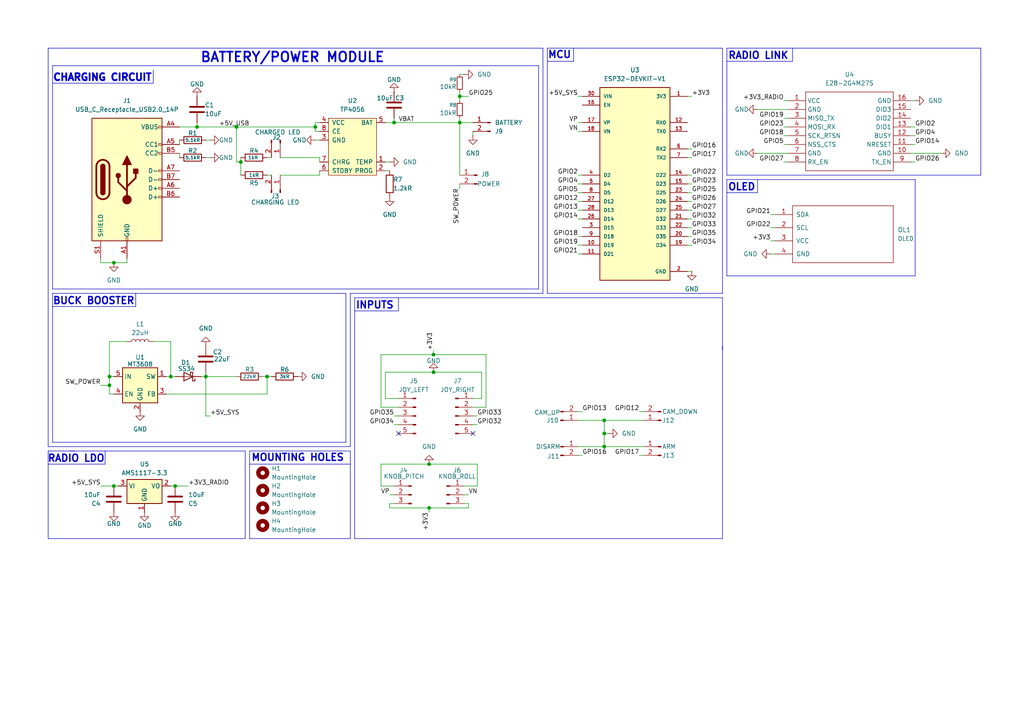
<source format=kicad_sch>
(kicad_sch
	(version 20250114)
	(generator "eeschema")
	(generator_version "9.0")
	(uuid "9e25de07-ced4-46fd-9aa1-13cfd6bc372b")
	(paper "A4")
	(title_block
		(title "GROUND STATION PCB")
		(rev "1.3")
	)
	(lib_symbols
		(symbol "Connector:Conn_01x02_Pin"
			(pin_names
				(offset 1.016)
				(hide yes)
			)
			(exclude_from_sim no)
			(in_bom yes)
			(on_board yes)
			(property "Reference" "J"
				(at 0 2.54 0)
				(effects
					(font
						(size 1.27 1.27)
					)
				)
			)
			(property "Value" "Conn_01x02_Pin"
				(at 0 -5.08 0)
				(effects
					(font
						(size 1.27 1.27)
					)
				)
			)
			(property "Footprint" ""
				(at 0 0 0)
				(effects
					(font
						(size 1.27 1.27)
					)
					(hide yes)
				)
			)
			(property "Datasheet" "~"
				(at 0 0 0)
				(effects
					(font
						(size 1.27 1.27)
					)
					(hide yes)
				)
			)
			(property "Description" "Generic connector, single row, 01x02, script generated"
				(at 0 0 0)
				(effects
					(font
						(size 1.27 1.27)
					)
					(hide yes)
				)
			)
			(property "ki_locked" ""
				(at 0 0 0)
				(effects
					(font
						(size 1.27 1.27)
					)
				)
			)
			(property "ki_keywords" "connector"
				(at 0 0 0)
				(effects
					(font
						(size 1.27 1.27)
					)
					(hide yes)
				)
			)
			(property "ki_fp_filters" "Connector*:*_1x??_*"
				(at 0 0 0)
				(effects
					(font
						(size 1.27 1.27)
					)
					(hide yes)
				)
			)
			(symbol "Conn_01x02_Pin_1_1"
				(rectangle
					(start 0.8636 0.127)
					(end 0 -0.127)
					(stroke
						(width 0.1524)
						(type default)
					)
					(fill
						(type outline)
					)
				)
				(rectangle
					(start 0.8636 -2.413)
					(end 0 -2.667)
					(stroke
						(width 0.1524)
						(type default)
					)
					(fill
						(type outline)
					)
				)
				(polyline
					(pts
						(xy 1.27 0) (xy 0.8636 0)
					)
					(stroke
						(width 0.1524)
						(type default)
					)
					(fill
						(type none)
					)
				)
				(polyline
					(pts
						(xy 1.27 -2.54) (xy 0.8636 -2.54)
					)
					(stroke
						(width 0.1524)
						(type default)
					)
					(fill
						(type none)
					)
				)
				(pin passive line
					(at 5.08 0 180)
					(length 3.81)
					(name "Pin_1"
						(effects
							(font
								(size 1.27 1.27)
							)
						)
					)
					(number "1"
						(effects
							(font
								(size 1.27 1.27)
							)
						)
					)
				)
				(pin passive line
					(at 5.08 -2.54 180)
					(length 3.81)
					(name "Pin_2"
						(effects
							(font
								(size 1.27 1.27)
							)
						)
					)
					(number "2"
						(effects
							(font
								(size 1.27 1.27)
							)
						)
					)
				)
			)
			(embedded_fonts no)
		)
		(symbol "Connector:Conn_01x03_Pin"
			(pin_names
				(offset 1.016)
				(hide yes)
			)
			(exclude_from_sim no)
			(in_bom yes)
			(on_board yes)
			(property "Reference" "J"
				(at 0 5.08 0)
				(effects
					(font
						(size 1.27 1.27)
					)
				)
			)
			(property "Value" "Conn_01x03_Pin"
				(at 0 -5.08 0)
				(effects
					(font
						(size 1.27 1.27)
					)
				)
			)
			(property "Footprint" ""
				(at 0 0 0)
				(effects
					(font
						(size 1.27 1.27)
					)
					(hide yes)
				)
			)
			(property "Datasheet" "~"
				(at 0 0 0)
				(effects
					(font
						(size 1.27 1.27)
					)
					(hide yes)
				)
			)
			(property "Description" "Generic connector, single row, 01x03, script generated"
				(at 0 0 0)
				(effects
					(font
						(size 1.27 1.27)
					)
					(hide yes)
				)
			)
			(property "ki_locked" ""
				(at 0 0 0)
				(effects
					(font
						(size 1.27 1.27)
					)
				)
			)
			(property "ki_keywords" "connector"
				(at 0 0 0)
				(effects
					(font
						(size 1.27 1.27)
					)
					(hide yes)
				)
			)
			(property "ki_fp_filters" "Connector*:*_1x??_*"
				(at 0 0 0)
				(effects
					(font
						(size 1.27 1.27)
					)
					(hide yes)
				)
			)
			(symbol "Conn_01x03_Pin_1_1"
				(rectangle
					(start 0.8636 2.667)
					(end 0 2.413)
					(stroke
						(width 0.1524)
						(type default)
					)
					(fill
						(type outline)
					)
				)
				(rectangle
					(start 0.8636 0.127)
					(end 0 -0.127)
					(stroke
						(width 0.1524)
						(type default)
					)
					(fill
						(type outline)
					)
				)
				(rectangle
					(start 0.8636 -2.413)
					(end 0 -2.667)
					(stroke
						(width 0.1524)
						(type default)
					)
					(fill
						(type outline)
					)
				)
				(polyline
					(pts
						(xy 1.27 2.54) (xy 0.8636 2.54)
					)
					(stroke
						(width 0.1524)
						(type default)
					)
					(fill
						(type none)
					)
				)
				(polyline
					(pts
						(xy 1.27 0) (xy 0.8636 0)
					)
					(stroke
						(width 0.1524)
						(type default)
					)
					(fill
						(type none)
					)
				)
				(polyline
					(pts
						(xy 1.27 -2.54) (xy 0.8636 -2.54)
					)
					(stroke
						(width 0.1524)
						(type default)
					)
					(fill
						(type none)
					)
				)
				(pin passive line
					(at 5.08 2.54 180)
					(length 3.81)
					(name "Pin_1"
						(effects
							(font
								(size 1.27 1.27)
							)
						)
					)
					(number "1"
						(effects
							(font
								(size 1.27 1.27)
							)
						)
					)
				)
				(pin passive line
					(at 5.08 0 180)
					(length 3.81)
					(name "Pin_2"
						(effects
							(font
								(size 1.27 1.27)
							)
						)
					)
					(number "2"
						(effects
							(font
								(size 1.27 1.27)
							)
						)
					)
				)
				(pin passive line
					(at 5.08 -2.54 180)
					(length 3.81)
					(name "Pin_3"
						(effects
							(font
								(size 1.27 1.27)
							)
						)
					)
					(number "3"
						(effects
							(font
								(size 1.27 1.27)
							)
						)
					)
				)
			)
			(embedded_fonts no)
		)
		(symbol "Connector:Conn_01x05_Pin"
			(pin_names
				(offset 1.016)
				(hide yes)
			)
			(exclude_from_sim no)
			(in_bom yes)
			(on_board yes)
			(property "Reference" "J"
				(at 0 7.62 0)
				(effects
					(font
						(size 1.27 1.27)
					)
				)
			)
			(property "Value" "Conn_01x05_Pin"
				(at 0 -7.62 0)
				(effects
					(font
						(size 1.27 1.27)
					)
				)
			)
			(property "Footprint" ""
				(at 0 0 0)
				(effects
					(font
						(size 1.27 1.27)
					)
					(hide yes)
				)
			)
			(property "Datasheet" "~"
				(at 0 0 0)
				(effects
					(font
						(size 1.27 1.27)
					)
					(hide yes)
				)
			)
			(property "Description" "Generic connector, single row, 01x05, script generated"
				(at 0 0 0)
				(effects
					(font
						(size 1.27 1.27)
					)
					(hide yes)
				)
			)
			(property "ki_locked" ""
				(at 0 0 0)
				(effects
					(font
						(size 1.27 1.27)
					)
				)
			)
			(property "ki_keywords" "connector"
				(at 0 0 0)
				(effects
					(font
						(size 1.27 1.27)
					)
					(hide yes)
				)
			)
			(property "ki_fp_filters" "Connector*:*_1x??_*"
				(at 0 0 0)
				(effects
					(font
						(size 1.27 1.27)
					)
					(hide yes)
				)
			)
			(symbol "Conn_01x05_Pin_1_1"
				(rectangle
					(start 0.8636 5.207)
					(end 0 4.953)
					(stroke
						(width 0.1524)
						(type default)
					)
					(fill
						(type outline)
					)
				)
				(rectangle
					(start 0.8636 2.667)
					(end 0 2.413)
					(stroke
						(width 0.1524)
						(type default)
					)
					(fill
						(type outline)
					)
				)
				(rectangle
					(start 0.8636 0.127)
					(end 0 -0.127)
					(stroke
						(width 0.1524)
						(type default)
					)
					(fill
						(type outline)
					)
				)
				(rectangle
					(start 0.8636 -2.413)
					(end 0 -2.667)
					(stroke
						(width 0.1524)
						(type default)
					)
					(fill
						(type outline)
					)
				)
				(rectangle
					(start 0.8636 -4.953)
					(end 0 -5.207)
					(stroke
						(width 0.1524)
						(type default)
					)
					(fill
						(type outline)
					)
				)
				(polyline
					(pts
						(xy 1.27 5.08) (xy 0.8636 5.08)
					)
					(stroke
						(width 0.1524)
						(type default)
					)
					(fill
						(type none)
					)
				)
				(polyline
					(pts
						(xy 1.27 2.54) (xy 0.8636 2.54)
					)
					(stroke
						(width 0.1524)
						(type default)
					)
					(fill
						(type none)
					)
				)
				(polyline
					(pts
						(xy 1.27 0) (xy 0.8636 0)
					)
					(stroke
						(width 0.1524)
						(type default)
					)
					(fill
						(type none)
					)
				)
				(polyline
					(pts
						(xy 1.27 -2.54) (xy 0.8636 -2.54)
					)
					(stroke
						(width 0.1524)
						(type default)
					)
					(fill
						(type none)
					)
				)
				(polyline
					(pts
						(xy 1.27 -5.08) (xy 0.8636 -5.08)
					)
					(stroke
						(width 0.1524)
						(type default)
					)
					(fill
						(type none)
					)
				)
				(pin passive line
					(at 5.08 5.08 180)
					(length 3.81)
					(name "Pin_1"
						(effects
							(font
								(size 1.27 1.27)
							)
						)
					)
					(number "1"
						(effects
							(font
								(size 1.27 1.27)
							)
						)
					)
				)
				(pin passive line
					(at 5.08 2.54 180)
					(length 3.81)
					(name "Pin_2"
						(effects
							(font
								(size 1.27 1.27)
							)
						)
					)
					(number "2"
						(effects
							(font
								(size 1.27 1.27)
							)
						)
					)
				)
				(pin passive line
					(at 5.08 0 180)
					(length 3.81)
					(name "Pin_3"
						(effects
							(font
								(size 1.27 1.27)
							)
						)
					)
					(number "3"
						(effects
							(font
								(size 1.27 1.27)
							)
						)
					)
				)
				(pin passive line
					(at 5.08 -2.54 180)
					(length 3.81)
					(name "Pin_4"
						(effects
							(font
								(size 1.27 1.27)
							)
						)
					)
					(number "4"
						(effects
							(font
								(size 1.27 1.27)
							)
						)
					)
				)
				(pin passive line
					(at 5.08 -5.08 180)
					(length 3.81)
					(name "Pin_5"
						(effects
							(font
								(size 1.27 1.27)
							)
						)
					)
					(number "5"
						(effects
							(font
								(size 1.27 1.27)
							)
						)
					)
				)
			)
			(embedded_fonts no)
		)
		(symbol "Connector:USB_C_Receptacle_USB2.0_14P"
			(pin_names
				(offset 1.016)
			)
			(exclude_from_sim no)
			(in_bom yes)
			(on_board yes)
			(property "Reference" "J"
				(at 0 22.225 0)
				(effects
					(font
						(size 1.27 1.27)
					)
				)
			)
			(property "Value" "USB_C_Receptacle_USB2.0_14P"
				(at 0 19.685 0)
				(effects
					(font
						(size 1.27 1.27)
					)
				)
			)
			(property "Footprint" ""
				(at 3.81 0 0)
				(effects
					(font
						(size 1.27 1.27)
					)
					(hide yes)
				)
			)
			(property "Datasheet" "https://www.usb.org/sites/default/files/documents/usb_type-c.zip"
				(at 3.81 0 0)
				(effects
					(font
						(size 1.27 1.27)
					)
					(hide yes)
				)
			)
			(property "Description" "USB 2.0-only 14P Type-C Receptacle connector"
				(at 0 0 0)
				(effects
					(font
						(size 1.27 1.27)
					)
					(hide yes)
				)
			)
			(property "ki_keywords" "usb universal serial bus type-C USB2.0"
				(at 0 0 0)
				(effects
					(font
						(size 1.27 1.27)
					)
					(hide yes)
				)
			)
			(property "ki_fp_filters" "USB*C*Receptacle*"
				(at 0 0 0)
				(effects
					(font
						(size 1.27 1.27)
					)
					(hide yes)
				)
			)
			(symbol "USB_C_Receptacle_USB2.0_14P_0_0"
				(rectangle
					(start -0.254 -17.78)
					(end 0.254 -16.764)
					(stroke
						(width 0)
						(type default)
					)
					(fill
						(type none)
					)
				)
				(rectangle
					(start 10.16 15.494)
					(end 9.144 14.986)
					(stroke
						(width 0)
						(type default)
					)
					(fill
						(type none)
					)
				)
				(rectangle
					(start 10.16 10.414)
					(end 9.144 9.906)
					(stroke
						(width 0)
						(type default)
					)
					(fill
						(type none)
					)
				)
				(rectangle
					(start 10.16 7.874)
					(end 9.144 7.366)
					(stroke
						(width 0)
						(type default)
					)
					(fill
						(type none)
					)
				)
				(rectangle
					(start 10.16 2.794)
					(end 9.144 2.286)
					(stroke
						(width 0)
						(type default)
					)
					(fill
						(type none)
					)
				)
				(rectangle
					(start 10.16 0.254)
					(end 9.144 -0.254)
					(stroke
						(width 0)
						(type default)
					)
					(fill
						(type none)
					)
				)
				(rectangle
					(start 10.16 -2.286)
					(end 9.144 -2.794)
					(stroke
						(width 0)
						(type default)
					)
					(fill
						(type none)
					)
				)
				(rectangle
					(start 10.16 -4.826)
					(end 9.144 -5.334)
					(stroke
						(width 0)
						(type default)
					)
					(fill
						(type none)
					)
				)
			)
			(symbol "USB_C_Receptacle_USB2.0_14P_0_1"
				(rectangle
					(start -10.16 17.78)
					(end 10.16 -17.78)
					(stroke
						(width 0.254)
						(type default)
					)
					(fill
						(type background)
					)
				)
				(polyline
					(pts
						(xy -8.89 -3.81) (xy -8.89 3.81)
					)
					(stroke
						(width 0.508)
						(type default)
					)
					(fill
						(type none)
					)
				)
				(rectangle
					(start -7.62 -3.81)
					(end -6.35 3.81)
					(stroke
						(width 0.254)
						(type default)
					)
					(fill
						(type outline)
					)
				)
				(arc
					(start -7.62 3.81)
					(mid -6.985 4.4423)
					(end -6.35 3.81)
					(stroke
						(width 0.254)
						(type default)
					)
					(fill
						(type none)
					)
				)
				(arc
					(start -7.62 3.81)
					(mid -6.985 4.4423)
					(end -6.35 3.81)
					(stroke
						(width 0.254)
						(type default)
					)
					(fill
						(type outline)
					)
				)
				(arc
					(start -8.89 3.81)
					(mid -6.985 5.7067)
					(end -5.08 3.81)
					(stroke
						(width 0.508)
						(type default)
					)
					(fill
						(type none)
					)
				)
				(arc
					(start -5.08 -3.81)
					(mid -6.985 -5.7067)
					(end -8.89 -3.81)
					(stroke
						(width 0.508)
						(type default)
					)
					(fill
						(type none)
					)
				)
				(arc
					(start -6.35 -3.81)
					(mid -6.985 -4.4423)
					(end -7.62 -3.81)
					(stroke
						(width 0.254)
						(type default)
					)
					(fill
						(type none)
					)
				)
				(arc
					(start -6.35 -3.81)
					(mid -6.985 -4.4423)
					(end -7.62 -3.81)
					(stroke
						(width 0.254)
						(type default)
					)
					(fill
						(type outline)
					)
				)
				(polyline
					(pts
						(xy -5.08 3.81) (xy -5.08 -3.81)
					)
					(stroke
						(width 0.508)
						(type default)
					)
					(fill
						(type none)
					)
				)
				(circle
					(center -2.54 1.143)
					(radius 0.635)
					(stroke
						(width 0.254)
						(type default)
					)
					(fill
						(type outline)
					)
				)
				(polyline
					(pts
						(xy -1.27 4.318) (xy 0 6.858) (xy 1.27 4.318) (xy -1.27 4.318)
					)
					(stroke
						(width 0.254)
						(type default)
					)
					(fill
						(type outline)
					)
				)
				(polyline
					(pts
						(xy 0 -2.032) (xy 2.54 0.508) (xy 2.54 1.778)
					)
					(stroke
						(width 0.508)
						(type default)
					)
					(fill
						(type none)
					)
				)
				(polyline
					(pts
						(xy 0 -3.302) (xy -2.54 -0.762) (xy -2.54 0.508)
					)
					(stroke
						(width 0.508)
						(type default)
					)
					(fill
						(type none)
					)
				)
				(polyline
					(pts
						(xy 0 -5.842) (xy 0 4.318)
					)
					(stroke
						(width 0.508)
						(type default)
					)
					(fill
						(type none)
					)
				)
				(circle
					(center 0 -5.842)
					(radius 1.27)
					(stroke
						(width 0)
						(type default)
					)
					(fill
						(type outline)
					)
				)
				(rectangle
					(start 1.905 1.778)
					(end 3.175 3.048)
					(stroke
						(width 0.254)
						(type default)
					)
					(fill
						(type outline)
					)
				)
			)
			(symbol "USB_C_Receptacle_USB2.0_14P_1_1"
				(pin passive line
					(at -7.62 -22.86 90)
					(length 5.08)
					(name "SHIELD"
						(effects
							(font
								(size 1.27 1.27)
							)
						)
					)
					(number "S1"
						(effects
							(font
								(size 1.27 1.27)
							)
						)
					)
				)
				(pin passive line
					(at 0 -22.86 90)
					(length 5.08)
					(name "GND"
						(effects
							(font
								(size 1.27 1.27)
							)
						)
					)
					(number "A1"
						(effects
							(font
								(size 1.27 1.27)
							)
						)
					)
				)
				(pin passive line
					(at 0 -22.86 90)
					(length 5.08)
					(hide yes)
					(name "GND"
						(effects
							(font
								(size 1.27 1.27)
							)
						)
					)
					(number "A12"
						(effects
							(font
								(size 1.27 1.27)
							)
						)
					)
				)
				(pin passive line
					(at 0 -22.86 90)
					(length 5.08)
					(hide yes)
					(name "GND"
						(effects
							(font
								(size 1.27 1.27)
							)
						)
					)
					(number "B1"
						(effects
							(font
								(size 1.27 1.27)
							)
						)
					)
				)
				(pin passive line
					(at 0 -22.86 90)
					(length 5.08)
					(hide yes)
					(name "GND"
						(effects
							(font
								(size 1.27 1.27)
							)
						)
					)
					(number "B12"
						(effects
							(font
								(size 1.27 1.27)
							)
						)
					)
				)
				(pin passive line
					(at 15.24 15.24 180)
					(length 5.08)
					(name "VBUS"
						(effects
							(font
								(size 1.27 1.27)
							)
						)
					)
					(number "A4"
						(effects
							(font
								(size 1.27 1.27)
							)
						)
					)
				)
				(pin passive line
					(at 15.24 15.24 180)
					(length 5.08)
					(hide yes)
					(name "VBUS"
						(effects
							(font
								(size 1.27 1.27)
							)
						)
					)
					(number "A9"
						(effects
							(font
								(size 1.27 1.27)
							)
						)
					)
				)
				(pin passive line
					(at 15.24 15.24 180)
					(length 5.08)
					(hide yes)
					(name "VBUS"
						(effects
							(font
								(size 1.27 1.27)
							)
						)
					)
					(number "B4"
						(effects
							(font
								(size 1.27 1.27)
							)
						)
					)
				)
				(pin passive line
					(at 15.24 15.24 180)
					(length 5.08)
					(hide yes)
					(name "VBUS"
						(effects
							(font
								(size 1.27 1.27)
							)
						)
					)
					(number "B9"
						(effects
							(font
								(size 1.27 1.27)
							)
						)
					)
				)
				(pin bidirectional line
					(at 15.24 10.16 180)
					(length 5.08)
					(name "CC1"
						(effects
							(font
								(size 1.27 1.27)
							)
						)
					)
					(number "A5"
						(effects
							(font
								(size 1.27 1.27)
							)
						)
					)
				)
				(pin bidirectional line
					(at 15.24 7.62 180)
					(length 5.08)
					(name "CC2"
						(effects
							(font
								(size 1.27 1.27)
							)
						)
					)
					(number "B5"
						(effects
							(font
								(size 1.27 1.27)
							)
						)
					)
				)
				(pin bidirectional line
					(at 15.24 2.54 180)
					(length 5.08)
					(name "D-"
						(effects
							(font
								(size 1.27 1.27)
							)
						)
					)
					(number "A7"
						(effects
							(font
								(size 1.27 1.27)
							)
						)
					)
				)
				(pin bidirectional line
					(at 15.24 0 180)
					(length 5.08)
					(name "D-"
						(effects
							(font
								(size 1.27 1.27)
							)
						)
					)
					(number "B7"
						(effects
							(font
								(size 1.27 1.27)
							)
						)
					)
				)
				(pin bidirectional line
					(at 15.24 -2.54 180)
					(length 5.08)
					(name "D+"
						(effects
							(font
								(size 1.27 1.27)
							)
						)
					)
					(number "A6"
						(effects
							(font
								(size 1.27 1.27)
							)
						)
					)
				)
				(pin bidirectional line
					(at 15.24 -5.08 180)
					(length 5.08)
					(name "D+"
						(effects
							(font
								(size 1.27 1.27)
							)
						)
					)
					(number "B6"
						(effects
							(font
								(size 1.27 1.27)
							)
						)
					)
				)
			)
			(embedded_fonts no)
		)
		(symbol "Device:C"
			(pin_numbers
				(hide yes)
			)
			(pin_names
				(offset 0.254)
			)
			(exclude_from_sim no)
			(in_bom yes)
			(on_board yes)
			(property "Reference" "C"
				(at 0.635 2.54 0)
				(effects
					(font
						(size 1.27 1.27)
					)
					(justify left)
				)
			)
			(property "Value" "C"
				(at 0.635 -2.54 0)
				(effects
					(font
						(size 1.27 1.27)
					)
					(justify left)
				)
			)
			(property "Footprint" ""
				(at 0.9652 -3.81 0)
				(effects
					(font
						(size 1.27 1.27)
					)
					(hide yes)
				)
			)
			(property "Datasheet" "~"
				(at 0 0 0)
				(effects
					(font
						(size 1.27 1.27)
					)
					(hide yes)
				)
			)
			(property "Description" "Unpolarized capacitor"
				(at 0 0 0)
				(effects
					(font
						(size 1.27 1.27)
					)
					(hide yes)
				)
			)
			(property "ki_keywords" "cap capacitor"
				(at 0 0 0)
				(effects
					(font
						(size 1.27 1.27)
					)
					(hide yes)
				)
			)
			(property "ki_fp_filters" "C_*"
				(at 0 0 0)
				(effects
					(font
						(size 1.27 1.27)
					)
					(hide yes)
				)
			)
			(symbol "C_0_1"
				(polyline
					(pts
						(xy -2.032 0.762) (xy 2.032 0.762)
					)
					(stroke
						(width 0.508)
						(type default)
					)
					(fill
						(type none)
					)
				)
				(polyline
					(pts
						(xy -2.032 -0.762) (xy 2.032 -0.762)
					)
					(stroke
						(width 0.508)
						(type default)
					)
					(fill
						(type none)
					)
				)
			)
			(symbol "C_1_1"
				(pin passive line
					(at 0 3.81 270)
					(length 2.794)
					(name "~"
						(effects
							(font
								(size 1.27 1.27)
							)
						)
					)
					(number "1"
						(effects
							(font
								(size 1.27 1.27)
							)
						)
					)
				)
				(pin passive line
					(at 0 -3.81 90)
					(length 2.794)
					(name "~"
						(effects
							(font
								(size 1.27 1.27)
							)
						)
					)
					(number "2"
						(effects
							(font
								(size 1.27 1.27)
							)
						)
					)
				)
			)
			(embedded_fonts no)
		)
		(symbol "Device:L"
			(pin_numbers
				(hide yes)
			)
			(pin_names
				(offset 1.016)
				(hide yes)
			)
			(exclude_from_sim no)
			(in_bom yes)
			(on_board yes)
			(property "Reference" "L"
				(at -1.27 0 90)
				(effects
					(font
						(size 1.27 1.27)
					)
				)
			)
			(property "Value" "L"
				(at 1.905 0 90)
				(effects
					(font
						(size 1.27 1.27)
					)
				)
			)
			(property "Footprint" ""
				(at 0 0 0)
				(effects
					(font
						(size 1.27 1.27)
					)
					(hide yes)
				)
			)
			(property "Datasheet" "~"
				(at 0 0 0)
				(effects
					(font
						(size 1.27 1.27)
					)
					(hide yes)
				)
			)
			(property "Description" "Inductor"
				(at 0 0 0)
				(effects
					(font
						(size 1.27 1.27)
					)
					(hide yes)
				)
			)
			(property "ki_keywords" "inductor choke coil reactor magnetic"
				(at 0 0 0)
				(effects
					(font
						(size 1.27 1.27)
					)
					(hide yes)
				)
			)
			(property "ki_fp_filters" "Choke_* *Coil* Inductor_* L_*"
				(at 0 0 0)
				(effects
					(font
						(size 1.27 1.27)
					)
					(hide yes)
				)
			)
			(symbol "L_0_1"
				(arc
					(start 0 2.54)
					(mid 0.6323 1.905)
					(end 0 1.27)
					(stroke
						(width 0)
						(type default)
					)
					(fill
						(type none)
					)
				)
				(arc
					(start 0 1.27)
					(mid 0.6323 0.635)
					(end 0 0)
					(stroke
						(width 0)
						(type default)
					)
					(fill
						(type none)
					)
				)
				(arc
					(start 0 0)
					(mid 0.6323 -0.635)
					(end 0 -1.27)
					(stroke
						(width 0)
						(type default)
					)
					(fill
						(type none)
					)
				)
				(arc
					(start 0 -1.27)
					(mid 0.6323 -1.905)
					(end 0 -2.54)
					(stroke
						(width 0)
						(type default)
					)
					(fill
						(type none)
					)
				)
			)
			(symbol "L_1_1"
				(pin passive line
					(at 0 3.81 270)
					(length 1.27)
					(name "1"
						(effects
							(font
								(size 1.27 1.27)
							)
						)
					)
					(number "1"
						(effects
							(font
								(size 1.27 1.27)
							)
						)
					)
				)
				(pin passive line
					(at 0 -3.81 90)
					(length 1.27)
					(name "2"
						(effects
							(font
								(size 1.27 1.27)
							)
						)
					)
					(number "2"
						(effects
							(font
								(size 1.27 1.27)
							)
						)
					)
				)
			)
			(embedded_fonts no)
		)
		(symbol "Device:R"
			(pin_numbers
				(hide yes)
			)
			(pin_names
				(offset 0)
			)
			(exclude_from_sim no)
			(in_bom yes)
			(on_board yes)
			(property "Reference" "R"
				(at 2.032 0 90)
				(effects
					(font
						(size 1.27 1.27)
					)
				)
			)
			(property "Value" "R"
				(at 0 0 90)
				(effects
					(font
						(size 1.27 1.27)
					)
				)
			)
			(property "Footprint" ""
				(at -1.778 0 90)
				(effects
					(font
						(size 1.27 1.27)
					)
					(hide yes)
				)
			)
			(property "Datasheet" "~"
				(at 0 0 0)
				(effects
					(font
						(size 1.27 1.27)
					)
					(hide yes)
				)
			)
			(property "Description" "Resistor"
				(at 0 0 0)
				(effects
					(font
						(size 1.27 1.27)
					)
					(hide yes)
				)
			)
			(property "ki_keywords" "R res resistor"
				(at 0 0 0)
				(effects
					(font
						(size 1.27 1.27)
					)
					(hide yes)
				)
			)
			(property "ki_fp_filters" "R_*"
				(at 0 0 0)
				(effects
					(font
						(size 1.27 1.27)
					)
					(hide yes)
				)
			)
			(symbol "R_0_1"
				(rectangle
					(start -1.016 -2.54)
					(end 1.016 2.54)
					(stroke
						(width 0.254)
						(type default)
					)
					(fill
						(type none)
					)
				)
			)
			(symbol "R_1_1"
				(pin passive line
					(at 0 3.81 270)
					(length 1.27)
					(name "~"
						(effects
							(font
								(size 1.27 1.27)
							)
						)
					)
					(number "1"
						(effects
							(font
								(size 1.27 1.27)
							)
						)
					)
				)
				(pin passive line
					(at 0 -3.81 90)
					(length 1.27)
					(name "~"
						(effects
							(font
								(size 1.27 1.27)
							)
						)
					)
					(number "2"
						(effects
							(font
								(size 1.27 1.27)
							)
						)
					)
				)
			)
			(embedded_fonts no)
		)
		(symbol "Device:R_Small"
			(pin_numbers
				(hide yes)
			)
			(pin_names
				(offset 0.254)
				(hide yes)
			)
			(exclude_from_sim no)
			(in_bom yes)
			(on_board yes)
			(property "Reference" "R"
				(at 0 0 90)
				(effects
					(font
						(size 1.016 1.016)
					)
				)
			)
			(property "Value" "R_Small"
				(at 1.778 0 90)
				(effects
					(font
						(size 1.27 1.27)
					)
				)
			)
			(property "Footprint" ""
				(at 0 0 0)
				(effects
					(font
						(size 1.27 1.27)
					)
					(hide yes)
				)
			)
			(property "Datasheet" "~"
				(at 0 0 0)
				(effects
					(font
						(size 1.27 1.27)
					)
					(hide yes)
				)
			)
			(property "Description" "Resistor, small symbol"
				(at 0 0 0)
				(effects
					(font
						(size 1.27 1.27)
					)
					(hide yes)
				)
			)
			(property "ki_keywords" "R resistor"
				(at 0 0 0)
				(effects
					(font
						(size 1.27 1.27)
					)
					(hide yes)
				)
			)
			(property "ki_fp_filters" "R_*"
				(at 0 0 0)
				(effects
					(font
						(size 1.27 1.27)
					)
					(hide yes)
				)
			)
			(symbol "R_Small_0_1"
				(rectangle
					(start -0.762 1.778)
					(end 0.762 -1.778)
					(stroke
						(width 0.2032)
						(type default)
					)
					(fill
						(type none)
					)
				)
			)
			(symbol "R_Small_1_1"
				(pin passive line
					(at 0 2.54 270)
					(length 0.762)
					(name "~"
						(effects
							(font
								(size 1.27 1.27)
							)
						)
					)
					(number "1"
						(effects
							(font
								(size 1.27 1.27)
							)
						)
					)
				)
				(pin passive line
					(at 0 -2.54 90)
					(length 0.762)
					(name "~"
						(effects
							(font
								(size 1.27 1.27)
							)
						)
					)
					(number "2"
						(effects
							(font
								(size 1.27 1.27)
							)
						)
					)
				)
			)
			(embedded_fonts no)
		)
		(symbol "Diode:SS34"
			(pin_numbers
				(hide yes)
			)
			(pin_names
				(offset 1.016)
				(hide yes)
			)
			(exclude_from_sim no)
			(in_bom yes)
			(on_board yes)
			(property "Reference" "D"
				(at 0 2.54 0)
				(effects
					(font
						(size 1.27 1.27)
					)
				)
			)
			(property "Value" "SS34"
				(at 0 -2.54 0)
				(effects
					(font
						(size 1.27 1.27)
					)
				)
			)
			(property "Footprint" "Diode_SMD:D_SMA"
				(at 0 -4.445 0)
				(effects
					(font
						(size 1.27 1.27)
					)
					(hide yes)
				)
			)
			(property "Datasheet" "https://www.vishay.com/docs/88751/ss32.pdf"
				(at 0 0 0)
				(effects
					(font
						(size 1.27 1.27)
					)
					(hide yes)
				)
			)
			(property "Description" "40V 3A Schottky Diode, SMA"
				(at 0 0 0)
				(effects
					(font
						(size 1.27 1.27)
					)
					(hide yes)
				)
			)
			(property "ki_keywords" "diode Schottky"
				(at 0 0 0)
				(effects
					(font
						(size 1.27 1.27)
					)
					(hide yes)
				)
			)
			(property "ki_fp_filters" "D*SMA*"
				(at 0 0 0)
				(effects
					(font
						(size 1.27 1.27)
					)
					(hide yes)
				)
			)
			(symbol "SS34_0_1"
				(polyline
					(pts
						(xy -1.905 0.635) (xy -1.905 1.27) (xy -1.27 1.27) (xy -1.27 -1.27) (xy -0.635 -1.27) (xy -0.635 -0.635)
					)
					(stroke
						(width 0.254)
						(type default)
					)
					(fill
						(type none)
					)
				)
				(polyline
					(pts
						(xy 1.27 1.27) (xy 1.27 -1.27) (xy -1.27 0) (xy 1.27 1.27)
					)
					(stroke
						(width 0.254)
						(type default)
					)
					(fill
						(type none)
					)
				)
				(polyline
					(pts
						(xy 1.27 0) (xy -1.27 0)
					)
					(stroke
						(width 0)
						(type default)
					)
					(fill
						(type none)
					)
				)
			)
			(symbol "SS34_1_1"
				(pin passive line
					(at -3.81 0 0)
					(length 2.54)
					(name "K"
						(effects
							(font
								(size 1.27 1.27)
							)
						)
					)
					(number "1"
						(effects
							(font
								(size 1.27 1.27)
							)
						)
					)
				)
				(pin passive line
					(at 3.81 0 180)
					(length 2.54)
					(name "A"
						(effects
							(font
								(size 1.27 1.27)
							)
						)
					)
					(number "2"
						(effects
							(font
								(size 1.27 1.27)
							)
						)
					)
				)
			)
			(embedded_fonts no)
		)
		(symbol "ESP32-DEVKIT-V1:ESP32-DEVKIT-V1"
			(pin_names
				(offset 1.016)
			)
			(exclude_from_sim no)
			(in_bom yes)
			(on_board yes)
			(property "Reference" "U"
				(at -10.16 30.48 0)
				(effects
					(font
						(size 1.27 1.27)
					)
					(justify left top)
				)
			)
			(property "Value" "ESP32-DEVKIT-V1"
				(at -10.16 -30.48 0)
				(effects
					(font
						(size 1.27 1.27)
					)
					(justify left bottom)
				)
			)
			(property "Footprint" "ESP32-DEVKIT-V1:MODULE_ESP32_DEVKIT_V1"
				(at 0 0 0)
				(effects
					(font
						(size 1.27 1.27)
					)
					(justify bottom)
					(hide yes)
				)
			)
			(property "Datasheet" ""
				(at 0 0 0)
				(effects
					(font
						(size 1.27 1.27)
					)
					(hide yes)
				)
			)
			(property "Description" ""
				(at 0 0 0)
				(effects
					(font
						(size 1.27 1.27)
					)
					(hide yes)
				)
			)
			(property "MF" "Do it"
				(at 0 0 0)
				(effects
					(font
						(size 1.27 1.27)
					)
					(justify bottom)
					(hide yes)
				)
			)
			(property "MAXIMUM_PACKAGE_HEIGHT" "6.8 mm"
				(at 0 0 0)
				(effects
					(font
						(size 1.27 1.27)
					)
					(justify bottom)
					(hide yes)
				)
			)
			(property "Package" "None"
				(at 0 0 0)
				(effects
					(font
						(size 1.27 1.27)
					)
					(justify bottom)
					(hide yes)
				)
			)
			(property "Price" "None"
				(at 0 0 0)
				(effects
					(font
						(size 1.27 1.27)
					)
					(justify bottom)
					(hide yes)
				)
			)
			(property "Check_prices" "https://www.snapeda.com/parts/ESP32-DEVKIT-V1/Do+it/view-part/?ref=eda"
				(at 0 0 0)
				(effects
					(font
						(size 1.27 1.27)
					)
					(justify bottom)
					(hide yes)
				)
			)
			(property "STANDARD" "Manufacturer Recommendations"
				(at 0 0 0)
				(effects
					(font
						(size 1.27 1.27)
					)
					(justify bottom)
					(hide yes)
				)
			)
			(property "PARTREV" "N/A"
				(at 0 0 0)
				(effects
					(font
						(size 1.27 1.27)
					)
					(justify bottom)
					(hide yes)
				)
			)
			(property "SnapEDA_Link" "https://www.snapeda.com/parts/ESP32-DEVKIT-V1/Do+it/view-part/?ref=snap"
				(at 0 0 0)
				(effects
					(font
						(size 1.27 1.27)
					)
					(justify bottom)
					(hide yes)
				)
			)
			(property "MP" "ESP32-DEVKIT-V1"
				(at 0 0 0)
				(effects
					(font
						(size 1.27 1.27)
					)
					(justify bottom)
					(hide yes)
				)
			)
			(property "Description_1" "Dual core, Wi-Fi: 2.4 GHz up to 150 Mbits/s,BLE (Bluetooth Low Energy) and legacy Bluetooth, 32 bits, Up to 240 MHz"
				(at 0 0 0)
				(effects
					(font
						(size 1.27 1.27)
					)
					(justify bottom)
					(hide yes)
				)
			)
			(property "Availability" "Not in stock"
				(at 0 0 0)
				(effects
					(font
						(size 1.27 1.27)
					)
					(justify bottom)
					(hide yes)
				)
			)
			(property "MANUFACTURER" "DOIT"
				(at 0 0 0)
				(effects
					(font
						(size 1.27 1.27)
					)
					(justify bottom)
					(hide yes)
				)
			)
			(symbol "ESP32-DEVKIT-V1_0_0"
				(rectangle
					(start -10.16 -27.94)
					(end 10.16 27.94)
					(stroke
						(width 0.254)
						(type default)
					)
					(fill
						(type background)
					)
				)
				(pin input line
					(at -15.24 25.4 0)
					(length 5.08)
					(name "VIN"
						(effects
							(font
								(size 1.016 1.016)
							)
						)
					)
					(number "30"
						(effects
							(font
								(size 1.016 1.016)
							)
						)
					)
				)
				(pin input line
					(at -15.24 22.86 0)
					(length 5.08)
					(name "EN"
						(effects
							(font
								(size 1.016 1.016)
							)
						)
					)
					(number "16"
						(effects
							(font
								(size 1.016 1.016)
							)
						)
					)
				)
				(pin bidirectional line
					(at -15.24 17.78 0)
					(length 5.08)
					(name "VP"
						(effects
							(font
								(size 1.016 1.016)
							)
						)
					)
					(number "17"
						(effects
							(font
								(size 1.016 1.016)
							)
						)
					)
				)
				(pin bidirectional line
					(at -15.24 15.24 0)
					(length 5.08)
					(name "VN"
						(effects
							(font
								(size 1.016 1.016)
							)
						)
					)
					(number "18"
						(effects
							(font
								(size 1.016 1.016)
							)
						)
					)
				)
				(pin bidirectional line
					(at -15.24 2.54 0)
					(length 5.08)
					(name "D2"
						(effects
							(font
								(size 1.016 1.016)
							)
						)
					)
					(number "4"
						(effects
							(font
								(size 1.016 1.016)
							)
						)
					)
				)
				(pin bidirectional line
					(at -15.24 0 0)
					(length 5.08)
					(name "D4"
						(effects
							(font
								(size 1.016 1.016)
							)
						)
					)
					(number "5"
						(effects
							(font
								(size 1.016 1.016)
							)
						)
					)
				)
				(pin bidirectional line
					(at -15.24 -2.54 0)
					(length 5.08)
					(name "D5"
						(effects
							(font
								(size 1.016 1.016)
							)
						)
					)
					(number "8"
						(effects
							(font
								(size 1.016 1.016)
							)
						)
					)
				)
				(pin bidirectional line
					(at -15.24 -5.08 0)
					(length 5.08)
					(name "D12"
						(effects
							(font
								(size 1.016 1.016)
							)
						)
					)
					(number "27"
						(effects
							(font
								(size 1.016 1.016)
							)
						)
					)
				)
				(pin bidirectional line
					(at -15.24 -7.62 0)
					(length 5.08)
					(name "D13"
						(effects
							(font
								(size 1.016 1.016)
							)
						)
					)
					(number "28"
						(effects
							(font
								(size 1.016 1.016)
							)
						)
					)
				)
				(pin bidirectional line
					(at -15.24 -10.16 0)
					(length 5.08)
					(name "D14"
						(effects
							(font
								(size 1.016 1.016)
							)
						)
					)
					(number "26"
						(effects
							(font
								(size 1.016 1.016)
							)
						)
					)
				)
				(pin bidirectional line
					(at -15.24 -12.7 0)
					(length 5.08)
					(name "D15"
						(effects
							(font
								(size 1.016 1.016)
							)
						)
					)
					(number "3"
						(effects
							(font
								(size 1.016 1.016)
							)
						)
					)
				)
				(pin bidirectional line
					(at -15.24 -15.24 0)
					(length 5.08)
					(name "D18"
						(effects
							(font
								(size 1.016 1.016)
							)
						)
					)
					(number "9"
						(effects
							(font
								(size 1.016 1.016)
							)
						)
					)
				)
				(pin bidirectional line
					(at -15.24 -17.78 0)
					(length 5.08)
					(name "D19"
						(effects
							(font
								(size 1.016 1.016)
							)
						)
					)
					(number "10"
						(effects
							(font
								(size 1.016 1.016)
							)
						)
					)
				)
				(pin bidirectional line
					(at -15.24 -20.32 0)
					(length 5.08)
					(name "D21"
						(effects
							(font
								(size 1.016 1.016)
							)
						)
					)
					(number "11"
						(effects
							(font
								(size 1.016 1.016)
							)
						)
					)
				)
				(pin output line
					(at 15.24 25.4 180)
					(length 5.08)
					(name "3V3"
						(effects
							(font
								(size 1.016 1.016)
							)
						)
					)
					(number "1"
						(effects
							(font
								(size 1.016 1.016)
							)
						)
					)
				)
				(pin input line
					(at 15.24 17.78 180)
					(length 5.08)
					(name "RX0"
						(effects
							(font
								(size 1.016 1.016)
							)
						)
					)
					(number "12"
						(effects
							(font
								(size 1.016 1.016)
							)
						)
					)
				)
				(pin output line
					(at 15.24 15.24 180)
					(length 5.08)
					(name "TX0"
						(effects
							(font
								(size 1.016 1.016)
							)
						)
					)
					(number "13"
						(effects
							(font
								(size 1.016 1.016)
							)
						)
					)
				)
				(pin input line
					(at 15.24 10.16 180)
					(length 5.08)
					(name "RX2"
						(effects
							(font
								(size 1.016 1.016)
							)
						)
					)
					(number "6"
						(effects
							(font
								(size 1.016 1.016)
							)
						)
					)
				)
				(pin output line
					(at 15.24 7.62 180)
					(length 5.08)
					(name "TX2"
						(effects
							(font
								(size 1.016 1.016)
							)
						)
					)
					(number "7"
						(effects
							(font
								(size 1.016 1.016)
							)
						)
					)
				)
				(pin bidirectional line
					(at 15.24 2.54 180)
					(length 5.08)
					(name "D22"
						(effects
							(font
								(size 1.016 1.016)
							)
						)
					)
					(number "14"
						(effects
							(font
								(size 1.016 1.016)
							)
						)
					)
				)
				(pin bidirectional line
					(at 15.24 0 180)
					(length 5.08)
					(name "D23"
						(effects
							(font
								(size 1.016 1.016)
							)
						)
					)
					(number "15"
						(effects
							(font
								(size 1.016 1.016)
							)
						)
					)
				)
				(pin bidirectional line
					(at 15.24 -2.54 180)
					(length 5.08)
					(name "D25"
						(effects
							(font
								(size 1.016 1.016)
							)
						)
					)
					(number "23"
						(effects
							(font
								(size 1.016 1.016)
							)
						)
					)
				)
				(pin bidirectional line
					(at 15.24 -5.08 180)
					(length 5.08)
					(name "D26"
						(effects
							(font
								(size 1.016 1.016)
							)
						)
					)
					(number "24"
						(effects
							(font
								(size 1.016 1.016)
							)
						)
					)
				)
				(pin bidirectional line
					(at 15.24 -7.62 180)
					(length 5.08)
					(name "D27"
						(effects
							(font
								(size 1.016 1.016)
							)
						)
					)
					(number "25"
						(effects
							(font
								(size 1.016 1.016)
							)
						)
					)
				)
				(pin bidirectional line
					(at 15.24 -10.16 180)
					(length 5.08)
					(name "D32"
						(effects
							(font
								(size 1.016 1.016)
							)
						)
					)
					(number "21"
						(effects
							(font
								(size 1.016 1.016)
							)
						)
					)
				)
				(pin bidirectional line
					(at 15.24 -12.7 180)
					(length 5.08)
					(name "D33"
						(effects
							(font
								(size 1.016 1.016)
							)
						)
					)
					(number "22"
						(effects
							(font
								(size 1.016 1.016)
							)
						)
					)
				)
				(pin bidirectional line
					(at 15.24 -15.24 180)
					(length 5.08)
					(name "D35"
						(effects
							(font
								(size 1.016 1.016)
							)
						)
					)
					(number "20"
						(effects
							(font
								(size 1.016 1.016)
							)
						)
					)
				)
				(pin bidirectional line
					(at 15.24 -17.78 180)
					(length 5.08)
					(name "D34"
						(effects
							(font
								(size 1.016 1.016)
							)
						)
					)
					(number "19"
						(effects
							(font
								(size 1.016 1.016)
							)
						)
					)
				)
				(pin power_in line
					(at 15.24 -25.4 180)
					(length 5.08)
					(name "GND"
						(effects
							(font
								(size 1.016 1.016)
							)
						)
					)
					(number "2"
						(effects
							(font
								(size 1.016 1.016)
							)
						)
					)
				)
				(pin power_in line
					(at 15.24 -25.4 180)
					(length 5.08)
					(hide yes)
					(name "GND"
						(effects
							(font
								(size 1.016 1.016)
							)
						)
					)
					(number "29"
						(effects
							(font
								(size 1.016 1.016)
							)
						)
					)
				)
			)
			(embedded_fonts no)
		)
		(symbol "LoRa Lib:E28-2G4M27S"
			(exclude_from_sim no)
			(in_bom yes)
			(on_board yes)
			(property "Reference" "U"
				(at 0 0 0)
				(effects
					(font
						(size 1.27 1.27)
					)
				)
			)
			(property "Value" ""
				(at 0 0 0)
				(effects
					(font
						(size 1.27 1.27)
					)
				)
			)
			(property "Footprint" "ProLib_pcs_2026-01-23:WIRELM-SMD_E28-2G4M2XS"
				(at 0 0 0)
				(effects
					(font
						(size 1.27 1.27)
					)
					(hide yes)
				)
			)
			(property "Datasheet" "https://item.szlcsc.com/datasheet/E28-2G4M27S/402623.html"
				(at 0 0 0)
				(effects
					(font
						(size 1.27 1.27)
					)
					(hide yes)
				)
			)
			(property "Description" "Output Power:27dBm Output Power:27dBm Interface Type:SPI Modulation System:LoRa；GFSK；FLRC Voltage - Supply:2.5V~3.6V Voltage - Supply:2.5V~3.6V Antenna Type:On-board PCB Antenna；IPEX Connector Receive  Current:14.5mA Send  Current:580mA Sensitivity:-132dB"
				(at 0 0 0)
				(effects
					(font
						(size 1.27 1.27)
					)
					(hide yes)
				)
			)
			(property "Manufacturer Part" "E28-2G4M27S"
				(at 0 0 0)
				(effects
					(font
						(size 1.27 1.27)
					)
					(hide yes)
				)
			)
			(property "Manufacturer" "EBYTE(亿佰特)"
				(at 0 0 0)
				(effects
					(font
						(size 1.27 1.27)
					)
					(hide yes)
				)
			)
			(property "Supplier Part" "C411312"
				(at 0 0 0)
				(effects
					(font
						(size 1.27 1.27)
					)
					(hide yes)
				)
			)
			(property "Supplier" "LCSC"
				(at 0 0 0)
				(effects
					(font
						(size 1.27 1.27)
					)
					(hide yes)
				)
			)
			(property "LCSC Part Name" "E28-2G4M27S"
				(at 0 0 0)
				(effects
					(font
						(size 1.27 1.27)
					)
					(hide yes)
				)
			)
			(symbol "E28-2G4M27S_1_0"
				(rectangle
					(start -12.7 -15.24)
					(end 12.7 7.62)
					(stroke
						(width 0)
						(type default)
					)
					(fill
						(type none)
					)
				)
				(pin input line
					(at -17.78 5.08 0)
					(length 5.08)
					(name "VCC"
						(effects
							(font
								(size 1.27 1.27)
							)
						)
					)
					(number "1"
						(effects
							(font
								(size 1.27 1.27)
							)
						)
					)
				)
				(pin input line
					(at -17.78 2.54 0)
					(length 5.08)
					(name "GND"
						(effects
							(font
								(size 1.27 1.27)
							)
						)
					)
					(number "2"
						(effects
							(font
								(size 1.27 1.27)
							)
						)
					)
				)
				(pin input line
					(at -17.78 0 0)
					(length 5.08)
					(name "MISO_TX"
						(effects
							(font
								(size 1.27 1.27)
							)
						)
					)
					(number "3"
						(effects
							(font
								(size 1.27 1.27)
							)
						)
					)
				)
				(pin input line
					(at -17.78 -2.54 0)
					(length 5.08)
					(name "MOSI_RX"
						(effects
							(font
								(size 1.27 1.27)
							)
						)
					)
					(number "4"
						(effects
							(font
								(size 1.27 1.27)
							)
						)
					)
				)
				(pin input line
					(at -17.78 -5.08 0)
					(length 5.08)
					(name "SCK_RTSN"
						(effects
							(font
								(size 1.27 1.27)
							)
						)
					)
					(number "5"
						(effects
							(font
								(size 1.27 1.27)
							)
						)
					)
				)
				(pin input line
					(at -17.78 -7.62 0)
					(length 5.08)
					(name "NSS_CTS"
						(effects
							(font
								(size 1.27 1.27)
							)
						)
					)
					(number "6"
						(effects
							(font
								(size 1.27 1.27)
							)
						)
					)
				)
				(pin input line
					(at -17.78 -10.16 0)
					(length 5.08)
					(name "GND"
						(effects
							(font
								(size 1.27 1.27)
							)
						)
					)
					(number "7"
						(effects
							(font
								(size 1.27 1.27)
							)
						)
					)
				)
				(pin input line
					(at -17.78 -12.7 0)
					(length 5.08)
					(name "RX_EN"
						(effects
							(font
								(size 1.27 1.27)
							)
						)
					)
					(number "8"
						(effects
							(font
								(size 1.27 1.27)
							)
						)
					)
				)
				(pin input line
					(at 17.78 5.08 180)
					(length 5.08)
					(name "GND"
						(effects
							(font
								(size 1.27 1.27)
							)
						)
					)
					(number "16"
						(effects
							(font
								(size 1.27 1.27)
							)
						)
					)
				)
				(pin input line
					(at 17.78 2.54 180)
					(length 5.08)
					(name "DIO3"
						(effects
							(font
								(size 1.27 1.27)
							)
						)
					)
					(number "15"
						(effects
							(font
								(size 1.27 1.27)
							)
						)
					)
				)
				(pin input line
					(at 17.78 0 180)
					(length 5.08)
					(name "DIO2"
						(effects
							(font
								(size 1.27 1.27)
							)
						)
					)
					(number "14"
						(effects
							(font
								(size 1.27 1.27)
							)
						)
					)
				)
				(pin input line
					(at 17.78 -2.54 180)
					(length 5.08)
					(name "DIO1"
						(effects
							(font
								(size 1.27 1.27)
							)
						)
					)
					(number "13"
						(effects
							(font
								(size 1.27 1.27)
							)
						)
					)
				)
				(pin input line
					(at 17.78 -5.08 180)
					(length 5.08)
					(name "BUSY"
						(effects
							(font
								(size 1.27 1.27)
							)
						)
					)
					(number "12"
						(effects
							(font
								(size 1.27 1.27)
							)
						)
					)
				)
				(pin input line
					(at 17.78 -7.62 180)
					(length 5.08)
					(name "NRESET"
						(effects
							(font
								(size 1.27 1.27)
							)
						)
					)
					(number "11"
						(effects
							(font
								(size 1.27 1.27)
							)
						)
					)
				)
				(pin input line
					(at 17.78 -10.16 180)
					(length 5.08)
					(name "GND"
						(effects
							(font
								(size 1.27 1.27)
							)
						)
					)
					(number "10"
						(effects
							(font
								(size 1.27 1.27)
							)
						)
					)
				)
				(pin input line
					(at 17.78 -12.7 180)
					(length 5.08)
					(name "TX_EN"
						(effects
							(font
								(size 1.27 1.27)
							)
						)
					)
					(number "9"
						(effects
							(font
								(size 1.27 1.27)
							)
						)
					)
				)
			)
			(embedded_fonts no)
		)
		(symbol "Mechanical:MountingHole"
			(pin_names
				(offset 1.016)
			)
			(exclude_from_sim no)
			(in_bom no)
			(on_board yes)
			(property "Reference" "H"
				(at 0 5.08 0)
				(effects
					(font
						(size 1.27 1.27)
					)
				)
			)
			(property "Value" "MountingHole"
				(at 0 3.175 0)
				(effects
					(font
						(size 1.27 1.27)
					)
				)
			)
			(property "Footprint" ""
				(at 0 0 0)
				(effects
					(font
						(size 1.27 1.27)
					)
					(hide yes)
				)
			)
			(property "Datasheet" "~"
				(at 0 0 0)
				(effects
					(font
						(size 1.27 1.27)
					)
					(hide yes)
				)
			)
			(property "Description" "Mounting Hole without connection"
				(at 0 0 0)
				(effects
					(font
						(size 1.27 1.27)
					)
					(hide yes)
				)
			)
			(property "ki_keywords" "mounting hole"
				(at 0 0 0)
				(effects
					(font
						(size 1.27 1.27)
					)
					(hide yes)
				)
			)
			(property "ki_fp_filters" "MountingHole*"
				(at 0 0 0)
				(effects
					(font
						(size 1.27 1.27)
					)
					(hide yes)
				)
			)
			(symbol "MountingHole_0_1"
				(circle
					(center 0 0)
					(radius 1.27)
					(stroke
						(width 1.27)
						(type default)
					)
					(fill
						(type none)
					)
				)
			)
			(embedded_fonts no)
		)
		(symbol "Regulator_Linear:AMS1117-3.3"
			(exclude_from_sim no)
			(in_bom yes)
			(on_board yes)
			(property "Reference" "U"
				(at -3.81 3.175 0)
				(effects
					(font
						(size 1.27 1.27)
					)
				)
			)
			(property "Value" "AMS1117-3.3"
				(at 0 3.175 0)
				(effects
					(font
						(size 1.27 1.27)
					)
					(justify left)
				)
			)
			(property "Footprint" "Package_TO_SOT_SMD:SOT-223-3_TabPin2"
				(at 0 5.08 0)
				(effects
					(font
						(size 1.27 1.27)
					)
					(hide yes)
				)
			)
			(property "Datasheet" "http://www.advanced-monolithic.com/pdf/ds1117.pdf"
				(at 2.54 -6.35 0)
				(effects
					(font
						(size 1.27 1.27)
					)
					(hide yes)
				)
			)
			(property "Description" "1A Low Dropout regulator, positive, 3.3V fixed output, SOT-223"
				(at 0 0 0)
				(effects
					(font
						(size 1.27 1.27)
					)
					(hide yes)
				)
			)
			(property "ki_keywords" "linear regulator ldo fixed positive"
				(at 0 0 0)
				(effects
					(font
						(size 1.27 1.27)
					)
					(hide yes)
				)
			)
			(property "ki_fp_filters" "SOT?223*TabPin2*"
				(at 0 0 0)
				(effects
					(font
						(size 1.27 1.27)
					)
					(hide yes)
				)
			)
			(symbol "AMS1117-3.3_0_1"
				(rectangle
					(start -5.08 -5.08)
					(end 5.08 1.905)
					(stroke
						(width 0.254)
						(type default)
					)
					(fill
						(type background)
					)
				)
			)
			(symbol "AMS1117-3.3_1_1"
				(pin power_in line
					(at -7.62 0 0)
					(length 2.54)
					(name "VI"
						(effects
							(font
								(size 1.27 1.27)
							)
						)
					)
					(number "3"
						(effects
							(font
								(size 1.27 1.27)
							)
						)
					)
				)
				(pin power_in line
					(at 0 -7.62 90)
					(length 2.54)
					(name "GND"
						(effects
							(font
								(size 1.27 1.27)
							)
						)
					)
					(number "1"
						(effects
							(font
								(size 1.27 1.27)
							)
						)
					)
				)
				(pin power_out line
					(at 7.62 0 180)
					(length 2.54)
					(name "VO"
						(effects
							(font
								(size 1.27 1.27)
							)
						)
					)
					(number "2"
						(effects
							(font
								(size 1.27 1.27)
							)
						)
					)
				)
			)
			(embedded_fonts no)
		)
		(symbol "Regulator_Switching:MT3608"
			(exclude_from_sim no)
			(in_bom yes)
			(on_board yes)
			(property "Reference" "U"
				(at -2.54 8.89 0)
				(effects
					(font
						(size 1.27 1.27)
					)
					(justify left)
				)
			)
			(property "Value" "MT3608"
				(at -3.81 6.35 0)
				(effects
					(font
						(size 1.27 1.27)
					)
					(justify left)
				)
			)
			(property "Footprint" "Package_TO_SOT_SMD:SOT-23-6"
				(at 1.27 -6.35 0)
				(effects
					(font
						(size 1.27 1.27)
						(italic yes)
					)
					(justify left)
					(hide yes)
				)
			)
			(property "Datasheet" "https://www.olimex.com/Products/Breadboarding/BB-PWR-3608/resources/MT3608.pdf"
				(at -6.35 11.43 0)
				(effects
					(font
						(size 1.27 1.27)
					)
					(hide yes)
				)
			)
			(property "Description" "High Efficiency 1.2MHz 2A Step Up Converter, 2-24V Vin, 28V Vout, 4A current limit, 1.2MHz, SOT23-6"
				(at 0 0 0)
				(effects
					(font
						(size 1.27 1.27)
					)
					(hide yes)
				)
			)
			(property "ki_keywords" "Step-Up Boost DC-DC Regulator Adjustable"
				(at 0 0 0)
				(effects
					(font
						(size 1.27 1.27)
					)
					(hide yes)
				)
			)
			(property "ki_fp_filters" "SOT*23*"
				(at 0 0 0)
				(effects
					(font
						(size 1.27 1.27)
					)
					(hide yes)
				)
			)
			(symbol "MT3608_0_1"
				(rectangle
					(start -5.08 5.08)
					(end 5.08 -5.08)
					(stroke
						(width 0.254)
						(type default)
					)
					(fill
						(type background)
					)
				)
			)
			(symbol "MT3608_1_1"
				(pin power_in line
					(at -7.62 2.54 0)
					(length 2.54)
					(name "IN"
						(effects
							(font
								(size 1.27 1.27)
							)
						)
					)
					(number "5"
						(effects
							(font
								(size 1.27 1.27)
							)
						)
					)
				)
				(pin input line
					(at -7.62 -2.54 0)
					(length 2.54)
					(name "EN"
						(effects
							(font
								(size 1.27 1.27)
							)
						)
					)
					(number "4"
						(effects
							(font
								(size 1.27 1.27)
							)
						)
					)
				)
				(pin power_in line
					(at 0 -7.62 90)
					(length 2.54)
					(name "GND"
						(effects
							(font
								(size 1.27 1.27)
							)
						)
					)
					(number "2"
						(effects
							(font
								(size 1.27 1.27)
							)
						)
					)
				)
				(pin no_connect line
					(at 5.08 0 180)
					(length 2.54)
					(hide yes)
					(name "NC"
						(effects
							(font
								(size 1.27 1.27)
							)
						)
					)
					(number "6"
						(effects
							(font
								(size 1.27 1.27)
							)
						)
					)
				)
				(pin passive line
					(at 7.62 2.54 180)
					(length 2.54)
					(name "SW"
						(effects
							(font
								(size 1.27 1.27)
							)
						)
					)
					(number "1"
						(effects
							(font
								(size 1.27 1.27)
							)
						)
					)
				)
				(pin input line
					(at 7.62 -2.54 180)
					(length 2.54)
					(name "FB"
						(effects
							(font
								(size 1.27 1.27)
							)
						)
					)
					(number "3"
						(effects
							(font
								(size 1.27 1.27)
							)
						)
					)
				)
			)
			(embedded_fonts no)
		)
		(symbol "kbd:OLED"
			(pin_names
				(offset 1.016)
			)
			(exclude_from_sim no)
			(in_bom yes)
			(on_board yes)
			(property "Reference" "OL"
				(at 0 2.54 0)
				(effects
					(font
						(size 1.2954 1.2954)
					)
				)
			)
			(property "Value" "OLED"
				(at 0 -1.27 0)
				(effects
					(font
						(size 1.1938 1.1938)
					)
				)
			)
			(property "Footprint" ""
				(at 0 2.54 0)
				(effects
					(font
						(size 1.524 1.524)
					)
					(hide yes)
				)
			)
			(property "Datasheet" ""
				(at 0 2.54 0)
				(effects
					(font
						(size 1.524 1.524)
					)
					(hide yes)
				)
			)
			(property "Description" ""
				(at 0 0 0)
				(effects
					(font
						(size 1.27 1.27)
					)
					(hide yes)
				)
			)
			(symbol "OLED_0_1"
				(rectangle
					(start -13.97 8.89)
					(end 15.24 -7.62)
					(stroke
						(width 0)
						(type solid)
					)
					(fill
						(type none)
					)
				)
			)
			(symbol "OLED_1_1"
				(pin bidirectional line
					(at -19.05 6.35 0)
					(length 5.08)
					(name "SDA"
						(effects
							(font
								(size 1.27 1.27)
							)
						)
					)
					(number "1"
						(effects
							(font
								(size 1.27 1.27)
							)
						)
					)
				)
				(pin bidirectional line
					(at -19.05 2.54 0)
					(length 5.08)
					(name "SCL"
						(effects
							(font
								(size 1.27 1.27)
							)
						)
					)
					(number "2"
						(effects
							(font
								(size 1.27 1.27)
							)
						)
					)
				)
				(pin power_in line
					(at -19.05 -1.27 0)
					(length 5.08)
					(name "VCC"
						(effects
							(font
								(size 1.27 1.27)
							)
						)
					)
					(number "3"
						(effects
							(font
								(size 1.27 1.27)
							)
						)
					)
				)
				(pin power_in line
					(at -19.05 -5.08 0)
					(length 5.08)
					(name "GND"
						(effects
							(font
								(size 1.27 1.27)
							)
						)
					)
					(number "4"
						(effects
							(font
								(size 1.27 1.27)
							)
						)
					)
				)
			)
			(embedded_fonts no)
		)
		(symbol "marbastlib-various:TP4056"
			(pin_names
				(offset 1.016)
			)
			(exclude_from_sim no)
			(in_bom yes)
			(on_board yes)
			(property "Reference" "U"
				(at -6.35 8.89 0)
				(effects
					(font
						(size 1.27 1.27)
					)
				)
			)
			(property "Value" "TP4056"
				(at 2.54 -10.16 0)
				(effects
					(font
						(size 1.27 1.27)
					)
				)
			)
			(property "Footprint" "Package_SO:SOP-8-1EP_4.57x4.57mm_P1.27mm_EP4.57x4.45mm"
				(at -1.27 12.7 0)
				(effects
					(font
						(size 1.27 1.27)
					)
					(hide yes)
				)
			)
			(property "Datasheet" "https://datasheet.lcsc.com/szlcsc/1906261508_Nanjing-Extension-Microelectronics-TP4056-42-ESOP8_C16581.pdf"
				(at -1.27 12.7 0)
				(effects
					(font
						(size 1.27 1.27)
					)
					(hide yes)
				)
			)
			(property "Description" "Standalone Linear Li-lon Battery Charger with Thermal Protection"
				(at 0 0 0)
				(effects
					(font
						(size 1.27 1.27)
					)
					(hide yes)
				)
			)
			(property "LCSC" "C16581"
				(at 0 0 0)
				(effects
					(font
						(size 1.27 1.27)
					)
					(hide yes)
				)
			)
			(property "ki_keywords" "battery charging li-ion li-po"
				(at 0 0 0)
				(effects
					(font
						(size 1.27 1.27)
					)
					(hide yes)
				)
			)
			(symbol "TP4056_0_1"
				(rectangle
					(start -7.62 7.62)
					(end 6.35 -8.89)
					(stroke
						(width 0)
						(type default)
					)
					(fill
						(type background)
					)
				)
			)
			(symbol "TP4056_1_1"
				(pin power_in line
					(at -10.16 6.35 0)
					(length 2.54)
					(name "VCC"
						(effects
							(font
								(size 1.27 1.27)
							)
						)
					)
					(number "4"
						(effects
							(font
								(size 1.27 1.27)
							)
						)
					)
				)
				(pin input line
					(at -10.16 3.81 0)
					(length 2.54)
					(name "CE"
						(effects
							(font
								(size 1.27 1.27)
							)
						)
					)
					(number "8"
						(effects
							(font
								(size 1.27 1.27)
							)
						)
					)
				)
				(pin power_in line
					(at -10.16 1.27 0)
					(length 2.54)
					(name "GND"
						(effects
							(font
								(size 1.27 1.27)
							)
						)
					)
					(number "3"
						(effects
							(font
								(size 1.27 1.27)
							)
						)
					)
				)
				(pin output line
					(at -10.16 -5.08 0)
					(length 2.54)
					(name "CHRG"
						(effects
							(font
								(size 1.27 1.27)
							)
						)
					)
					(number "7"
						(effects
							(font
								(size 1.27 1.27)
							)
						)
					)
				)
				(pin output line
					(at -10.16 -7.62 0)
					(length 2.54)
					(name "STDBY"
						(effects
							(font
								(size 1.27 1.27)
							)
						)
					)
					(number "6"
						(effects
							(font
								(size 1.27 1.27)
							)
						)
					)
				)
				(pin power_out line
					(at 8.89 6.35 180)
					(length 2.54)
					(name "BAT"
						(effects
							(font
								(size 1.27 1.27)
							)
						)
					)
					(number "5"
						(effects
							(font
								(size 1.27 1.27)
							)
						)
					)
				)
				(pin input line
					(at 8.89 -5.08 180)
					(length 2.54)
					(name "TEMP"
						(effects
							(font
								(size 1.27 1.27)
							)
						)
					)
					(number "1"
						(effects
							(font
								(size 1.27 1.27)
							)
						)
					)
				)
				(pin input line
					(at 8.89 -7.62 180)
					(length 2.54)
					(name "PROG"
						(effects
							(font
								(size 1.27 1.27)
							)
						)
					)
					(number "2"
						(effects
							(font
								(size 1.27 1.27)
							)
						)
					)
				)
			)
			(embedded_fonts no)
		)
		(symbol "power:GND"
			(power)
			(pin_numbers
				(hide yes)
			)
			(pin_names
				(offset 0)
				(hide yes)
			)
			(exclude_from_sim no)
			(in_bom yes)
			(on_board yes)
			(property "Reference" "#PWR"
				(at 0 -6.35 0)
				(effects
					(font
						(size 1.27 1.27)
					)
					(hide yes)
				)
			)
			(property "Value" "GND"
				(at 0 -3.81 0)
				(effects
					(font
						(size 1.27 1.27)
					)
				)
			)
			(property "Footprint" ""
				(at 0 0 0)
				(effects
					(font
						(size 1.27 1.27)
					)
					(hide yes)
				)
			)
			(property "Datasheet" ""
				(at 0 0 0)
				(effects
					(font
						(size 1.27 1.27)
					)
					(hide yes)
				)
			)
			(property "Description" "Power symbol creates a global label with name \"GND\" , ground"
				(at 0 0 0)
				(effects
					(font
						(size 1.27 1.27)
					)
					(hide yes)
				)
			)
			(property "ki_keywords" "global power"
				(at 0 0 0)
				(effects
					(font
						(size 1.27 1.27)
					)
					(hide yes)
				)
			)
			(symbol "GND_0_1"
				(polyline
					(pts
						(xy 0 0) (xy 0 -1.27) (xy 1.27 -1.27) (xy 0 -2.54) (xy -1.27 -1.27) (xy 0 -1.27)
					)
					(stroke
						(width 0)
						(type default)
					)
					(fill
						(type none)
					)
				)
			)
			(symbol "GND_1_1"
				(pin power_in line
					(at 0 0 270)
					(length 0)
					(name "~"
						(effects
							(font
								(size 1.27 1.27)
							)
						)
					)
					(number "1"
						(effects
							(font
								(size 1.27 1.27)
							)
						)
					)
				)
			)
			(embedded_fonts no)
		)
	)
	(text "MCU"
		(exclude_from_sim no)
		(at 162.306 16.002 0)
		(effects
			(font
				(size 2.032 2.032)
				(thickness 0.4064)
				(bold yes)
			)
		)
		(uuid "16a1aafc-cfce-4e00-8659-e7a10696747e")
	)
	(text "OLED"
		(exclude_from_sim no)
		(at 215.138 54.356 0)
		(effects
			(font
				(size 2.032 2.032)
				(thickness 0.4064)
				(bold yes)
			)
		)
		(uuid "606ffe56-3e72-4976-99c3-ed9e2fd13aa2")
	)
	(text "INPUTS"
		(exclude_from_sim no)
		(at 108.712 88.646 0)
		(effects
			(font
				(size 2.032 2.032)
				(thickness 0.4064)
				(bold yes)
			)
		)
		(uuid "6bb39f09-738c-4c0d-9c76-06a8f38cf9e8")
	)
	(text "CHARGING CIRCUIT"
		(exclude_from_sim no)
		(at 29.718 22.606 0)
		(effects
			(font
				(size 2.032 2.032)
				(thickness 0.508)
				(bold yes)
			)
		)
		(uuid "6f7de7e2-4c21-46c8-9ab1-78ae2e27c106")
	)
	(text "MOUNTING HOLES"
		(exclude_from_sim no)
		(at 86.36 132.842 0)
		(effects
			(font
				(size 2.032 2.032)
				(thickness 0.4064)
				(bold yes)
			)
		)
		(uuid "8c2f3f6b-ac44-40c8-bffb-e3404c709ea5")
	)
	(text "RADIO LINK"
		(exclude_from_sim no)
		(at 219.964 16.256 0)
		(effects
			(font
				(size 2.032 2.032)
				(thickness 0.4064)
				(bold yes)
			)
		)
		(uuid "c17780a2-3284-4ba9-a367-f1061d9ecc2e")
	)
	(text "BATTERY/POWER MODULE"
		(exclude_from_sim no)
		(at 84.836 16.764 0)
		(effects
			(font
				(size 2.794 2.794)
				(thickness 0.508)
				(bold yes)
			)
		)
		(uuid "cddeae55-b43f-41bc-857e-039bd900763f")
	)
	(text "BUCK BOOSTER"
		(exclude_from_sim no)
		(at 27.178 87.376 0)
		(effects
			(font
				(size 2.032 2.032)
				(thickness 0.4064)
				(bold yes)
			)
		)
		(uuid "d4a8e01e-cb19-493c-8c41-a5017e617e3b")
	)
	(text "RADIO LDO"
		(exclude_from_sim no)
		(at 22.098 133.096 0)
		(effects
			(font
				(size 2.032 2.032)
				(thickness 0.4064)
				(bold yes)
			)
		)
		(uuid "fb21a976-09e6-46f3-9d63-6548b6df563f")
	)
	(junction
		(at 49.53 109.22)
		(diameter 0)
		(color 0 0 0 0)
		(uuid "1096af63-6fc3-44b3-b498-a68969575bc3")
	)
	(junction
		(at 31.75 111.76)
		(diameter 0)
		(color 0 0 0 0)
		(uuid "11e6fd62-b148-42e3-aeff-2b6b8813eb2f")
	)
	(junction
		(at 175.26 125.73)
		(diameter 0)
		(color 0 0 0 0)
		(uuid "1f9f2eb4-790d-4e4d-b5e5-fec390ca7ca8")
	)
	(junction
		(at 68.58 36.83)
		(diameter 0)
		(color 0 0 0 0)
		(uuid "22d04e86-27b8-4171-b517-85b4f79f0042")
	)
	(junction
		(at 124.46 147.32)
		(diameter 0)
		(color 0 0 0 0)
		(uuid "3a95b96b-0278-4b18-9950-59d685c112df")
	)
	(junction
		(at 175.26 129.54)
		(diameter 0)
		(color 0 0 0 0)
		(uuid "4150281a-c94d-4313-b0a2-4211a6bb438a")
	)
	(junction
		(at 114.3 35.56)
		(diameter 0)
		(color 0 0 0 0)
		(uuid "430a39de-68fb-4316-8eec-06879657b4d3")
	)
	(junction
		(at 133.35 27.94)
		(diameter 0)
		(color 0 0 0 0)
		(uuid "45d36d9b-0489-4f6e-a3db-5900e341d214")
	)
	(junction
		(at 175.26 121.92)
		(diameter 0)
		(color 0 0 0 0)
		(uuid "4706da15-58b9-4ea1-8cde-9cbbce824bdd")
	)
	(junction
		(at 31.75 109.22)
		(diameter 0)
		(color 0 0 0 0)
		(uuid "4fd2b22c-fa46-4638-97ff-6b72161a9071")
	)
	(junction
		(at 125.73 102.87)
		(diameter 0)
		(color 0 0 0 0)
		(uuid "62da5574-cd61-4e22-99dd-d09eca2a5a61")
	)
	(junction
		(at 133.35 35.56)
		(diameter 0)
		(color 0 0 0 0)
		(uuid "761c96b4-120d-4f83-ac7a-1d4c3928c303")
	)
	(junction
		(at 77.47 109.22)
		(diameter 0)
		(color 0 0 0 0)
		(uuid "7f30aecc-15c5-4cb1-9cfe-c39fc3d4e455")
	)
	(junction
		(at 57.15 36.83)
		(diameter 0)
		(color 0 0 0 0)
		(uuid "8111fcf0-c92c-4e18-a5ff-0c1941b112ff")
	)
	(junction
		(at 33.02 76.2)
		(diameter 0)
		(color 0 0 0 0)
		(uuid "9ad1f08f-6ee4-4130-b26a-e9803c0ab0c3")
	)
	(junction
		(at 50.8 140.97)
		(diameter 0)
		(color 0 0 0 0)
		(uuid "9b1d1814-05a3-45de-85cf-f9fddfa396a6")
	)
	(junction
		(at 69.85 46.99)
		(diameter 0)
		(color 0 0 0 0)
		(uuid "a65436fc-93b7-47af-8cee-2aabf3f5a5ad")
	)
	(junction
		(at 59.69 109.22)
		(diameter 0)
		(color 0 0 0 0)
		(uuid "ac4483c8-96f4-40b8-8277-e4032b6cd0ad")
	)
	(junction
		(at 124.46 134.62)
		(diameter 0)
		(color 0 0 0 0)
		(uuid "ad666641-87f4-4dce-9dd7-b2609ae55bd5")
	)
	(junction
		(at 33.02 140.97)
		(diameter 0)
		(color 0 0 0 0)
		(uuid "ca7d0482-a744-46a7-9c43-e3abd2615170")
	)
	(junction
		(at 91.44 36.83)
		(diameter 0)
		(color 0 0 0 0)
		(uuid "ead45c5a-f1ce-4439-84a9-7f4c6b620894")
	)
	(junction
		(at 125.73 107.95)
		(diameter 0)
		(color 0 0 0 0)
		(uuid "ebfdb09c-bd5b-4b28-ad9a-a3b97a950bb3")
	)
	(no_connect
		(at 137.16 125.73)
		(uuid "366e7e82-86e1-43f1-a155-f1ea46a5110f")
	)
	(no_connect
		(at 115.57 125.73)
		(uuid "dded9867-5d36-461c-89a1-5b979171bc73")
	)
	(wire
		(pts
			(xy 199.39 45.72) (xy 200.66 45.72)
		)
		(stroke
			(width 0)
			(type default)
		)
		(uuid "00c0d541-e2d8-477c-be49-2894adf97dcd")
	)
	(polyline
		(pts
			(xy 210.82 55.88) (xy 219.71 55.88)
		)
		(stroke
			(width 0)
			(type default)
		)
		(uuid "01cd0664-8901-4bf3-b11d-eb9214aa7795")
	)
	(polyline
		(pts
			(xy 157.48 85.09) (xy 157.48 83.82)
		)
		(stroke
			(width 0)
			(type default)
		)
		(uuid "02107e66-dd05-417b-9475-303ae349936a")
	)
	(wire
		(pts
			(xy 137.16 38.1) (xy 137.16 39.37)
		)
		(stroke
			(width 0)
			(type default)
		)
		(uuid "02ea890b-566c-4872-ae60-971babd3927f")
	)
	(polyline
		(pts
			(xy 13.97 134.62) (xy 30.48 134.62)
		)
		(stroke
			(width 0)
			(type default)
		)
		(uuid "03f596bd-47b2-40d8-9c08-809981535400")
	)
	(polyline
		(pts
			(xy 209.55 156.21) (xy 102.87 156.21)
		)
		(stroke
			(width 0)
			(type default)
		)
		(uuid "08994ae3-02eb-4f6b-8784-bce377441f99")
	)
	(wire
		(pts
			(xy 52.07 36.83) (xy 57.15 36.83)
		)
		(stroke
			(width 0)
			(type default)
		)
		(uuid "09e8e4d1-128b-45bb-a43c-430f161e9516")
	)
	(wire
		(pts
			(xy 264.16 41.91) (xy 265.43 41.91)
		)
		(stroke
			(width 0)
			(type default)
		)
		(uuid "0c8cdef2-1e2a-4243-919d-755a24cbe96e")
	)
	(polyline
		(pts
			(xy 209.55 17.78) (xy 209.55 85.09)
		)
		(stroke
			(width 0)
			(type default)
		)
		(uuid "0d5bf7ea-5cc6-4432-802d-41d9c3c9d384")
	)
	(wire
		(pts
			(xy 91.44 36.83) (xy 91.44 38.1)
		)
		(stroke
			(width 0)
			(type default)
		)
		(uuid "0da9a293-5ff2-4677-8a69-6d6c1a94d62c")
	)
	(wire
		(pts
			(xy 111.76 107.95) (xy 125.73 107.95)
		)
		(stroke
			(width 0)
			(type default)
		)
		(uuid "0dafaf57-c442-4c46-a1da-9be229dfdc24")
	)
	(wire
		(pts
			(xy 81.28 45.72) (xy 92.71 45.72)
		)
		(stroke
			(width 0)
			(type default)
		)
		(uuid "0dec3c4d-40ee-4ae5-956e-284be5c56912")
	)
	(polyline
		(pts
			(xy 102.87 86.36) (xy 209.55 86.36)
		)
		(stroke
			(width 0)
			(type default)
		)
		(uuid "0ef848ff-8e25-4be9-a520-9d1b8825f2b7")
	)
	(wire
		(pts
			(xy 175.26 121.92) (xy 175.26 125.73)
		)
		(stroke
			(width 0)
			(type default)
		)
		(uuid "1284fe9f-6bbd-48ac-b642-b04501baffde")
	)
	(polyline
		(pts
			(xy 158.75 13.97) (xy 209.55 13.97)
		)
		(stroke
			(width 0)
			(type default)
		)
		(uuid "12b4ec3f-dc28-44d1-bb9c-88141f307eaa")
	)
	(wire
		(pts
			(xy 219.71 44.45) (xy 228.6 44.45)
		)
		(stroke
			(width 0)
			(type default)
		)
		(uuid "14082ea0-a7d8-47d9-a2b2-3d78c803f3c5")
	)
	(wire
		(pts
			(xy 199.39 68.58) (xy 200.66 68.58)
		)
		(stroke
			(width 0)
			(type default)
		)
		(uuid "14d097f5-60ab-409c-a0e4-6347198a8e73")
	)
	(wire
		(pts
			(xy 49.53 109.22) (xy 48.26 109.22)
		)
		(stroke
			(width 0)
			(type default)
		)
		(uuid "1755c856-92e1-4594-9e38-9be09a6183b7")
	)
	(wire
		(pts
			(xy 49.53 109.22) (xy 50.8 109.22)
		)
		(stroke
			(width 0)
			(type default)
		)
		(uuid "181f7ecd-a03d-4b77-9901-24ce8b78937c")
	)
	(wire
		(pts
			(xy 133.35 26.67) (xy 133.35 27.94)
		)
		(stroke
			(width 0)
			(type default)
		)
		(uuid "1c58dfcd-8a5b-421f-876b-d333e3af7d38")
	)
	(polyline
		(pts
			(xy 101.6 130.81) (xy 101.6 156.21)
		)
		(stroke
			(width 0)
			(type default)
		)
		(uuid "1dc0e404-14f0-457c-9e5a-31fb04589540")
	)
	(wire
		(pts
			(xy 31.75 109.22) (xy 33.02 109.22)
		)
		(stroke
			(width 0)
			(type default)
		)
		(uuid "1e09d27d-5a70-4a0b-b339-7c1116fb1c89")
	)
	(polyline
		(pts
			(xy 156.21 83.82) (xy 15.24 83.82)
		)
		(stroke
			(width 0)
			(type default)
		)
		(uuid "1fa8d66a-426e-4a37-bd76-ff622e20370a")
	)
	(polyline
		(pts
			(xy 15.24 24.13) (xy 44.45 24.13)
		)
		(stroke
			(width 0)
			(type default)
		)
		(uuid "2661487d-5ffc-4391-b927-c4159bb15b94")
	)
	(wire
		(pts
			(xy 81.28 50.8) (xy 92.71 50.8)
		)
		(stroke
			(width 0)
			(type default)
		)
		(uuid "266fca74-25ca-4dad-af8d-14c2ee9b3db3")
	)
	(wire
		(pts
			(xy 227.33 36.83) (xy 228.6 36.83)
		)
		(stroke
			(width 0)
			(type default)
		)
		(uuid "278cc620-ce9a-49b2-b10f-e3cf7c2577d9")
	)
	(polyline
		(pts
			(xy 30.48 134.62) (xy 30.48 130.81)
		)
		(stroke
			(width 0)
			(type default)
		)
		(uuid "28029eb8-adba-4b0c-9c34-2043d170fa59")
	)
	(wire
		(pts
			(xy 137.16 120.65) (xy 138.43 120.65)
		)
		(stroke
			(width 0)
			(type default)
		)
		(uuid "290c26df-6ffb-459e-83d1-c52eec8b15e7")
	)
	(wire
		(pts
			(xy 31.75 114.3) (xy 31.75 111.76)
		)
		(stroke
			(width 0)
			(type default)
		)
		(uuid "2a474ec6-11b4-4cd8-b047-c6159ad36761")
	)
	(wire
		(pts
			(xy 111.76 35.56) (xy 114.3 35.56)
		)
		(stroke
			(width 0)
			(type default)
		)
		(uuid "2cb0e04c-2b06-42cd-a24a-be73000b9ff2")
	)
	(wire
		(pts
			(xy 175.26 125.73) (xy 175.26 129.54)
		)
		(stroke
			(width 0)
			(type default)
		)
		(uuid "2cc381b2-016d-4d06-beb5-fe79fe018e24")
	)
	(polyline
		(pts
			(xy 72.39 130.81) (xy 101.6 130.81)
		)
		(stroke
			(width 0)
			(type default)
		)
		(uuid "2d94e730-4541-4841-ac32-4f2ec14f806e")
	)
	(polyline
		(pts
			(xy 101.6 156.21) (xy 72.39 156.21)
		)
		(stroke
			(width 0)
			(type default)
		)
		(uuid "2fdea57e-d39f-442d-b0c9-84fa9668b397")
	)
	(wire
		(pts
			(xy 199.39 50.8) (xy 200.66 50.8)
		)
		(stroke
			(width 0)
			(type default)
		)
		(uuid "307b1f00-016b-4da8-9d72-2390d4f7778f")
	)
	(polyline
		(pts
			(xy 20.32 130.81) (xy 71.12 130.81)
		)
		(stroke
			(width 0)
			(type default)
		)
		(uuid "30b403d8-d2e5-4de9-9829-693147d3d410")
	)
	(wire
		(pts
			(xy 29.21 111.76) (xy 31.75 111.76)
		)
		(stroke
			(width 0)
			(type default)
		)
		(uuid "311950ea-a8c0-4f02-aebd-18dd09654113")
	)
	(wire
		(pts
			(xy 133.35 27.94) (xy 133.35 29.21)
		)
		(stroke
			(width 0)
			(type default)
		)
		(uuid "312b218b-b85f-4e17-bc3b-13076536cd88")
	)
	(polyline
		(pts
			(xy 71.12 130.81) (xy 71.12 156.21)
		)
		(stroke
			(width 0)
			(type default)
		)
		(uuid "3158c755-0186-4a96-a10b-15005846c7a2")
	)
	(wire
		(pts
			(xy 114.3 120.65) (xy 115.57 120.65)
		)
		(stroke
			(width 0)
			(type default)
		)
		(uuid "319ec647-a90a-45a9-afb5-b8422884b263")
	)
	(wire
		(pts
			(xy 114.3 146.05) (xy 113.03 146.05)
		)
		(stroke
			(width 0)
			(type default)
		)
		(uuid "3247f6ca-9d24-4d2c-9975-33c740800046")
	)
	(wire
		(pts
			(xy 29.21 74.93) (xy 29.21 76.2)
		)
		(stroke
			(width 0)
			(type default)
		)
		(uuid "33dfabc4-7fa2-4d53-813d-42d1fb157613")
	)
	(wire
		(pts
			(xy 111.76 49.53) (xy 113.03 49.53)
		)
		(stroke
			(width 0)
			(type default)
		)
		(uuid "3471587b-70fa-4b57-9224-e3e21d6ae9a2")
	)
	(wire
		(pts
			(xy 185.42 119.38) (xy 186.69 119.38)
		)
		(stroke
			(width 0)
			(type default)
		)
		(uuid "3709ad74-762a-4937-b4bb-d645b6a1bf74")
	)
	(wire
		(pts
			(xy 133.35 53.34) (xy 133.35 54.61)
		)
		(stroke
			(width 0)
			(type default)
		)
		(uuid "37956419-d92b-461c-8c9e-c429a7f0a947")
	)
	(wire
		(pts
			(xy 175.26 125.73) (xy 176.53 125.73)
		)
		(stroke
			(width 0)
			(type default)
		)
		(uuid "3829ca88-ab41-4a87-87bd-bb9b3409163b")
	)
	(polyline
		(pts
			(xy 100.33 85.09) (xy 100.33 128.27)
		)
		(stroke
			(width 0)
			(type default)
		)
		(uuid "39aab353-9630-49fe-8d7e-8cadb82156fb")
	)
	(wire
		(pts
			(xy 185.42 132.08) (xy 186.69 132.08)
		)
		(stroke
			(width 0)
			(type default)
		)
		(uuid "3a90c305-5155-4dc2-aed3-68e3a665bf38")
	)
	(wire
		(pts
			(xy 138.43 140.97) (xy 134.62 140.97)
		)
		(stroke
			(width 0)
			(type default)
		)
		(uuid "3acd11b6-21c6-4b7e-a0e7-279ccb101c33")
	)
	(polyline
		(pts
			(xy 102.87 156.21) (xy 102.87 86.36)
		)
		(stroke
			(width 0)
			(type default)
		)
		(uuid "3da5335a-3978-4732-8b39-1d9affc10fb0")
	)
	(polyline
		(pts
			(xy 219.71 55.88) (xy 219.71 52.07)
		)
		(stroke
			(width 0)
			(type default)
		)
		(uuid "3e3bdcdc-a2ac-4202-990e-84a066403c82")
	)
	(polyline
		(pts
			(xy 209.55 100.33) (xy 209.55 156.21)
		)
		(stroke
			(width 0)
			(type default)
		)
		(uuid "3ec11bb5-f7cc-4928-bb7c-6f0bd2c0db88")
	)
	(wire
		(pts
			(xy 167.64 73.66) (xy 168.91 73.66)
		)
		(stroke
			(width 0)
			(type default)
		)
		(uuid "3eedcf7b-aaea-4e75-8991-6686201f4636")
	)
	(wire
		(pts
			(xy 264.16 29.21) (xy 265.43 29.21)
		)
		(stroke
			(width 0)
			(type default)
		)
		(uuid "407c7399-4d19-44c3-afbc-122df4cd009b")
	)
	(wire
		(pts
			(xy 59.69 40.64) (xy 60.96 40.64)
		)
		(stroke
			(width 0)
			(type default)
		)
		(uuid "42a425ff-33e5-4ec9-a8f9-2689998a01ab")
	)
	(wire
		(pts
			(xy 199.39 58.42) (xy 200.66 58.42)
		)
		(stroke
			(width 0)
			(type default)
		)
		(uuid "44610d87-3bca-4cb1-be05-1c63e2b896a1")
	)
	(wire
		(pts
			(xy 199.39 43.18) (xy 200.66 43.18)
		)
		(stroke
			(width 0)
			(type default)
		)
		(uuid "452501d1-9eb0-436b-afe5-231b17c93609")
	)
	(wire
		(pts
			(xy 167.64 55.88) (xy 168.91 55.88)
		)
		(stroke
			(width 0)
			(type default)
		)
		(uuid "45ab0ab4-0009-483a-aa5a-5f785157201c")
	)
	(wire
		(pts
			(xy 77.47 50.8) (xy 78.74 50.8)
		)
		(stroke
			(width 0)
			(type default)
		)
		(uuid "45b401c1-9d1d-40e4-99d7-4d43a626781e")
	)
	(wire
		(pts
			(xy 114.3 34.29) (xy 114.3 35.56)
		)
		(stroke
			(width 0)
			(type default)
		)
		(uuid "47289311-51d6-4b12-bc80-ac59f88e8a66")
	)
	(wire
		(pts
			(xy 69.85 46.99) (xy 69.85 50.8)
		)
		(stroke
			(width 0)
			(type default)
		)
		(uuid "48296ea2-91c2-45d0-a3ba-4e5c22a089c9")
	)
	(polyline
		(pts
			(xy 115.57 90.17) (xy 115.57 86.36)
		)
		(stroke
			(width 0)
			(type default)
		)
		(uuid "4a54e413-772c-4276-9d5b-fbc442e44e52")
	)
	(wire
		(pts
			(xy 133.35 35.56) (xy 137.16 35.56)
		)
		(stroke
			(width 0)
			(type default)
		)
		(uuid "4abbbd63-4d9f-42d0-8f9e-c0c20783c7ec")
	)
	(wire
		(pts
			(xy 114.3 123.19) (xy 115.57 123.19)
		)
		(stroke
			(width 0)
			(type default)
		)
		(uuid "4b4ce503-100c-4af1-ac40-514818f9b001")
	)
	(wire
		(pts
			(xy 135.89 146.05) (xy 134.62 146.05)
		)
		(stroke
			(width 0)
			(type default)
		)
		(uuid "4dc36431-b454-4477-af40-fc0aad7e96ed")
	)
	(polyline
		(pts
			(xy 100.33 128.27) (xy 15.24 128.27)
		)
		(stroke
			(width 0)
			(type default)
		)
		(uuid "4ebd8ef1-df87-454d-8624-8ccb97545b7a")
	)
	(wire
		(pts
			(xy 199.39 78.74) (xy 200.66 78.74)
		)
		(stroke
			(width 0)
			(type default)
		)
		(uuid "4ee4a044-de63-4d21-91bb-f4f4d3798cf9")
	)
	(polyline
		(pts
			(xy 158.75 17.78) (xy 166.37 17.78)
		)
		(stroke
			(width 0)
			(type default)
		)
		(uuid "50f8fb8f-edf5-4c26-b4e5-f6307883a3eb")
	)
	(wire
		(pts
			(xy 227.33 34.29) (xy 228.6 34.29)
		)
		(stroke
			(width 0)
			(type default)
		)
		(uuid "52d6e401-d274-45fe-8d0b-ff2afc2e8197")
	)
	(polyline
		(pts
			(xy 229.87 13.97) (xy 229.87 17.78)
		)
		(stroke
			(width 0)
			(type default)
		)
		(uuid "52eb71df-a74b-495e-9692-7002f14396e1")
	)
	(polyline
		(pts
			(xy 72.39 134.62) (xy 100.33 134.62)
		)
		(stroke
			(width 0)
			(type default)
		)
		(uuid "53f0a4e2-3e9b-476b-8c52-37e9597706d8")
	)
	(wire
		(pts
			(xy 77.47 109.22) (xy 77.47 114.3)
		)
		(stroke
			(width 0)
			(type default)
		)
		(uuid "5400c4c2-dcae-4c08-8cef-bdb979174340")
	)
	(polyline
		(pts
			(xy 284.48 13.97) (xy 284.48 21.59)
		)
		(stroke
			(width 0)
			(type default)
		)
		(uuid "5785c45f-5bc5-46cb-a2d8-8a9fccb7f6aa")
	)
	(wire
		(pts
			(xy 59.69 109.22) (xy 68.58 109.22)
		)
		(stroke
			(width 0)
			(type default)
		)
		(uuid "59bb572f-eaef-40d5-991e-ec8d7f44cfb1")
	)
	(wire
		(pts
			(xy 125.73 107.95) (xy 139.7 107.95)
		)
		(stroke
			(width 0)
			(type default)
		)
		(uuid "5a635ec5-b82c-42c7-93cd-25f1d69bf478")
	)
	(wire
		(pts
			(xy 167.64 63.5) (xy 168.91 63.5)
		)
		(stroke
			(width 0)
			(type default)
		)
		(uuid "5b23091c-5f4e-4ee1-baa5-5399cd373fc1")
	)
	(wire
		(pts
			(xy 264.16 36.83) (xy 265.43 36.83)
		)
		(stroke
			(width 0)
			(type default)
		)
		(uuid "5b69844a-f7e9-4105-b653-95505005d0e6")
	)
	(wire
		(pts
			(xy 167.64 35.56) (xy 168.91 35.56)
		)
		(stroke
			(width 0)
			(type default)
		)
		(uuid "5c9f3291-1ca1-4c46-9a75-0fc355bc937d")
	)
	(wire
		(pts
			(xy 110.49 134.62) (xy 124.46 134.62)
		)
		(stroke
			(width 0)
			(type default)
		)
		(uuid "5e35b31a-d6f8-4f6d-9f54-307f25417789")
	)
	(wire
		(pts
			(xy 264.16 44.45) (xy 273.05 44.45)
		)
		(stroke
			(width 0)
			(type default)
		)
		(uuid "5ef9014f-e524-4731-b3c1-1fe6c720b7f3")
	)
	(polyline
		(pts
			(xy 15.24 85.09) (xy 15.24 128.27)
		)
		(stroke
			(width 0)
			(type default)
		)
		(uuid "5fc37d94-c72a-4b0f-a2d6-6eeb7fe300a5")
	)
	(wire
		(pts
			(xy 135.89 147.32) (xy 135.89 146.05)
		)
		(stroke
			(width 0)
			(type default)
		)
		(uuid "604689d1-6e5e-42f1-a641-3408097216dd")
	)
	(wire
		(pts
			(xy 91.44 40.64) (xy 92.71 40.64)
		)
		(stroke
			(width 0)
			(type default)
		)
		(uuid "61778149-b5c7-4071-b18f-c93ebadf7e90")
	)
	(wire
		(pts
			(xy 59.69 120.65) (xy 59.69 109.22)
		)
		(stroke
			(width 0)
			(type default)
		)
		(uuid "65d67b6f-4188-4a78-ac54-753d747e9e61")
	)
	(polyline
		(pts
			(xy 15.24 85.09) (xy 100.33 85.09)
		)
		(stroke
			(width 0)
			(type default)
		)
		(uuid "6633240e-5b24-4c50-ba5e-05455b186b83")
	)
	(wire
		(pts
			(xy 31.75 109.22) (xy 31.75 99.06)
		)
		(stroke
			(width 0)
			(type default)
		)
		(uuid "67f6e216-a2d0-4224-ae00-ff256dbc6a01")
	)
	(wire
		(pts
			(xy 227.33 29.21) (xy 228.6 29.21)
		)
		(stroke
			(width 0)
			(type default)
		)
		(uuid "6a2956f8-c6a1-4a79-a81f-fbc922a64758")
	)
	(wire
		(pts
			(xy 113.03 143.51) (xy 114.3 143.51)
		)
		(stroke
			(width 0)
			(type default)
		)
		(uuid "6ea76ed7-e90c-4788-bfbe-35888bc5d9ae")
	)
	(wire
		(pts
			(xy 167.64 50.8) (xy 168.91 50.8)
		)
		(stroke
			(width 0)
			(type default)
		)
		(uuid "7334662d-b774-4252-b7bd-b570e6e75813")
	)
	(wire
		(pts
			(xy 227.33 46.99) (xy 228.6 46.99)
		)
		(stroke
			(width 0)
			(type default)
		)
		(uuid "734b4eba-d8df-4dea-944e-3e4ff3e4e006")
	)
	(wire
		(pts
			(xy 59.69 120.65) (xy 60.96 120.65)
		)
		(stroke
			(width 0)
			(type default)
		)
		(uuid "73e85f95-3098-40b2-a13b-ea8e91e7ff45")
	)
	(wire
		(pts
			(xy 167.64 38.1) (xy 168.91 38.1)
		)
		(stroke
			(width 0)
			(type default)
		)
		(uuid "754c3d06-826b-4fd7-9069-89b730d63b8f")
	)
	(wire
		(pts
			(xy 139.7 107.95) (xy 139.7 115.57)
		)
		(stroke
			(width 0)
			(type default)
		)
		(uuid "762bd462-6a16-4d5f-bd02-6ff5e8452719")
	)
	(wire
		(pts
			(xy 138.43 134.62) (xy 138.43 140.97)
		)
		(stroke
			(width 0)
			(type default)
		)
		(uuid "77bcf207-4b78-4e02-93fe-5ce4a93c9226")
	)
	(wire
		(pts
			(xy 31.75 99.06) (xy 36.83 99.06)
		)
		(stroke
			(width 0)
			(type default)
		)
		(uuid "77d09450-1db4-431d-bd5a-c501d3a71abe")
	)
	(wire
		(pts
			(xy 92.71 50.8) (xy 92.71 49.53)
		)
		(stroke
			(width 0)
			(type default)
		)
		(uuid "77eb0caa-adb4-4e71-94d8-351781edf87c")
	)
	(wire
		(pts
			(xy 223.52 66.04) (xy 224.79 66.04)
		)
		(stroke
			(width 0)
			(type default)
		)
		(uuid "7952385f-27a3-4654-856b-876d8f1bf3ee")
	)
	(polyline
		(pts
			(xy 210.82 13.97) (xy 284.48 13.97)
		)
		(stroke
			(width 0)
			(type default)
		)
		(uuid "7a8192ac-f2c9-4700-8c26-7bc915db712c")
	)
	(wire
		(pts
			(xy 124.46 147.32) (xy 135.89 147.32)
		)
		(stroke
			(width 0)
			(type default)
		)
		(uuid "7b0b4804-4c45-48ff-b40c-c755ee2f8f53")
	)
	(wire
		(pts
			(xy 167.64 68.58) (xy 168.91 68.58)
		)
		(stroke
			(width 0)
			(type default)
		)
		(uuid "7be1b32b-79b4-48b6-b0e5-8c2ee0800795")
	)
	(wire
		(pts
			(xy 133.35 27.94) (xy 135.89 27.94)
		)
		(stroke
			(width 0)
			(type default)
		)
		(uuid "7c35159d-154e-443c-9f4b-8a4e2a81d948")
	)
	(wire
		(pts
			(xy 219.71 31.75) (xy 228.6 31.75)
		)
		(stroke
			(width 0)
			(type default)
		)
		(uuid "7c4b0eac-8e4e-4d0f-9c94-41bb9c1c9eab")
	)
	(polyline
		(pts
			(xy 15.24 19.05) (xy 17.78 19.05)
		)
		(stroke
			(width 0)
			(type default)
		)
		(uuid "7ce39ec6-9748-44e1-a483-57f4bf376c41")
	)
	(wire
		(pts
			(xy 91.44 35.56) (xy 92.71 35.56)
		)
		(stroke
			(width 0)
			(type default)
		)
		(uuid "7d730b31-ae2c-4a31-a681-c089478d1d14")
	)
	(wire
		(pts
			(xy 167.64 27.94) (xy 168.91 27.94)
		)
		(stroke
			(width 0)
			(type default)
		)
		(uuid "7d9a76ee-d22e-469e-8bbf-3763d72bc88b")
	)
	(wire
		(pts
			(xy 91.44 36.83) (xy 91.44 35.56)
		)
		(stroke
			(width 0)
			(type default)
		)
		(uuid "7e0eaabe-1320-41a2-82be-d6642525e95d")
	)
	(polyline
		(pts
			(xy 100.33 134.62) (xy 101.6 134.62)
		)
		(stroke
			(width 0)
			(type default)
		)
		(uuid "7e286f41-3326-45f0-8ccc-af9490d39395")
	)
	(wire
		(pts
			(xy 111.76 46.99) (xy 113.03 46.99)
		)
		(stroke
			(width 0)
			(type default)
		)
		(uuid "7fab57dc-5f17-4383-a720-f3f096d252a9")
	)
	(polyline
		(pts
			(xy 284.48 50.8) (xy 210.82 50.8)
		)
		(stroke
			(width 0)
			(type default)
		)
		(uuid "804c9742-496b-4bf9-ad75-1583b6612276")
	)
	(polyline
		(pts
			(xy 284.48 22.86) (xy 284.48 50.8)
		)
		(stroke
			(width 0)
			(type default)
		)
		(uuid "82405628-fe4a-4c7b-b67a-c4c495cfeafe")
	)
	(wire
		(pts
			(xy 111.76 115.57) (xy 111.76 107.95)
		)
		(stroke
			(width 0)
			(type default)
		)
		(uuid "87158807-0d33-4473-8d17-8074202dfe97")
	)
	(wire
		(pts
			(xy 139.7 115.57) (xy 137.16 115.57)
		)
		(stroke
			(width 0)
			(type default)
		)
		(uuid "89889792-ceef-42d4-9d9a-ab7586fa6f20")
	)
	(wire
		(pts
			(xy 199.39 71.12) (xy 200.66 71.12)
		)
		(stroke
			(width 0)
			(type default)
		)
		(uuid "8a935152-c628-4415-b5b4-f8d66b6444e5")
	)
	(wire
		(pts
			(xy 264.16 46.99) (xy 265.43 46.99)
		)
		(stroke
			(width 0)
			(type default)
		)
		(uuid "8b5aa6ad-2144-4863-b382-5ef2bb9cbeb7")
	)
	(wire
		(pts
			(xy 91.44 38.1) (xy 92.71 38.1)
		)
		(stroke
			(width 0)
			(type default)
		)
		(uuid "8bbb957e-e1e8-4bc8-bb26-8224bde822e8")
	)
	(wire
		(pts
			(xy 110.49 118.11) (xy 115.57 118.11)
		)
		(stroke
			(width 0)
			(type default)
		)
		(uuid "8c2f45fa-8fe6-4109-85b6-ba4106ac6104")
	)
	(wire
		(pts
			(xy 167.64 132.08) (xy 168.91 132.08)
		)
		(stroke
			(width 0)
			(type default)
		)
		(uuid "8d8c59de-1f5d-40a4-b135-7c80226d8a79")
	)
	(wire
		(pts
			(xy 114.3 35.56) (xy 133.35 35.56)
		)
		(stroke
			(width 0)
			(type default)
		)
		(uuid "8df42874-992c-447d-b8cd-8bf230ac3c5b")
	)
	(wire
		(pts
			(xy 133.35 34.29) (xy 133.35 35.56)
		)
		(stroke
			(width 0)
			(type default)
		)
		(uuid "8f86984f-0651-48c6-9907-416438d8315a")
	)
	(wire
		(pts
			(xy 110.49 102.87) (xy 125.73 102.87)
		)
		(stroke
			(width 0)
			(type default)
		)
		(uuid "905d2306-0fe7-4df5-9702-68b67dee007c")
	)
	(polyline
		(pts
			(xy 71.12 156.21) (xy 13.97 156.21)
		)
		(stroke
			(width 0)
			(type default)
		)
		(uuid "91221d3c-8cda-44e3-b692-d7b494f17594")
	)
	(wire
		(pts
			(xy 77.47 109.22) (xy 78.74 109.22)
		)
		(stroke
			(width 0)
			(type default)
		)
		(uuid "91b37f59-7932-48b0-ab62-fdacda6601e3")
	)
	(polyline
		(pts
			(xy 209.55 13.97) (xy 209.55 17.78)
		)
		(stroke
			(width 0)
			(type default)
		)
		(uuid "925fd0f2-78c5-4a9e-8c83-a3c76eacba66")
	)
	(wire
		(pts
			(xy 68.58 46.99) (xy 69.85 46.99)
		)
		(stroke
			(width 0)
			(type default)
		)
		(uuid "944b1a2c-f6c7-4350-9d24-8636a7426539")
	)
	(wire
		(pts
			(xy 223.52 62.23) (xy 224.79 62.23)
		)
		(stroke
			(width 0)
			(type default)
		)
		(uuid "94b62b14-6fe9-482a-b428-244dad0a77db")
	)
	(wire
		(pts
			(xy 125.73 101.6) (xy 125.73 102.87)
		)
		(stroke
			(width 0)
			(type default)
		)
		(uuid "94dfb146-170b-4ccd-9c78-0e0289620a18")
	)
	(wire
		(pts
			(xy 167.64 58.42) (xy 168.91 58.42)
		)
		(stroke
			(width 0)
			(type default)
		)
		(uuid "950d69e8-4e95-4fe2-b0ce-46331c31fc27")
	)
	(polyline
		(pts
			(xy 210.82 50.8) (xy 210.82 13.97)
		)
		(stroke
			(width 0)
			(type default)
		)
		(uuid "9518c954-a2d3-45eb-a8a9-ab3c9bf4f23c")
	)
	(polyline
		(pts
			(xy 166.37 17.78) (xy 166.37 13.97)
		)
		(stroke
			(width 0)
			(type default)
		)
		(uuid "95b3b0aa-bc86-4fa7-9b86-685bc8a7eb1a")
	)
	(wire
		(pts
			(xy 77.47 114.3) (xy 48.26 114.3)
		)
		(stroke
			(width 0)
			(type default)
		)
		(uuid "967f8b4c-4bb4-4a7e-819e-fc0a8cf74b93")
	)
	(polyline
		(pts
			(xy 157.48 13.97) (xy 157.48 83.82)
		)
		(stroke
			(width 0)
			(type default)
		)
		(uuid "9732876a-78d3-484a-af61-5d3c7f28e07b")
	)
	(polyline
		(pts
			(xy 265.43 80.01) (xy 210.82 80.01)
		)
		(stroke
			(width 0)
			(type default)
		)
		(uuid "98ffb2fb-122c-4911-b7ec-7402932fa557")
	)
	(polyline
		(pts
			(xy 210.82 52.07) (xy 210.82 80.01)
		)
		(stroke
			(width 0)
			(type default)
		)
		(uuid "9c48dc5c-5868-4a75-a542-3b3474269220")
	)
	(wire
		(pts
			(xy 199.39 60.96) (xy 200.66 60.96)
		)
		(stroke
			(width 0)
			(type default)
		)
		(uuid "9d9e60ab-9656-48e6-9765-795660cc321c")
	)
	(wire
		(pts
			(xy 167.64 129.54) (xy 175.26 129.54)
		)
		(stroke
			(width 0)
			(type default)
		)
		(uuid "9f1c69bf-df23-4e15-8487-c55ffd16ce56")
	)
	(wire
		(pts
			(xy 58.42 109.22) (xy 59.69 109.22)
		)
		(stroke
			(width 0)
			(type default)
		)
		(uuid "a16214da-1d69-4258-ad13-f223870ccb61")
	)
	(wire
		(pts
			(xy 44.45 99.06) (xy 49.53 99.06)
		)
		(stroke
			(width 0)
			(type default)
		)
		(uuid "a184ffed-7fd6-4b91-9b99-e2263f95e549")
	)
	(wire
		(pts
			(xy 137.16 118.11) (xy 140.97 118.11)
		)
		(stroke
			(width 0)
			(type default)
		)
		(uuid "a21f36b8-a6c9-43e4-a6b7-bda9ecc50e96")
	)
	(polyline
		(pts
			(xy 284.48 21.59) (xy 284.48 22.86)
		)
		(stroke
			(width 0)
			(type default)
		)
		(uuid "a2d0c188-dc35-4ebe-aba2-285a1a0ac299")
	)
	(wire
		(pts
			(xy 68.58 36.83) (xy 91.44 36.83)
		)
		(stroke
			(width 0)
			(type default)
		)
		(uuid "a6a6def8-07d7-43be-be39-76c93fae18be")
	)
	(polyline
		(pts
			(xy 101.6 129.54) (xy 101.6 85.09)
		)
		(stroke
			(width 0)
			(type default)
		)
		(uuid "a6caeaab-2800-4ce5-a4e4-28c7c56ce608")
	)
	(wire
		(pts
			(xy 52.07 41.91) (xy 52.07 40.64)
		)
		(stroke
			(width 0)
			(type default)
		)
		(uuid "a72e92ad-1dad-4b3b-995c-153d1c7ed594")
	)
	(wire
		(pts
			(xy 59.69 45.72) (xy 60.96 45.72)
		)
		(stroke
			(width 0)
			(type default)
		)
		(uuid "aa21c3f7-a4e7-4abd-96d3-01796c4d3aa2")
	)
	(wire
		(pts
			(xy 76.2 109.22) (xy 77.47 109.22)
		)
		(stroke
			(width 0)
			(type default)
		)
		(uuid "aa3f2dde-9514-47b1-a2fd-7ffca2dc4f3f")
	)
	(wire
		(pts
			(xy 31.75 111.76) (xy 31.75 109.22)
		)
		(stroke
			(width 0)
			(type default)
		)
		(uuid "aac8acf8-e316-4e04-9233-ce9caed3a03e")
	)
	(wire
		(pts
			(xy 115.57 115.57) (xy 111.76 115.57)
		)
		(stroke
			(width 0)
			(type default)
		)
		(uuid "ab05a328-4b9a-486a-b52b-deda8149aef5")
	)
	(polyline
		(pts
			(xy 13.97 13.97) (xy 157.48 13.97)
		)
		(stroke
			(width 0)
			(type default)
		)
		(uuid "ac03e25b-04d0-4e70-9cfd-1f4ea20f8de9")
	)
	(wire
		(pts
			(xy 59.69 107.95) (xy 59.69 109.22)
		)
		(stroke
			(width 0)
			(type default)
		)
		(uuid "ad15cff5-da34-4434-95e7-555dc1841a9b")
	)
	(wire
		(pts
			(xy 199.39 53.34) (xy 200.66 53.34)
		)
		(stroke
			(width 0)
			(type default)
		)
		(uuid "ae1de0a0-0a55-46c8-b596-273b26503a93")
	)
	(wire
		(pts
			(xy 167.64 60.96) (xy 168.91 60.96)
		)
		(stroke
			(width 0)
			(type default)
		)
		(uuid "ae4b81bd-5b09-4ccb-9ffc-0059ff2db75e")
	)
	(wire
		(pts
			(xy 69.85 46.99) (xy 69.85 45.72)
		)
		(stroke
			(width 0)
			(type default)
		)
		(uuid "aeb451c1-1087-44d3-be2f-2e74a62af659")
	)
	(polyline
		(pts
			(xy 17.78 19.05) (xy 156.21 19.05)
		)
		(stroke
			(width 0)
			(type default)
		)
		(uuid "af3b0656-31ea-4367-8d37-c07d5bc21cd5")
	)
	(wire
		(pts
			(xy 33.02 76.2) (xy 36.83 76.2)
		)
		(stroke
			(width 0)
			(type default)
		)
		(uuid "af9925e6-44c2-4210-9d48-1bd87f82e70f")
	)
	(wire
		(pts
			(xy 110.49 118.11) (xy 110.49 102.87)
		)
		(stroke
			(width 0)
			(type default)
		)
		(uuid "b08ad258-8266-4fbe-85ad-58b0d91815b9")
	)
	(wire
		(pts
			(xy 50.8 140.97) (xy 54.61 140.97)
		)
		(stroke
			(width 0)
			(type default)
		)
		(uuid "b0c85c52-01ee-42c8-8b14-b0876d047780")
	)
	(wire
		(pts
			(xy 124.46 134.62) (xy 138.43 134.62)
		)
		(stroke
			(width 0)
			(type default)
		)
		(uuid "b28259a9-ca16-4e4e-9b2f-974272127ade")
	)
	(wire
		(pts
			(xy 227.33 39.37) (xy 228.6 39.37)
		)
		(stroke
			(width 0)
			(type default)
		)
		(uuid "b8e86bc9-b0e4-478b-a0ec-bc843bcfcb0a")
	)
	(polyline
		(pts
			(xy 13.97 129.54) (xy 101.6 129.54)
		)
		(stroke
			(width 0)
			(type default)
		)
		(uuid "badfae4d-aedc-47e7-b2d9-d6d49a0823a8")
	)
	(wire
		(pts
			(xy 167.64 53.34) (xy 168.91 53.34)
		)
		(stroke
			(width 0)
			(type default)
		)
		(uuid "bb8147a7-93ed-430d-a871-134bd6b90f57")
	)
	(wire
		(pts
			(xy 92.71 45.72) (xy 92.71 46.99)
		)
		(stroke
			(width 0)
			(type default)
		)
		(uuid "bbd5873f-0ece-47c7-a755-1ee19033a6a8")
	)
	(wire
		(pts
			(xy 175.26 129.54) (xy 186.69 129.54)
		)
		(stroke
			(width 0)
			(type default)
		)
		(uuid "bc3c750e-3566-4995-ab1a-e024ccaae9b7")
	)
	(wire
		(pts
			(xy 57.15 35.56) (xy 57.15 36.83)
		)
		(stroke
			(width 0)
			(type default)
		)
		(uuid "bd419a84-1005-416f-bed2-3fb70597749f")
	)
	(wire
		(pts
			(xy 57.15 36.83) (xy 68.58 36.83)
		)
		(stroke
			(width 0)
			(type default)
		)
		(uuid "be157003-98df-442d-87d8-901dccd3b4e2")
	)
	(wire
		(pts
			(xy 137.16 123.19) (xy 138.43 123.19)
		)
		(stroke
			(width 0)
			(type default)
		)
		(uuid "bf2a2bf3-a3d3-4c0e-9929-6a287c621d98")
	)
	(wire
		(pts
			(xy 167.64 119.38) (xy 168.91 119.38)
		)
		(stroke
			(width 0)
			(type default)
		)
		(uuid "bf3c26ce-6123-44ec-8b36-e28042671bc8")
	)
	(polyline
		(pts
			(xy 265.43 52.07) (xy 265.43 80.01)
		)
		(stroke
			(width 0)
			(type default)
		)
		(uuid "c22e674d-2d9d-47f2-9e7a-9569dc35445d")
	)
	(wire
		(pts
			(xy 125.73 102.87) (xy 140.97 102.87)
		)
		(stroke
			(width 0)
			(type default)
		)
		(uuid "c30007ed-3be2-42c5-b99d-d8d4fa8246b9")
	)
	(wire
		(pts
			(xy 29.21 76.2) (xy 33.02 76.2)
		)
		(stroke
			(width 0)
			(type default)
		)
		(uuid "c3e36783-0e1a-475e-a580-8d5c39e85d2e")
	)
	(polyline
		(pts
			(xy 13.97 130.81) (xy 21.59 130.81)
		)
		(stroke
			(width 0)
			(type default)
		)
		(uuid "c45c15df-6506-4e91-af82-51ea3078fe36")
	)
	(wire
		(pts
			(xy 77.47 45.72) (xy 78.74 45.72)
		)
		(stroke
			(width 0)
			(type default)
		)
		(uuid "c54a1a23-483f-451d-b80b-d4bd269a7a24")
	)
	(wire
		(pts
			(xy 33.02 114.3) (xy 31.75 114.3)
		)
		(stroke
			(width 0)
			(type default)
		)
		(uuid "c969c198-b8c8-41f1-84b5-e91ad8afb35b")
	)
	(wire
		(pts
			(xy 124.46 147.32) (xy 124.46 148.59)
		)
		(stroke
			(width 0)
			(type default)
		)
		(uuid "cac2dff3-733d-4c68-80e7-c40ea440ff3e")
	)
	(wire
		(pts
			(xy 175.26 121.92) (xy 186.69 121.92)
		)
		(stroke
			(width 0)
			(type default)
		)
		(uuid "cb9b7426-ed28-46fc-90a2-78593a12b5dc")
	)
	(polyline
		(pts
			(xy 15.24 20.32) (xy 15.24 83.82)
		)
		(stroke
			(width 0)
			(type default)
		)
		(uuid "cc450988-d7d8-4003-bacc-facfde7a3a56")
	)
	(polyline
		(pts
			(xy 15.24 88.9) (xy 39.37 88.9)
		)
		(stroke
			(width 0)
			(type default)
		)
		(uuid "cd658f15-5ad0-4cd9-b3dd-e441b0f52b01")
	)
	(wire
		(pts
			(xy 33.02 140.97) (xy 34.29 140.97)
		)
		(stroke
			(width 0)
			(type default)
		)
		(uuid "cefaad9b-8f73-49cb-9356-d8bf510a0c87")
	)
	(wire
		(pts
			(xy 49.53 140.97) (xy 50.8 140.97)
		)
		(stroke
			(width 0)
			(type default)
		)
		(uuid "cf664e82-8792-4446-b411-9e374c9bf25e")
	)
	(wire
		(pts
			(xy 264.16 39.37) (xy 265.43 39.37)
		)
		(stroke
			(width 0)
			(type default)
		)
		(uuid "d077a33e-2226-412b-a04d-6ad7d5061ac9")
	)
	(polyline
		(pts
			(xy 13.97 13.97) (xy 13.97 129.54)
		)
		(stroke
			(width 0)
			(type default)
		)
		(uuid "d15671c8-b1a1-4e49-a73a-9370a3f928b4")
	)
	(wire
		(pts
			(xy 113.03 146.05) (xy 113.03 147.32)
		)
		(stroke
			(width 0)
			(type default)
		)
		(uuid "d3537633-baf7-4510-ba78-2e5fc88b1d1c")
	)
	(wire
		(pts
			(xy 199.39 63.5) (xy 200.66 63.5)
		)
		(stroke
			(width 0)
			(type default)
		)
		(uuid "d52becc0-3c09-478c-b007-d565b8b4d753")
	)
	(polyline
		(pts
			(xy 158.75 85.09) (xy 158.75 13.97)
		)
		(stroke
			(width 0)
			(type default)
		)
		(uuid "d6ad1dac-f777-40d4-b673-dc9eb5f594b4")
	)
	(wire
		(pts
			(xy 199.39 55.88) (xy 200.66 55.88)
		)
		(stroke
			(width 0)
			(type default)
		)
		(uuid "d908f3f8-1989-4944-8c6b-601d368bbc57")
	)
	(polyline
		(pts
			(xy 209.55 86.36) (xy 209.55 101.6)
		)
		(stroke
			(width 0)
			(type default)
		)
		(uuid "d953cbbb-bfdb-45f4-9ceb-f46cf101d02e")
	)
	(polyline
		(pts
			(xy 210.82 17.78) (xy 229.87 17.78)
		)
		(stroke
			(width 0)
			(type default)
		)
		(uuid "d9b2aa41-1bf1-40d7-8481-d43038076a85")
	)
	(polyline
		(pts
			(xy 156.21 19.05) (xy 156.21 83.82)
		)
		(stroke
			(width 0)
			(type default)
		)
		(uuid "da0748fa-a24f-4014-a7f0-7c0e2d250719")
	)
	(wire
		(pts
			(xy 223.52 73.66) (xy 224.79 73.66)
		)
		(stroke
			(width 0)
			(type default)
		)
		(uuid "dab4d0d3-07ca-4ead-bff1-4e2407af6112")
	)
	(polyline
		(pts
			(xy 101.6 85.09) (xy 157.48 85.09)
		)
		(stroke
			(width 0)
			(type default)
		)
		(uuid "db52a451-18c0-4067-bb2a-f72c4ddedff8")
	)
	(polyline
		(pts
			(xy 209.55 85.09) (xy 158.75 85.09)
		)
		(stroke
			(width 0)
			(type default)
		)
		(uuid "e060fdad-f2a7-420a-a642-bd81e789de16")
	)
	(polyline
		(pts
			(xy 102.87 90.17) (xy 115.57 90.17)
		)
		(stroke
			(width 0)
			(type default)
		)
		(uuid "e133e901-1fd4-4e02-a76e-b678e8bce136")
	)
	(wire
		(pts
			(xy 227.33 41.91) (xy 228.6 41.91)
		)
		(stroke
			(width 0)
			(type default)
		)
		(uuid "e141f70f-386f-45d6-a2c2-21d5034d91a4")
	)
	(polyline
		(pts
			(xy 39.37 88.9) (xy 39.37 85.09)
		)
		(stroke
			(width 0)
			(type default)
		)
		(uuid "e22c34ae-6008-47ae-8dc3-04eeea36b767")
	)
	(wire
		(pts
			(xy 52.07 44.45) (xy 52.07 45.72)
		)
		(stroke
			(width 0)
			(type default)
		)
		(uuid "e4081493-f6bc-40b1-a394-a695005b9fc5")
	)
	(polyline
		(pts
			(xy 13.97 156.21) (xy 13.97 130.81)
		)
		(stroke
			(width 0)
			(type default)
		)
		(uuid "e45acc35-5465-4bf9-8894-7d611a4a06f5")
	)
	(wire
		(pts
			(xy 167.64 71.12) (xy 168.91 71.12)
		)
		(stroke
			(width 0)
			(type default)
		)
		(uuid "e46907d5-e13d-478c-abc7-e9aa74cfd459")
	)
	(wire
		(pts
			(xy 199.39 27.94) (xy 200.66 27.94)
		)
		(stroke
			(width 0)
			(type default)
		)
		(uuid "e4a1e886-f33b-4d43-8927-a3e8da0977fd")
	)
	(wire
		(pts
			(xy 114.3 140.97) (xy 110.49 140.97)
		)
		(stroke
			(width 0)
			(type default)
		)
		(uuid "e7d0f45b-ae39-4015-956b-c4616d7358e2")
	)
	(wire
		(pts
			(xy 223.52 69.85) (xy 224.79 69.85)
		)
		(stroke
			(width 0)
			(type default)
		)
		(uuid "eb292f96-7d1f-4374-842a-8fc6f95aba11")
	)
	(wire
		(pts
			(xy 133.35 35.56) (xy 133.35 50.8)
		)
		(stroke
			(width 0)
			(type default)
		)
		(uuid "ed9cbf31-2f4d-40a2-a169-dd1480634d31")
	)
	(wire
		(pts
			(xy 134.62 143.51) (xy 135.89 143.51)
		)
		(stroke
			(width 0)
			(type default)
		)
		(uuid "edfa3203-022e-4026-81b2-75c019133e75")
	)
	(wire
		(pts
			(xy 140.97 102.87) (xy 140.97 118.11)
		)
		(stroke
			(width 0)
			(type default)
		)
		(uuid "ee600c07-0ce8-4da4-a5fe-13547a73c317")
	)
	(wire
		(pts
			(xy 110.49 140.97) (xy 110.49 134.62)
		)
		(stroke
			(width 0)
			(type default)
		)
		(uuid "f1939a4b-1f35-4d02-ae6d-41b99f894c0f")
	)
	(polyline
		(pts
			(xy 44.45 24.13) (xy 44.45 20.32)
		)
		(stroke
			(width 0)
			(type default)
		)
		(uuid "f1d7e0d3-aafc-4e01-a34b-8cec366dea73")
	)
	(wire
		(pts
			(xy 199.39 66.04) (xy 200.66 66.04)
		)
		(stroke
			(width 0)
			(type default)
		)
		(uuid "f200c00e-7c76-4c15-b32d-f4aac52b48e3")
	)
	(wire
		(pts
			(xy 113.03 147.32) (xy 124.46 147.32)
		)
		(stroke
			(width 0)
			(type default)
		)
		(uuid "f3ab60ae-410f-48c8-b5b8-ba055f084e38")
	)
	(wire
		(pts
			(xy 29.21 140.97) (xy 33.02 140.97)
		)
		(stroke
			(width 0)
			(type default)
		)
		(uuid "f5495704-0fbb-460e-8055-5e294138ff8d")
	)
	(polyline
		(pts
			(xy 210.82 52.07) (xy 265.43 52.07)
		)
		(stroke
			(width 0)
			(type default)
		)
		(uuid "f6b19f08-9421-4a5b-ad13-33fed083bb44")
	)
	(wire
		(pts
			(xy 49.53 99.06) (xy 49.53 109.22)
		)
		(stroke
			(width 0)
			(type default)
		)
		(uuid "f6b8c4d1-ec98-474b-8e12-62d516c364ef")
	)
	(wire
		(pts
			(xy 167.64 121.92) (xy 175.26 121.92)
		)
		(stroke
			(width 0)
			(type default)
		)
		(uuid "f822c2e1-af41-41af-8176-7967e6ebe1b0")
	)
	(wire
		(pts
			(xy 36.83 76.2) (xy 36.83 74.93)
		)
		(stroke
			(width 0)
			(type default)
		)
		(uuid "f87e7ba4-d654-4446-9b78-d0797d783ca2")
	)
	(wire
		(pts
			(xy 68.58 36.83) (xy 68.58 46.99)
		)
		(stroke
			(width 0)
			(type default)
		)
		(uuid "fc7b4098-928d-4a3c-a816-bad5cd7eaa1b")
	)
	(wire
		(pts
			(xy 133.35 21.59) (xy 134.62 21.59)
		)
		(stroke
			(width 0)
			(type default)
		)
		(uuid "fd28b2f1-2a16-45d0-b097-00a0b37d2292")
	)
	(polyline
		(pts
			(xy 15.24 19.05) (xy 15.24 20.32)
		)
		(stroke
			(width 0)
			(type default)
		)
		(uuid "fe854afa-a8d1-45d6-b81c-382d5d66de28")
	)
	(polyline
		(pts
			(xy 72.39 130.81) (xy 72.39 156.21)
		)
		(stroke
			(width 0)
			(type default)
		)
		(uuid "ffcdb295-f721-4f64-ab6e-49537e36289b")
	)
	(label "GPIO23"
		(at 200.66 53.34 0)
		(effects
			(font
				(size 1.27 1.27)
			)
			(justify left bottom)
		)
		(uuid "15d880ce-ef27-4760-b2ac-2353178e680e")
	)
	(label "GPIO13"
		(at 167.64 60.96 180)
		(effects
			(font
				(size 1.27 1.27)
			)
			(justify right bottom)
		)
		(uuid "1d27d471-9377-427a-be91-2c6cfbf71ffd")
	)
	(label "+3V3"
		(at 124.46 148.59 270)
		(effects
			(font
				(size 1.27 1.27)
			)
			(justify right bottom)
		)
		(uuid "1d2c8fb4-a112-4044-884f-d356fc38e5ab")
	)
	(label "GPIO22"
		(at 200.66 50.8 0)
		(effects
			(font
				(size 1.27 1.27)
			)
			(justify left bottom)
		)
		(uuid "1d32f273-8437-4864-a35b-4a12ad1ed027")
	)
	(label "GPIO4"
		(at 167.64 53.34 180)
		(effects
			(font
				(size 1.27 1.27)
			)
			(justify right bottom)
		)
		(uuid "24808c43-5e94-448d-b7b7-729b40d09f14")
	)
	(label "VN"
		(at 167.64 38.1 180)
		(effects
			(font
				(size 1.27 1.27)
			)
			(justify right bottom)
		)
		(uuid "28975aab-1c30-40d6-b069-c334d69a0ce3")
	)
	(label "SW_POWER"
		(at 29.21 111.76 180)
		(effects
			(font
				(size 1.27 1.27)
			)
			(justify right bottom)
		)
		(uuid "2971dcab-701d-473a-97cd-792fd2138d8e")
	)
	(label "GPIO5"
		(at 227.33 41.91 180)
		(effects
			(font
				(size 1.27 1.27)
			)
			(justify right bottom)
		)
		(uuid "379235f4-a333-44a6-99bc-de78efa78b0f")
	)
	(label "GPIO19"
		(at 167.64 71.12 180)
		(effects
			(font
				(size 1.27 1.27)
			)
			(justify right bottom)
		)
		(uuid "3885acd7-e32a-4d25-94fd-12956291a132")
	)
	(label "GPIO13"
		(at 168.91 119.38 0)
		(effects
			(font
				(size 1.27 1.27)
			)
			(justify left bottom)
		)
		(uuid "39d08633-e657-4b49-8407-e1ba5d0ef753")
	)
	(label "GPIO2"
		(at 265.43 36.83 0)
		(effects
			(font
				(size 1.27 1.27)
			)
			(justify left bottom)
		)
		(uuid "3ba8ea8c-240c-49d5-a62d-70cd8eac782e")
	)
	(label "GPIO17"
		(at 185.42 132.08 180)
		(effects
			(font
				(size 1.27 1.27)
			)
			(justify right bottom)
		)
		(uuid "3c66588b-b71a-41c8-a6c8-85ad56bcc3b0")
	)
	(label "+5V_SYS"
		(at 29.21 140.97 180)
		(effects
			(font
				(size 1.27 1.27)
			)
			(justify right bottom)
		)
		(uuid "3d2c7e5a-e60b-43e4-b91e-7f75712ebbb1")
	)
	(label "GPIO34"
		(at 114.3 123.19 180)
		(effects
			(font
				(size 1.27 1.27)
			)
			(justify right bottom)
		)
		(uuid "47616a15-70a6-4c62-b99a-39f9d49ed390")
	)
	(label "GPIO32"
		(at 200.66 63.5 0)
		(effects
			(font
				(size 1.27 1.27)
			)
			(justify left bottom)
		)
		(uuid "4b2c7aa5-f01e-49b4-a349-87f79231ee8b")
	)
	(label "GPIO27"
		(at 227.33 46.99 180)
		(effects
			(font
				(size 1.27 1.27)
			)
			(justify right bottom)
		)
		(uuid "4cdd5825-a468-46d4-a2f3-fa098eb05f3e")
	)
	(label "SW_POWER"
		(at 133.35 54.61 270)
		(effects
			(font
				(size 1.27 1.27)
			)
			(justify right bottom)
		)
		(uuid "528c8ed0-539b-4aeb-8eae-8b21222d00da")
	)
	(label "GPIO19"
		(at 227.33 34.29 180)
		(effects
			(font
				(size 1.27 1.27)
			)
			(justify right bottom)
		)
		(uuid "544c4216-27e1-422e-9a88-3e0887e2355f")
	)
	(label "GPIO32"
		(at 138.43 123.19 0)
		(effects
			(font
				(size 1.27 1.27)
			)
			(justify left bottom)
		)
		(uuid "569f8b99-de49-4ef3-b1e0-705394070d0e")
	)
	(label "+3V3_RADIO"
		(at 227.33 29.21 180)
		(effects
			(font
				(size 1.27 1.27)
			)
			(justify right bottom)
		)
		(uuid "5d0ecdad-5d70-479e-88b1-7dfdd41257cb")
	)
	(label "GPIO12"
		(at 167.64 58.42 180)
		(effects
			(font
				(size 1.27 1.27)
			)
			(justify right bottom)
		)
		(uuid "5effdaca-9701-4bd8-8475-072d88e66d2d")
	)
	(label "GPIO14"
		(at 167.64 63.5 180)
		(effects
			(font
				(size 1.27 1.27)
			)
			(justify right bottom)
		)
		(uuid "610f8fca-3064-418c-98ae-27a9fb2ea0a2")
	)
	(label "+3V3"
		(at 223.52 69.85 180)
		(effects
			(font
				(size 1.27 1.27)
			)
			(justify right bottom)
		)
		(uuid "651a0f57-8fd1-41aa-9ffa-4068bbf2130d")
	)
	(label "GPIO21"
		(at 223.52 62.23 180)
		(effects
			(font
				(size 1.27 1.27)
			)
			(justify right bottom)
		)
		(uuid "65d56564-fded-4348-b465-fb0c35d2dc72")
	)
	(label "GPIO26"
		(at 265.43 46.99 0)
		(effects
			(font
				(size 1.27 1.27)
			)
			(justify left bottom)
		)
		(uuid "68e11dd2-85cc-4451-bac7-13a81289c607")
	)
	(label "GPIO14"
		(at 265.43 41.91 0)
		(effects
			(font
				(size 1.27 1.27)
			)
			(justify left bottom)
		)
		(uuid "7ad97985-1b8d-4cfd-913e-751223cd6676")
	)
	(label "GPIO25"
		(at 200.66 55.88 0)
		(effects
			(font
				(size 1.27 1.27)
			)
			(justify left bottom)
		)
		(uuid "8643ad7b-9539-496e-8e38-f4043699bd9a")
	)
	(label "GPIO17"
		(at 200.66 45.72 0)
		(effects
			(font
				(size 1.27 1.27)
			)
			(justify left bottom)
		)
		(uuid "86931865-039d-44cb-9d1a-7ab2f61176fe")
	)
	(label "GPIO35"
		(at 114.3 120.65 180)
		(effects
			(font
				(size 1.27 1.27)
			)
			(justify right bottom)
		)
		(uuid "87ee87d0-48f9-40fa-878d-464ce540c1a1")
	)
	(label "GPIO5"
		(at 167.64 55.88 180)
		(effects
			(font
				(size 1.27 1.27)
			)
			(justify right bottom)
		)
		(uuid "89eae022-6699-436c-a95d-1292b98540f6")
	)
	(label "VP"
		(at 113.03 143.51 180)
		(effects
			(font
				(size 1.27 1.27)
			)
			(justify right bottom)
		)
		(uuid "8abe565b-6c6d-488b-8d59-648a69a978d3")
	)
	(label "GPIO26"
		(at 200.66 58.42 0)
		(effects
			(font
				(size 1.27 1.27)
			)
			(justify left bottom)
		)
		(uuid "8dbd25b7-dcc3-4475-93a3-b0ea41d89eee")
	)
	(label "GPIO33"
		(at 138.43 120.65 0)
		(effects
			(font
				(size 1.27 1.27)
			)
			(justify left bottom)
		)
		(uuid "8feb1355-21a0-4c37-bd21-a4ae724d556d")
	)
	(label "GPIO27"
		(at 200.66 60.96 0)
		(effects
			(font
				(size 1.27 1.27)
			)
			(justify left bottom)
		)
		(uuid "91e191cc-316e-4ce0-9e3a-91498e8a7493")
	)
	(label "GPIO21"
		(at 167.64 73.66 180)
		(effects
			(font
				(size 1.27 1.27)
			)
			(justify right bottom)
		)
		(uuid "9ccb7271-b44f-4dcf-a2fb-265dcbf0bc1d")
	)
	(label "GPIO16"
		(at 200.66 43.18 0)
		(effects
			(font
				(size 1.27 1.27)
			)
			(justify left bottom)
		)
		(uuid "9fba1644-79e4-431c-a5ea-11eccca048c4")
	)
	(label "GPIO33"
		(at 200.66 66.04 0)
		(effects
			(font
				(size 1.27 1.27)
			)
			(justify left bottom)
		)
		(uuid "a09c38fc-bb22-4c93-8eee-6d01a2243105")
	)
	(label "GPIO35"
		(at 200.66 68.58 0)
		(effects
			(font
				(size 1.27 1.27)
			)
			(justify left bottom)
		)
		(uuid "a0eea617-3f4c-4e8a-a71c-c0d7c0a20832")
	)
	(label "GPIO34"
		(at 200.66 71.12 0)
		(effects
			(font
				(size 1.27 1.27)
			)
			(justify left bottom)
		)
		(uuid "a908743b-7f23-43a1-9519-a75bdbc99076")
	)
	(label "GPIO25"
		(at 135.89 27.94 0)
		(effects
			(font
				(size 1.27 1.27)
			)
			(justify left bottom)
		)
		(uuid "ae714f94-1ab7-4775-855c-835366a93030")
	)
	(label "+5V_SYS"
		(at 60.96 120.65 0)
		(effects
			(font
				(size 1.27 1.27)
			)
			(justify left bottom)
		)
		(uuid "b0d4c7ed-8a5c-4b82-a0a3-14e02c70f3db")
	)
	(label "GPIO18"
		(at 227.33 39.37 180)
		(effects
			(font
				(size 1.27 1.27)
			)
			(justify right bottom)
		)
		(uuid "b3883459-0a30-493e-b307-0321d17a9bfa")
	)
	(label "GPIO18"
		(at 167.64 68.58 180)
		(effects
			(font
				(size 1.27 1.27)
			)
			(justify right bottom)
		)
		(uuid "b8c12a6a-5ad1-42f4-8f19-97f08c5aebc7")
	)
	(label "+3V3"
		(at 200.66 27.94 0)
		(effects
			(font
				(size 1.27 1.27)
			)
			(justify left bottom)
		)
		(uuid "d171c602-e7dd-4a57-8e24-210f639412f5")
	)
	(label "GPIO23"
		(at 227.33 36.83 180)
		(effects
			(font
				(size 1.27 1.27)
			)
			(justify right bottom)
		)
		(uuid "d3f87094-2cb7-4ea7-9996-9ae7f5203de1")
	)
	(label "+5V_SYS"
		(at 167.64 27.94 180)
		(effects
			(font
				(size 1.27 1.27)
				(thickness 0.1588)
			)
			(justify right bottom)
		)
		(uuid "d4c43367-3d24-411e-b372-4d40560d12e6")
	)
	(label "+3V3"
		(at 125.73 101.6 90)
		(effects
			(font
				(size 1.27 1.27)
			)
			(justify left bottom)
		)
		(uuid "d5b48a50-ca9f-4ed5-9b3d-6c804ddad02f")
	)
	(label "GPIO4"
		(at 265.43 39.37 0)
		(effects
			(font
				(size 1.27 1.27)
			)
			(justify left bottom)
		)
		(uuid "da8e4610-9211-400d-a18e-9dfe512de456")
	)
	(label "GPIO2"
		(at 167.64 50.8 180)
		(effects
			(font
				(size 1.27 1.27)
			)
			(justify right bottom)
		)
		(uuid "db41b831-858e-4c76-9843-7a54b4f8cf5c")
	)
	(label "VP"
		(at 167.64 35.56 180)
		(effects
			(font
				(size 1.27 1.27)
			)
			(justify right bottom)
		)
		(uuid "dd4b30ea-1143-4b93-b892-79d7d244ab52")
	)
	(label "VN"
		(at 135.89 143.51 0)
		(effects
			(font
				(size 1.27 1.27)
			)
			(justify left bottom)
		)
		(uuid "e22a123f-e974-4cfd-adb2-f0b71dff2b7c")
	)
	(label "+3V3_RADIO"
		(at 54.61 140.97 0)
		(effects
			(font
				(size 1.27 1.27)
			)
			(justify left bottom)
		)
		(uuid "e94f3635-c211-4fae-89a5-9f816f3a29db")
	)
	(label "GPIO12"
		(at 185.42 119.38 180)
		(effects
			(font
				(size 1.27 1.27)
			)
			(justify right bottom)
		)
		(uuid "eaac9d32-0518-4f85-8884-4291de082c1d")
	)
	(label "GPIO16"
		(at 168.91 132.08 0)
		(effects
			(font
				(size 1.27 1.27)
			)
			(justify left bottom)
		)
		(uuid "eeb44915-1c4f-40c5-b00b-e788fa5d84df")
	)
	(label "VBAT"
		(at 115.57 35.56 0)
		(effects
			(font
				(size 1.27 1.27)
			)
			(justify left bottom)
		)
		(uuid "ef1b4d8d-1467-4b73-9f0b-09497cc54e6d")
	)
	(label "+5V_USB"
		(at 63.5 36.83 0)
		(effects
			(font
				(size 1.27 1.27)
			)
			(justify left bottom)
		)
		(uuid "f1f58aa9-b200-426d-a90a-ae23c8ee61dd")
	)
	(label "GPIO22"
		(at 223.52 66.04 180)
		(effects
			(font
				(size 1.27 1.27)
			)
			(justify right bottom)
		)
		(uuid "fe7edb4b-edcf-4065-9783-6b1839d4ec78")
	)
	(symbol
		(lib_id "power:GND")
		(at 33.02 148.59 0)
		(mirror y)
		(unit 1)
		(exclude_from_sim no)
		(in_bom yes)
		(on_board yes)
		(dnp no)
		(uuid "0b89b96a-982f-4cbf-a8df-e0d8a0f29e0f")
		(property "Reference" "#PWR023"
			(at 33.02 154.94 0)
			(effects
				(font
					(size 1.27 1.27)
				)
				(hide yes)
			)
		)
		(property "Value" "GND"
			(at 33.02 151.892 0)
			(effects
				(font
					(size 1.27 1.27)
				)
			)
		)
		(property "Footprint" ""
			(at 33.02 148.59 0)
			(effects
				(font
					(size 1.27 1.27)
				)
				(hide yes)
			)
		)
		(property "Datasheet" ""
			(at 33.02 148.59 0)
			(effects
				(font
					(size 1.27 1.27)
				)
				(hide yes)
			)
		)
		(property "Description" "Power symbol creates a global label with name \"GND\" , ground"
			(at 33.02 148.59 0)
			(effects
				(font
					(size 1.27 1.27)
				)
				(hide yes)
			)
		)
		(pin "1"
			(uuid "4b927393-a46c-4b7c-bc9b-af26341c679c")
		)
		(instances
			(project ""
				(path "/9e25de07-ced4-46fd-9aa1-13cfd6bc372b"
					(reference "#PWR023")
					(unit 1)
				)
			)
		)
	)
	(symbol
		(lib_id "Device:R")
		(at 113.03 53.34 180)
		(unit 1)
		(exclude_from_sim no)
		(in_bom yes)
		(on_board yes)
		(dnp no)
		(uuid "0fa1d01d-1bc5-4e99-aaf3-48fde868e7c6")
		(property "Reference" "R7"
			(at 114.046 52.07 0)
			(effects
				(font
					(size 1.27 1.27)
				)
				(justify right)
			)
		)
		(property "Value" "1.2kR"
			(at 114.046 54.61 0)
			(effects
				(font
					(size 1.27 1.27)
				)
				(justify right)
			)
		)
		(property "Footprint" "Resistor_SMD:R_0805_2012Metric"
			(at 114.808 53.34 90)
			(effects
				(font
					(size 1.27 1.27)
				)
				(hide yes)
			)
		)
		(property "Datasheet" "~"
			(at 113.03 53.34 0)
			(effects
				(font
					(size 1.27 1.27)
				)
				(hide yes)
			)
		)
		(property "Description" "Resistor"
			(at 113.03 53.34 0)
			(effects
				(font
					(size 1.27 1.27)
				)
				(hide yes)
			)
		)
		(pin "2"
			(uuid "74661f44-4d4e-460d-93bc-5f3bb541a5e4")
		)
		(pin "1"
			(uuid "3980a598-b2b4-4dac-a297-7b03561fb2db")
		)
		(instances
			(project ""
				(path "/9e25de07-ced4-46fd-9aa1-13cfd6bc372b"
					(reference "R7")
					(unit 1)
				)
			)
		)
	)
	(symbol
		(lib_id "Device:R_Small")
		(at 133.35 24.13 0)
		(unit 1)
		(exclude_from_sim no)
		(in_bom yes)
		(on_board yes)
		(dnp no)
		(uuid "18a8a6a3-e87e-4a06-8e77-114c6b834420")
		(property "Reference" "R9"
			(at 130.302 23.114 0)
			(effects
				(font
					(size 1.016 1.016)
				)
				(justify left)
			)
		)
		(property "Value" "10kR"
			(at 127.508 25.146 0)
			(effects
				(font
					(size 1.27 1.27)
				)
				(justify left)
			)
		)
		(property "Footprint" "Resistor_SMD:R_0805_2012Metric"
			(at 133.35 24.13 0)
			(effects
				(font
					(size 1.27 1.27)
				)
				(hide yes)
			)
		)
		(property "Datasheet" "~"
			(at 133.35 24.13 0)
			(effects
				(font
					(size 1.27 1.27)
				)
				(hide yes)
			)
		)
		(property "Description" "Resistor, small symbol"
			(at 133.35 24.13 0)
			(effects
				(font
					(size 1.27 1.27)
				)
				(hide yes)
			)
		)
		(pin "1"
			(uuid "453136bb-b866-4e30-a1f6-cc8b70584c2e")
		)
		(pin "2"
			(uuid "967170f5-30db-4f50-8d68-5f7e014ac986")
		)
		(instances
			(project ""
				(path "/9e25de07-ced4-46fd-9aa1-13cfd6bc372b"
					(reference "R9")
					(unit 1)
				)
			)
		)
	)
	(symbol
		(lib_id "power:GND")
		(at 40.64 119.38 0)
		(unit 1)
		(exclude_from_sim no)
		(in_bom yes)
		(on_board yes)
		(dnp no)
		(fields_autoplaced yes)
		(uuid "1f15b762-a84b-49f6-a43a-12a66295b463")
		(property "Reference" "#PWR02"
			(at 40.64 125.73 0)
			(effects
				(font
					(size 1.27 1.27)
				)
				(hide yes)
			)
		)
		(property "Value" "GND"
			(at 40.64 124.46 0)
			(effects
				(font
					(size 1.27 1.27)
				)
			)
		)
		(property "Footprint" ""
			(at 40.64 119.38 0)
			(effects
				(font
					(size 1.27 1.27)
				)
				(hide yes)
			)
		)
		(property "Datasheet" ""
			(at 40.64 119.38 0)
			(effects
				(font
					(size 1.27 1.27)
				)
				(hide yes)
			)
		)
		(property "Description" "Power symbol creates a global label with name \"GND\" , ground"
			(at 40.64 119.38 0)
			(effects
				(font
					(size 1.27 1.27)
				)
				(hide yes)
			)
		)
		(pin "1"
			(uuid "cfe87001-8e92-4ad0-bfba-005da3298e91")
		)
		(instances
			(project ""
				(path "/9e25de07-ced4-46fd-9aa1-13cfd6bc372b"
					(reference "#PWR02")
					(unit 1)
				)
			)
		)
	)
	(symbol
		(lib_id "Connector:Conn_01x02_Pin")
		(at 162.56 121.92 0)
		(mirror x)
		(unit 1)
		(exclude_from_sim no)
		(in_bom yes)
		(on_board yes)
		(dnp no)
		(uuid "1f4830a0-e825-4a39-ad3a-fd5e4b167975")
		(property "Reference" "J10"
			(at 160.274 121.92 0)
			(effects
				(font
					(size 1.27 1.27)
				)
			)
		)
		(property "Value" "CAM_UP"
			(at 158.75 119.634 0)
			(effects
				(font
					(size 1.27 1.27)
				)
			)
		)
		(property "Footprint" "Connector_Wire:SolderWire-0.1sqmm_1x02_P3.6mm_D0.4mm_OD1mm"
			(at 162.56 121.92 0)
			(effects
				(font
					(size 1.27 1.27)
				)
				(hide yes)
			)
		)
		(property "Datasheet" "~"
			(at 162.56 121.92 0)
			(effects
				(font
					(size 1.27 1.27)
				)
				(hide yes)
			)
		)
		(property "Description" "Generic connector, single row, 01x02, script generated"
			(at 162.56 121.92 0)
			(effects
				(font
					(size 1.27 1.27)
				)
				(hide yes)
			)
		)
		(pin "1"
			(uuid "071df6ea-1799-4e5e-b7f1-96b4cd0374b0")
		)
		(pin "2"
			(uuid "a64b050f-69b3-4a35-a439-bb924d2ad734")
		)
		(instances
			(project ""
				(path "/9e25de07-ced4-46fd-9aa1-13cfd6bc372b"
					(reference "J10")
					(unit 1)
				)
			)
		)
	)
	(symbol
		(lib_id "power:GND")
		(at 57.15 27.94 180)
		(unit 1)
		(exclude_from_sim no)
		(in_bom yes)
		(on_board yes)
		(dnp no)
		(uuid "204160cd-d421-4ddb-9699-eb5067885654")
		(property "Reference" "#PWR03"
			(at 57.15 21.59 0)
			(effects
				(font
					(size 1.27 1.27)
				)
				(hide yes)
			)
		)
		(property "Value" "GND"
			(at 57.15 24.384 0)
			(effects
				(font
					(size 1.27 1.27)
				)
			)
		)
		(property "Footprint" ""
			(at 57.15 27.94 0)
			(effects
				(font
					(size 1.27 1.27)
				)
				(hide yes)
			)
		)
		(property "Datasheet" ""
			(at 57.15 27.94 0)
			(effects
				(font
					(size 1.27 1.27)
				)
				(hide yes)
			)
		)
		(property "Description" "Power symbol creates a global label with name \"GND\" , ground"
			(at 57.15 27.94 0)
			(effects
				(font
					(size 1.27 1.27)
				)
				(hide yes)
			)
		)
		(pin "1"
			(uuid "ad3b73a4-9d22-45fe-bb8b-db85403d0382")
		)
		(instances
			(project ""
				(path "/9e25de07-ced4-46fd-9aa1-13cfd6bc372b"
					(reference "#PWR03")
					(unit 1)
				)
			)
		)
	)
	(symbol
		(lib_id "power:GND")
		(at 59.69 100.33 180)
		(unit 1)
		(exclude_from_sim no)
		(in_bom yes)
		(on_board yes)
		(dnp no)
		(fields_autoplaced yes)
		(uuid "2362d478-bde9-4f86-8dec-38c3d13aa92a")
		(property "Reference" "#PWR04"
			(at 59.69 93.98 0)
			(effects
				(font
					(size 1.27 1.27)
				)
				(hide yes)
			)
		)
		(property "Value" "GND"
			(at 59.69 95.25 0)
			(effects
				(font
					(size 1.27 1.27)
				)
			)
		)
		(property "Footprint" ""
			(at 59.69 100.33 0)
			(effects
				(font
					(size 1.27 1.27)
				)
				(hide yes)
			)
		)
		(property "Datasheet" ""
			(at 59.69 100.33 0)
			(effects
				(font
					(size 1.27 1.27)
				)
				(hide yes)
			)
		)
		(property "Description" "Power symbol creates a global label with name \"GND\" , ground"
			(at 59.69 100.33 0)
			(effects
				(font
					(size 1.27 1.27)
				)
				(hide yes)
			)
		)
		(pin "1"
			(uuid "e5c65c9a-f4b6-4ac1-a13b-e353dc6c9f39")
		)
		(instances
			(project ""
				(path "/9e25de07-ced4-46fd-9aa1-13cfd6bc372b"
					(reference "#PWR04")
					(unit 1)
				)
			)
		)
	)
	(symbol
		(lib_id "Device:C")
		(at 33.02 144.78 180)
		(unit 1)
		(exclude_from_sim no)
		(in_bom yes)
		(on_board yes)
		(dnp no)
		(uuid "28403d56-e55b-481e-af14-af8943d40280")
		(property "Reference" "C4"
			(at 29.21 146.0501 0)
			(effects
				(font
					(size 1.27 1.27)
				)
				(justify left)
			)
		)
		(property "Value" "10uF"
			(at 29.21 143.5101 0)
			(effects
				(font
					(size 1.27 1.27)
				)
				(justify left)
			)
		)
		(property "Footprint" "Capacitor_SMD:C_0805_2012Metric"
			(at 32.0548 140.97 0)
			(effects
				(font
					(size 1.27 1.27)
				)
				(hide yes)
			)
		)
		(property "Datasheet" "~"
			(at 33.02 144.78 0)
			(effects
				(font
					(size 1.27 1.27)
				)
				(hide yes)
			)
		)
		(property "Description" "Unpolarized capacitor"
			(at 33.02 144.78 0)
			(effects
				(font
					(size 1.27 1.27)
				)
				(hide yes)
			)
		)
		(pin "2"
			(uuid "90fb0b95-1925-4950-a5bf-6675170cf66b")
		)
		(pin "1"
			(uuid "92fc5b23-8408-4891-9fbc-54e7d22a061d")
		)
		(instances
			(project ""
				(path "/9e25de07-ced4-46fd-9aa1-13cfd6bc372b"
					(reference "C4")
					(unit 1)
				)
			)
		)
	)
	(symbol
		(lib_id "power:GND")
		(at 124.46 134.62 180)
		(unit 1)
		(exclude_from_sim no)
		(in_bom yes)
		(on_board yes)
		(dnp no)
		(fields_autoplaced yes)
		(uuid "2c902693-41d7-464f-901a-2fcece08a553")
		(property "Reference" "#PWR012"
			(at 124.46 128.27 0)
			(effects
				(font
					(size 1.27 1.27)
				)
				(hide yes)
			)
		)
		(property "Value" "GND"
			(at 124.46 129.54 0)
			(effects
				(font
					(size 1.27 1.27)
				)
			)
		)
		(property "Footprint" ""
			(at 124.46 134.62 0)
			(effects
				(font
					(size 1.27 1.27)
				)
				(hide yes)
			)
		)
		(property "Datasheet" ""
			(at 124.46 134.62 0)
			(effects
				(font
					(size 1.27 1.27)
				)
				(hide yes)
			)
		)
		(property "Description" "Power symbol creates a global label with name \"GND\" , ground"
			(at 124.46 134.62 0)
			(effects
				(font
					(size 1.27 1.27)
				)
				(hide yes)
			)
		)
		(pin "1"
			(uuid "7080e54f-f738-417d-8aaf-340701297308")
		)
		(instances
			(project ""
				(path "/9e25de07-ced4-46fd-9aa1-13cfd6bc372b"
					(reference "#PWR012")
					(unit 1)
				)
			)
		)
	)
	(symbol
		(lib_id "power:GND")
		(at 219.71 31.75 270)
		(unit 1)
		(exclude_from_sim no)
		(in_bom yes)
		(on_board yes)
		(dnp no)
		(uuid "2cde0a5c-24ac-400d-ab70-dba4f973928a")
		(property "Reference" "#PWR017"
			(at 213.36 31.75 0)
			(effects
				(font
					(size 1.27 1.27)
				)
				(hide yes)
			)
		)
		(property "Value" "GND"
			(at 217.17 31.75 90)
			(effects
				(font
					(size 1.27 1.27)
				)
				(justify right)
			)
		)
		(property "Footprint" ""
			(at 219.71 31.75 0)
			(effects
				(font
					(size 1.27 1.27)
				)
				(hide yes)
			)
		)
		(property "Datasheet" ""
			(at 219.71 31.75 0)
			(effects
				(font
					(size 1.27 1.27)
				)
				(hide yes)
			)
		)
		(property "Description" "Power symbol creates a global label with name \"GND\" , ground"
			(at 219.71 31.75 0)
			(effects
				(font
					(size 1.27 1.27)
				)
				(hide yes)
			)
		)
		(pin "1"
			(uuid "54d80962-d434-4c93-9b4e-172bc8527d13")
		)
		(instances
			(project ""
				(path "/9e25de07-ced4-46fd-9aa1-13cfd6bc372b"
					(reference "#PWR017")
					(unit 1)
				)
			)
		)
	)
	(symbol
		(lib_id "LoRa Lib:E28-2G4M27S")
		(at 246.38 34.29 0)
		(unit 1)
		(exclude_from_sim no)
		(in_bom yes)
		(on_board yes)
		(dnp no)
		(fields_autoplaced yes)
		(uuid "34eb6d3e-77da-4cf2-be66-7bada1517500")
		(property "Reference" "U4"
			(at 246.38 21.59 0)
			(effects
				(font
					(size 1.27 1.27)
				)
			)
		)
		(property "Value" "E28-2G4M27S"
			(at 246.38 24.13 0)
			(effects
				(font
					(size 1.27 1.27)
				)
			)
		)
		(property "Footprint" "LoRa Lib:WIRELM-SMD_E28-2G4M2XS"
			(at 246.38 34.29 0)
			(effects
				(font
					(size 1.27 1.27)
				)
				(hide yes)
			)
		)
		(property "Datasheet" "https://item.szlcsc.com/datasheet/E28-2G4M27S/402623.html"
			(at 246.38 34.29 0)
			(effects
				(font
					(size 1.27 1.27)
				)
				(hide yes)
			)
		)
		(property "Description" "Output Power:27dBm Output Power:27dBm Interface Type:SPI Modulation System:LoRa；GFSK；FLRC Voltage - Supply:2.5V~3.6V Voltage - Supply:2.5V~3.6V Antenna Type:On-board PCB Antenna；IPEX Connector Receive  Current:14.5mA Send  Current:580mA Sensitivity:-132dB"
			(at 246.38 34.29 0)
			(effects
				(font
					(size 1.27 1.27)
				)
				(hide yes)
			)
		)
		(property "Manufacturer Part" "E28-2G4M27S"
			(at 246.38 34.29 0)
			(effects
				(font
					(size 1.27 1.27)
				)
				(hide yes)
			)
		)
		(property "Manufacturer" "EBYTE(亿佰特)"
			(at 246.38 34.29 0)
			(effects
				(font
					(size 1.27 1.27)
				)
				(hide yes)
			)
		)
		(property "Supplier Part" "C411312"
			(at 246.38 34.29 0)
			(effects
				(font
					(size 1.27 1.27)
				)
				(hide yes)
			)
		)
		(property "Supplier" "LCSC"
			(at 246.38 34.29 0)
			(effects
				(font
					(size 1.27 1.27)
				)
				(hide yes)
			)
		)
		(property "LCSC Part Name" "E28-2G4M27S"
			(at 246.38 34.29 0)
			(effects
				(font
					(size 1.27 1.27)
				)
				(hide yes)
			)
		)
		(pin "4"
			(uuid "3554c05d-6abb-4f6e-85f6-9b3c23d52a05")
		)
		(pin "14"
			(uuid "05ebb25a-6d23-45e2-ab89-6eef3641e009")
		)
		(pin "11"
			(uuid "71801c16-fd4b-4357-949e-3c24bd8ddac5")
		)
		(pin "1"
			(uuid "bc5db49b-66da-4b25-8ede-36d88c29bf3e")
		)
		(pin "15"
			(uuid "3f801566-ee5f-45bc-be0b-95682dacc419")
		)
		(pin "8"
			(uuid "e67bb259-d976-479b-8528-0399f512e934")
		)
		(pin "13"
			(uuid "aa7075d4-5bef-4e7b-95c7-ff2c3f0c37a3")
		)
		(pin "5"
			(uuid "6997dbab-51a0-4dbb-a5f6-a07ebe17e505")
		)
		(pin "7"
			(uuid "35273aa6-2ba0-459f-b37b-88776dec7bf8")
		)
		(pin "3"
			(uuid "19092d79-3aca-43b7-986d-4ec3e203482e")
		)
		(pin "6"
			(uuid "7b9d39c7-2193-4d14-ac2f-8d5d9b85dbb0")
		)
		(pin "2"
			(uuid "acc8f125-8f46-40c7-90da-0f3bcbca5d41")
		)
		(pin "16"
			(uuid "3965e5f2-cacc-4d98-882e-0917ec51aea6")
		)
		(pin "12"
			(uuid "72f263bc-8758-4c58-8f19-88f0d3fec0df")
		)
		(pin "10"
			(uuid "3aa04ea7-094d-46f1-9e77-094615b39537")
		)
		(pin "9"
			(uuid "33f89059-24ec-4f1f-af49-acf98bbd88fd")
		)
		(instances
			(project ""
				(path "/9e25de07-ced4-46fd-9aa1-13cfd6bc372b"
					(reference "U4")
					(unit 1)
				)
			)
		)
	)
	(symbol
		(lib_id "Connector:Conn_01x02_Pin")
		(at 191.77 121.92 180)
		(unit 1)
		(exclude_from_sim no)
		(in_bom yes)
		(on_board yes)
		(dnp no)
		(uuid "3a2c714c-ca13-4efb-8d19-62c6cef13df5")
		(property "Reference" "J12"
			(at 192.024 121.92 0)
			(effects
				(font
					(size 1.27 1.27)
				)
				(justify right)
			)
		)
		(property "Value" "CAM_DOWN"
			(at 192.024 119.38 0)
			(effects
				(font
					(size 1.27 1.27)
				)
				(justify right)
			)
		)
		(property "Footprint" "Connector_Wire:SolderWire-0.1sqmm_1x02_P3.6mm_D0.4mm_OD1mm"
			(at 191.77 121.92 0)
			(effects
				(font
					(size 1.27 1.27)
				)
				(hide yes)
			)
		)
		(property "Datasheet" "~"
			(at 191.77 121.92 0)
			(effects
				(font
					(size 1.27 1.27)
				)
				(hide yes)
			)
		)
		(property "Description" "Generic connector, single row, 01x02, script generated"
			(at 191.77 121.92 0)
			(effects
				(font
					(size 1.27 1.27)
				)
				(hide yes)
			)
		)
		(pin "1"
			(uuid "071df6ea-1799-4e5e-b7f1-96b4cd0374b1")
		)
		(pin "2"
			(uuid "a64b050f-69b3-4a35-a439-bb924d2ad735")
		)
		(instances
			(project ""
				(path "/9e25de07-ced4-46fd-9aa1-13cfd6bc372b"
					(reference "J12")
					(unit 1)
				)
			)
		)
	)
	(symbol
		(lib_id "Connector:Conn_01x05_Pin")
		(at 120.65 120.65 0)
		(mirror y)
		(unit 1)
		(exclude_from_sim no)
		(in_bom yes)
		(on_board yes)
		(dnp no)
		(uuid "3f75d70c-d80e-4d54-b678-abcc24f91b71")
		(property "Reference" "J5"
			(at 120.015 110.49 0)
			(effects
				(font
					(size 1.27 1.27)
				)
			)
		)
		(property "Value" "JOY_LEFT"
			(at 120.015 113.03 0)
			(effects
				(font
					(size 1.27 1.27)
				)
			)
		)
		(property "Footprint" "Connector_PinHeader_2.54mm:PinHeader_1x05_P2.54mm_Vertical"
			(at 120.65 120.65 0)
			(effects
				(font
					(size 1.27 1.27)
				)
				(hide yes)
			)
		)
		(property "Datasheet" "~"
			(at 120.65 120.65 0)
			(effects
				(font
					(size 1.27 1.27)
				)
				(hide yes)
			)
		)
		(property "Description" "Generic connector, single row, 01x05, script generated"
			(at 120.65 120.65 0)
			(effects
				(font
					(size 1.27 1.27)
				)
				(hide yes)
			)
		)
		(pin "2"
			(uuid "99634b1b-88a7-402e-af49-6a740ab67b37")
		)
		(pin "1"
			(uuid "56ae4920-f14e-4a95-b462-a84bf42137aa")
		)
		(pin "3"
			(uuid "b7a70b14-b1a8-41e0-8230-d576a1bea4df")
		)
		(pin "5"
			(uuid "bbc17c00-e28f-449a-97cd-cf5f7eea2f01")
		)
		(pin "4"
			(uuid "23d188d5-fa0a-4202-96f2-b75ccae930f4")
		)
		(instances
			(project ""
				(path "/9e25de07-ced4-46fd-9aa1-13cfd6bc372b"
					(reference "J5")
					(unit 1)
				)
			)
		)
	)
	(symbol
		(lib_id "Regulator_Linear:AMS1117-3.3")
		(at 41.91 140.97 0)
		(unit 1)
		(exclude_from_sim no)
		(in_bom yes)
		(on_board yes)
		(dnp no)
		(fields_autoplaced yes)
		(uuid "4528d791-03d2-4d1e-a539-60ac5b195df9")
		(property "Reference" "U5"
			(at 41.91 134.62 0)
			(effects
				(font
					(size 1.27 1.27)
				)
			)
		)
		(property "Value" "AMS1117-3.3"
			(at 41.91 137.16 0)
			(effects
				(font
					(size 1.27 1.27)
				)
			)
		)
		(property "Footprint" "Package_TO_SOT_SMD:SOT-223-3_TabPin2"
			(at 41.91 135.89 0)
			(effects
				(font
					(size 1.27 1.27)
				)
				(hide yes)
			)
		)
		(property "Datasheet" "http://www.advanced-monolithic.com/pdf/ds1117.pdf"
			(at 44.45 147.32 0)
			(effects
				(font
					(size 1.27 1.27)
				)
				(hide yes)
			)
		)
		(property "Description" "1A Low Dropout regulator, positive, 3.3V fixed output, SOT-223"
			(at 41.91 140.97 0)
			(effects
				(font
					(size 1.27 1.27)
				)
				(hide yes)
			)
		)
		(pin "1"
			(uuid "54030dea-2fd8-4fce-aa8c-ab1ae6a3fd3a")
		)
		(pin "3"
			(uuid "f619a1a4-4dbb-48d6-9b0a-3a9d01a15be4")
		)
		(pin "2"
			(uuid "518a5f9e-7e52-455b-a0de-b9d9a1ae69aa")
		)
		(instances
			(project ""
				(path "/9e25de07-ced4-46fd-9aa1-13cfd6bc372b"
					(reference "U5")
					(unit 1)
				)
			)
		)
	)
	(symbol
		(lib_id "power:GND")
		(at 113.03 57.15 0)
		(unit 1)
		(exclude_from_sim no)
		(in_bom yes)
		(on_board yes)
		(dnp no)
		(fields_autoplaced yes)
		(uuid "48802bbb-40c9-40c1-83b5-1057f9a27b25")
		(property "Reference" "#PWR010"
			(at 113.03 63.5 0)
			(effects
				(font
					(size 1.27 1.27)
				)
				(hide yes)
			)
		)
		(property "Value" "GND"
			(at 113.03 62.23 0)
			(effects
				(font
					(size 1.27 1.27)
				)
			)
		)
		(property "Footprint" ""
			(at 113.03 57.15 0)
			(effects
				(font
					(size 1.27 1.27)
				)
				(hide yes)
			)
		)
		(property "Datasheet" ""
			(at 113.03 57.15 0)
			(effects
				(font
					(size 1.27 1.27)
				)
				(hide yes)
			)
		)
		(property "Description" "Power symbol creates a global label with name \"GND\" , ground"
			(at 113.03 57.15 0)
			(effects
				(font
					(size 1.27 1.27)
				)
				(hide yes)
			)
		)
		(pin "1"
			(uuid "7f9c6c70-dddc-438d-9b10-2c6fe6e991bc")
		)
		(instances
			(project ""
				(path "/9e25de07-ced4-46fd-9aa1-13cfd6bc372b"
					(reference "#PWR010")
					(unit 1)
				)
			)
		)
	)
	(symbol
		(lib_id "Connector:Conn_01x05_Pin")
		(at 132.08 120.65 0)
		(unit 1)
		(exclude_from_sim no)
		(in_bom yes)
		(on_board yes)
		(dnp no)
		(fields_autoplaced yes)
		(uuid "4c0f0f03-cb7c-4ccd-a3a9-9241692ee515")
		(property "Reference" "J7"
			(at 132.715 110.49 0)
			(effects
				(font
					(size 1.27 1.27)
				)
			)
		)
		(property "Value" "JOY_RIGHT"
			(at 132.715 113.03 0)
			(effects
				(font
					(size 1.27 1.27)
				)
			)
		)
		(property "Footprint" "Connector_PinHeader_2.54mm:PinHeader_1x05_P2.54mm_Vertical"
			(at 132.08 120.65 0)
			(effects
				(font
					(size 1.27 1.27)
				)
				(hide yes)
			)
		)
		(property "Datasheet" "~"
			(at 132.08 120.65 0)
			(effects
				(font
					(size 1.27 1.27)
				)
				(hide yes)
			)
		)
		(property "Description" "Generic connector, single row, 01x05, script generated"
			(at 132.08 120.65 0)
			(effects
				(font
					(size 1.27 1.27)
				)
				(hide yes)
			)
		)
		(pin "2"
			(uuid "99634b1b-88a7-402e-af49-6a740ab67b38")
		)
		(pin "1"
			(uuid "56ae4920-f14e-4a95-b462-a84bf42137ab")
		)
		(pin "3"
			(uuid "b7a70b14-b1a8-41e0-8230-d576a1bea4e0")
		)
		(pin "5"
			(uuid "bbc17c00-e28f-449a-97cd-cf5f7eea2f02")
		)
		(pin "4"
			(uuid "23d188d5-fa0a-4202-96f2-b75ccae930f5")
		)
		(instances
			(project ""
				(path "/9e25de07-ced4-46fd-9aa1-13cfd6bc372b"
					(reference "J7")
					(unit 1)
				)
			)
		)
	)
	(symbol
		(lib_id "Device:C")
		(at 50.8 144.78 0)
		(mirror x)
		(unit 1)
		(exclude_from_sim no)
		(in_bom yes)
		(on_board yes)
		(dnp no)
		(fields_autoplaced yes)
		(uuid "4d7df203-36e3-4f41-bd80-b2c9699ffa80")
		(property "Reference" "C5"
			(at 54.61 146.0501 0)
			(effects
				(font
					(size 1.27 1.27)
				)
				(justify left)
			)
		)
		(property "Value" "10uF"
			(at 54.61 143.5101 0)
			(effects
				(font
					(size 1.27 1.27)
				)
				(justify left)
			)
		)
		(property "Footprint" "Capacitor_SMD:C_0805_2012Metric"
			(at 51.7652 140.97 0)
			(effects
				(font
					(size 1.27 1.27)
				)
				(hide yes)
			)
		)
		(property "Datasheet" "~"
			(at 50.8 144.78 0)
			(effects
				(font
					(size 1.27 1.27)
				)
				(hide yes)
			)
		)
		(property "Description" "Unpolarized capacitor"
			(at 50.8 144.78 0)
			(effects
				(font
					(size 1.27 1.27)
				)
				(hide yes)
			)
		)
		(pin "2"
			(uuid "90fb0b95-1925-4950-a5bf-6675170cf66c")
		)
		(pin "1"
			(uuid "92fc5b23-8408-4891-9fbc-54e7d22a061e")
		)
		(instances
			(project ""
				(path "/9e25de07-ced4-46fd-9aa1-13cfd6bc372b"
					(reference "C5")
					(unit 1)
				)
			)
		)
	)
	(symbol
		(lib_id "Connector:Conn_01x02_Pin")
		(at 81.28 40.64 270)
		(unit 1)
		(exclude_from_sim no)
		(in_bom yes)
		(on_board yes)
		(dnp no)
		(uuid "52f916b2-a976-4328-a1a3-0e53d04dd896")
		(property "Reference" "J2"
			(at 78.994 39.878 90)
			(effects
				(font
					(size 1.27 1.27)
				)
				(justify left)
			)
		)
		(property "Value" "CHARGED LED"
			(at 73.914 38.354 90)
			(effects
				(font
					(size 1.27 1.27)
				)
				(justify left)
			)
		)
		(property "Footprint" "Connector_Wire:SolderWire-0.1sqmm_1x02_P3.6mm_D0.4mm_OD1mm"
			(at 81.28 40.64 0)
			(effects
				(font
					(size 1.27 1.27)
				)
				(hide yes)
			)
		)
		(property "Datasheet" "~"
			(at 81.28 40.64 0)
			(effects
				(font
					(size 1.27 1.27)
				)
				(hide yes)
			)
		)
		(property "Description" "Generic connector, single row, 01x02, script generated"
			(at 81.28 40.64 0)
			(effects
				(font
					(size 1.27 1.27)
				)
				(hide yes)
			)
		)
		(pin "2"
			(uuid "a31bae8f-8006-4e52-b845-95741a7ede17")
		)
		(pin "1"
			(uuid "474f3775-2bec-4f42-995c-a793fdbce316")
		)
		(instances
			(project ""
				(path "/9e25de07-ced4-46fd-9aa1-13cfd6bc372b"
					(reference "J2")
					(unit 1)
				)
			)
		)
	)
	(symbol
		(lib_id "marbastlib-various:TP4056")
		(at 102.87 41.91 0)
		(unit 1)
		(exclude_from_sim no)
		(in_bom yes)
		(on_board yes)
		(dnp no)
		(fields_autoplaced yes)
		(uuid "55a6c337-8840-4e0d-a778-86712a1fc94d")
		(property "Reference" "U2"
			(at 102.235 29.21 0)
			(effects
				(font
					(size 1.27 1.27)
				)
			)
		)
		(property "Value" "TP4056"
			(at 102.235 31.75 0)
			(effects
				(font
					(size 1.27 1.27)
				)
			)
		)
		(property "Footprint" "Package_SO:SOIC-8-1EP_3.9x4.9mm_P1.27mm_EP2.29x3mm"
			(at 101.6 29.21 0)
			(effects
				(font
					(size 1.27 1.27)
				)
				(hide yes)
			)
		)
		(property "Datasheet" "https://datasheet.lcsc.com/szlcsc/1906261508_Nanjing-Extension-Microelectronics-TP4056-42-ESOP8_C16581.pdf"
			(at 101.6 29.21 0)
			(effects
				(font
					(size 1.27 1.27)
				)
				(hide yes)
			)
		)
		(property "Description" "Standalone Linear Li-lon Battery Charger with Thermal Protection"
			(at 102.87 41.91 0)
			(effects
				(font
					(size 1.27 1.27)
				)
				(hide yes)
			)
		)
		(property "LCSC" "C16581"
			(at 102.87 41.91 0)
			(effects
				(font
					(size 1.27 1.27)
				)
				(hide yes)
			)
		)
		(pin "3"
			(uuid "17f0a538-e8bf-4230-9b3a-d2d90d4ec55a")
		)
		(pin "1"
			(uuid "623bfd66-2022-4a11-b872-9256a5adc26e")
		)
		(pin "2"
			(uuid "9102db8a-d59e-454b-be59-3557a73ca3f4")
		)
		(pin "6"
			(uuid "2c2fbb37-e392-4c0c-b7d5-1f2dce24930c")
		)
		(pin "5"
			(uuid "75e8f4d7-3644-4407-9937-f87c52ee123a")
		)
		(pin "8"
			(uuid "ebb489d9-fb80-4626-9806-f690f5eadeaa")
		)
		(pin "4"
			(uuid "4ac5e0cd-4b79-46b9-a78a-0b8183952892")
		)
		(pin "7"
			(uuid "713b5ce2-31f3-4993-a8dd-6903b5f0e303")
		)
		(instances
			(project ""
				(path "/9e25de07-ced4-46fd-9aa1-13cfd6bc372b"
					(reference "U2")
					(unit 1)
				)
			)
		)
	)
	(symbol
		(lib_id "Connector:Conn_01x03_Pin")
		(at 129.54 143.51 0)
		(unit 1)
		(exclude_from_sim no)
		(in_bom yes)
		(on_board yes)
		(dnp no)
		(uuid "5727f779-fc2b-42b4-a12d-a12c10fd1fb1")
		(property "Reference" "J6"
			(at 132.588 136.398 0)
			(effects
				(font
					(size 1.27 1.27)
				)
			)
		)
		(property "Value" "KNOB_ROLL"
			(at 132.588 138.176 0)
			(effects
				(font
					(size 1.27 1.27)
				)
			)
		)
		(property "Footprint" "Connector_PinHeader_2.54mm:PinHeader_1x03_P2.54mm_Vertical"
			(at 129.54 143.51 0)
			(effects
				(font
					(size 1.27 1.27)
				)
				(hide yes)
			)
		)
		(property "Datasheet" "~"
			(at 129.54 143.51 0)
			(effects
				(font
					(size 1.27 1.27)
				)
				(hide yes)
			)
		)
		(property "Description" "Generic connector, single row, 01x03, script generated"
			(at 129.54 143.51 0)
			(effects
				(font
					(size 1.27 1.27)
				)
				(hide yes)
			)
		)
		(pin "2"
			(uuid "336b4700-a2b5-4e02-9305-10b5b711ecbb")
		)
		(pin "3"
			(uuid "07eeecc3-737c-47f8-9053-672bc3464b4e")
		)
		(pin "1"
			(uuid "285e9efe-61b1-4fd2-9490-3634faa81422")
		)
		(instances
			(project ""
				(path "/9e25de07-ced4-46fd-9aa1-13cfd6bc372b"
					(reference "J6")
					(unit 1)
				)
			)
		)
	)
	(symbol
		(lib_id "Device:R")
		(at 72.39 109.22 90)
		(unit 1)
		(exclude_from_sim no)
		(in_bom yes)
		(on_board yes)
		(dnp no)
		(uuid "57551801-2656-45ae-a1f0-9a880cfcbca2")
		(property "Reference" "R3"
			(at 72.39 107.188 90)
			(effects
				(font
					(size 1.27 1.27)
				)
			)
		)
		(property "Value" "22kR"
			(at 72.39 109.22 90)
			(effects
				(font
					(size 1.016 1.016)
				)
			)
		)
		(property "Footprint" "Resistor_SMD:R_0805_2012Metric"
			(at 72.39 110.998 90)
			(effects
				(font
					(size 1.27 1.27)
				)
				(hide yes)
			)
		)
		(property "Datasheet" "~"
			(at 72.39 109.22 0)
			(effects
				(font
					(size 1.27 1.27)
				)
				(hide yes)
			)
		)
		(property "Description" "Resistor"
			(at 72.39 109.22 0)
			(effects
				(font
					(size 1.27 1.27)
				)
				(hide yes)
			)
		)
		(pin "2"
			(uuid "470935dc-f658-46a5-be72-a4d85815a72d")
		)
		(pin "1"
			(uuid "fc789963-d68f-4bb8-88da-4b4fb15755e1")
		)
		(instances
			(project ""
				(path "/9e25de07-ced4-46fd-9aa1-13cfd6bc372b"
					(reference "R3")
					(unit 1)
				)
			)
		)
	)
	(symbol
		(lib_id "power:GND")
		(at 60.96 40.64 90)
		(unit 1)
		(exclude_from_sim no)
		(in_bom yes)
		(on_board yes)
		(dnp no)
		(uuid "57b96162-23db-4e66-8983-3745bb631c5c")
		(property "Reference" "#PWR05"
			(at 67.31 40.64 0)
			(effects
				(font
					(size 1.27 1.27)
				)
				(hide yes)
			)
		)
		(property "Value" "GND"
			(at 63.5 40.64 90)
			(effects
				(font
					(size 1.27 1.27)
				)
				(justify right)
			)
		)
		(property "Footprint" ""
			(at 60.96 40.64 0)
			(effects
				(font
					(size 1.27 1.27)
				)
				(hide yes)
			)
		)
		(property "Datasheet" ""
			(at 60.96 40.64 0)
			(effects
				(font
					(size 1.27 1.27)
				)
				(hide yes)
			)
		)
		(property "Description" "Power symbol creates a global label with name \"GND\" , ground"
			(at 60.96 40.64 0)
			(effects
				(font
					(size 1.27 1.27)
				)
				(hide yes)
			)
		)
		(pin "1"
			(uuid "27f74dd6-c9a8-46b2-b534-a72943f44c0d")
		)
		(instances
			(project ""
				(path "/9e25de07-ced4-46fd-9aa1-13cfd6bc372b"
					(reference "#PWR05")
					(unit 1)
				)
			)
		)
	)
	(symbol
		(lib_id "Mechanical:MountingHole")
		(at 76.2 142.24 0)
		(unit 1)
		(exclude_from_sim no)
		(in_bom no)
		(on_board yes)
		(dnp no)
		(fields_autoplaced yes)
		(uuid "58679644-5195-4bb3-989d-73f5d740f271")
		(property "Reference" "H2"
			(at 78.74 140.9699 0)
			(effects
				(font
					(size 1.27 1.27)
				)
				(justify left)
			)
		)
		(property "Value" "MountingHole"
			(at 78.74 143.5099 0)
			(effects
				(font
					(size 1.27 1.27)
				)
				(justify left)
			)
		)
		(property "Footprint" "MountingHole:MountingHole_3.2mm_M3"
			(at 76.2 142.24 0)
			(effects
				(font
					(size 1.27 1.27)
				)
				(hide yes)
			)
		)
		(property "Datasheet" "~"
			(at 76.2 142.24 0)
			(effects
				(font
					(size 1.27 1.27)
				)
				(hide yes)
			)
		)
		(property "Description" "Mounting Hole without connection"
			(at 76.2 142.24 0)
			(effects
				(font
					(size 1.27 1.27)
				)
				(hide yes)
			)
		)
		(instances
			(project ""
				(path "/9e25de07-ced4-46fd-9aa1-13cfd6bc372b"
					(reference "H2")
					(unit 1)
				)
			)
		)
	)
	(symbol
		(lib_id "Mechanical:MountingHole")
		(at 76.2 152.4 0)
		(unit 1)
		(exclude_from_sim no)
		(in_bom no)
		(on_board yes)
		(dnp no)
		(fields_autoplaced yes)
		(uuid "60a74fa1-ab8f-49f7-b2a8-2061c7faf0ad")
		(property "Reference" "H4"
			(at 78.74 151.1299 0)
			(effects
				(font
					(size 1.27 1.27)
				)
				(justify left)
			)
		)
		(property "Value" "MountingHole"
			(at 78.74 153.6699 0)
			(effects
				(font
					(size 1.27 1.27)
				)
				(justify left)
			)
		)
		(property "Footprint" "MountingHole:MountingHole_3.2mm_M3"
			(at 76.2 152.4 0)
			(effects
				(font
					(size 1.27 1.27)
				)
				(hide yes)
			)
		)
		(property "Datasheet" "~"
			(at 76.2 152.4 0)
			(effects
				(font
					(size 1.27 1.27)
				)
				(hide yes)
			)
		)
		(property "Description" "Mounting Hole without connection"
			(at 76.2 152.4 0)
			(effects
				(font
					(size 1.27 1.27)
				)
				(hide yes)
			)
		)
		(instances
			(project ""
				(path "/9e25de07-ced4-46fd-9aa1-13cfd6bc372b"
					(reference "H4")
					(unit 1)
				)
			)
		)
	)
	(symbol
		(lib_id "Device:R")
		(at 73.66 50.8 90)
		(unit 1)
		(exclude_from_sim no)
		(in_bom yes)
		(on_board yes)
		(dnp no)
		(uuid "633ffe04-3ce2-4c4d-a6fe-989cab5e8804")
		(property "Reference" "R5"
			(at 73.66 53.086 90)
			(effects
				(font
					(size 1.27 1.27)
				)
			)
		)
		(property "Value" "1kR"
			(at 73.66 50.8 90)
			(effects
				(font
					(size 1.016 1.016)
				)
			)
		)
		(property "Footprint" "Resistor_SMD:R_0805_2012Metric"
			(at 73.66 52.578 90)
			(effects
				(font
					(size 1.27 1.27)
				)
				(hide yes)
			)
		)
		(property "Datasheet" "~"
			(at 73.66 50.8 0)
			(effects
				(font
					(size 1.27 1.27)
				)
				(hide yes)
			)
		)
		(property "Description" "Resistor"
			(at 73.66 50.8 0)
			(effects
				(font
					(size 1.27 1.27)
				)
				(hide yes)
			)
		)
		(pin "1"
			(uuid "327b0143-2f9c-45c8-8a49-88563b8c1fb9")
		)
		(pin "2"
			(uuid "e2bdbc8d-2641-43c3-9eea-ee92759ebe28")
		)
		(instances
			(project ""
				(path "/9e25de07-ced4-46fd-9aa1-13cfd6bc372b"
					(reference "R5")
					(unit 1)
				)
			)
		)
	)
	(symbol
		(lib_id "Device:C")
		(at 57.15 31.75 0)
		(unit 1)
		(exclude_from_sim no)
		(in_bom yes)
		(on_board yes)
		(dnp no)
		(uuid "68eba35c-20c5-4b91-9ba9-e5d5523cb208")
		(property "Reference" "C1"
			(at 59.436 30.48 0)
			(effects
				(font
					(size 1.27 1.27)
				)
				(justify left)
			)
		)
		(property "Value" "10uF"
			(at 59.436 33.02 0)
			(effects
				(font
					(size 1.27 1.27)
				)
				(justify left)
			)
		)
		(property "Footprint" "Capacitor_SMD:C_0805_2012Metric"
			(at 58.1152 35.56 0)
			(effects
				(font
					(size 1.27 1.27)
				)
				(hide yes)
			)
		)
		(property "Datasheet" "~"
			(at 57.15 31.75 0)
			(effects
				(font
					(size 1.27 1.27)
				)
				(hide yes)
			)
		)
		(property "Description" "Unpolarized capacitor"
			(at 57.15 31.75 0)
			(effects
				(font
					(size 1.27 1.27)
				)
				(hide yes)
			)
		)
		(pin "1"
			(uuid "c5e270f7-8c72-4f71-ad88-dca68ccc4361")
		)
		(pin "2"
			(uuid "66d9fb25-2086-4479-ae5d-ec547cd87f02")
		)
		(instances
			(project ""
				(path "/9e25de07-ced4-46fd-9aa1-13cfd6bc372b"
					(reference "C1")
					(unit 1)
				)
			)
		)
	)
	(symbol
		(lib_id "Connector:USB_C_Receptacle_USB2.0_14P")
		(at 36.83 52.07 0)
		(unit 1)
		(exclude_from_sim no)
		(in_bom yes)
		(on_board yes)
		(dnp no)
		(fields_autoplaced yes)
		(uuid "6d32f45c-b78c-40cb-837e-42f90248ecb5")
		(property "Reference" "J1"
			(at 36.83 29.21 0)
			(effects
				(font
					(size 1.27 1.27)
				)
			)
		)
		(property "Value" "USB_C_Receptacle_USB2.0_14P"
			(at 36.83 31.75 0)
			(effects
				(font
					(size 1.27 1.27)
				)
			)
		)
		(property "Footprint" "marbastlib-various:USB_C_Receptacle_HRO_TYPE-C-31-M-12"
			(at 40.64 52.07 0)
			(effects
				(font
					(size 1.27 1.27)
				)
				(hide yes)
			)
		)
		(property "Datasheet" "https://www.usb.org/sites/default/files/documents/usb_type-c.zip"
			(at 40.64 52.07 0)
			(effects
				(font
					(size 1.27 1.27)
				)
				(hide yes)
			)
		)
		(property "Description" "USB 2.0-only 14P Type-C Receptacle connector"
			(at 36.83 52.07 0)
			(effects
				(font
					(size 1.27 1.27)
				)
				(hide yes)
			)
		)
		(pin "B6"
			(uuid "0d909498-590d-4c22-af5e-851520bd2d06")
		)
		(pin "A12"
			(uuid "242086f3-90d8-477b-898c-83ae47972fb9")
		)
		(pin "A5"
			(uuid "aaba6fd4-09dd-4e4d-888c-42a58d525611")
		)
		(pin "A9"
			(uuid "064d1208-62a2-49be-94a0-f46ff2a4d7af")
		)
		(pin "S1"
			(uuid "749f1612-a70e-49d0-8a70-2a246a535cfe")
		)
		(pin "B7"
			(uuid "ad205a1d-c41a-4628-8b28-1af714a4c211")
		)
		(pin "B1"
			(uuid "d5416c45-7ef6-4017-b035-724168dabed1")
		)
		(pin "B5"
			(uuid "a0fdc675-8e6f-4eab-97c8-36de8c84c484")
		)
		(pin "A7"
			(uuid "b6ed9410-cbff-436f-8abf-95d2047e179d")
		)
		(pin "A1"
			(uuid "274bc9b0-5f52-46ae-b5cc-44fa12e84fb0")
		)
		(pin "B9"
			(uuid "cad977d6-7b21-4b11-a9b0-ce49bfc47d22")
		)
		(pin "A6"
			(uuid "57d6b9e8-40ec-4e44-9bf6-e23e0bfad16c")
		)
		(pin "A4"
			(uuid "19fe207a-8d32-47ff-a49a-6978d7f388dd")
		)
		(pin "B4"
			(uuid "501e9691-53df-48a1-b7e1-7019af53fb71")
		)
		(pin "B12"
			(uuid "613cf2e3-8c85-4edf-8c3a-53b2b8cb2189")
		)
		(instances
			(project ""
				(path "/9e25de07-ced4-46fd-9aa1-13cfd6bc372b"
					(reference "J1")
					(unit 1)
				)
			)
		)
	)
	(symbol
		(lib_id "kbd:OLED")
		(at 243.84 68.58 0)
		(unit 1)
		(exclude_from_sim no)
		(in_bom yes)
		(on_board yes)
		(dnp no)
		(uuid "721d0ab2-9dc6-429d-9da0-55e6e8f42f4e")
		(property "Reference" "OL1"
			(at 260.35 66.675 0)
			(effects
				(font
					(size 1.2954 1.2954)
				)
				(justify left)
			)
		)
		(property "Value" "OLED"
			(at 260.35 69.215 0)
			(effects
				(font
					(size 1.1938 1.1938)
				)
				(justify left)
			)
		)
		(property "Footprint" "Connector_PinHeader_2.54mm:PinHeader_1x04_P2.54mm_Vertical"
			(at 243.84 66.04 0)
			(effects
				(font
					(size 1.524 1.524)
				)
				(hide yes)
			)
		)
		(property "Datasheet" ""
			(at 243.84 66.04 0)
			(effects
				(font
					(size 1.524 1.524)
				)
				(hide yes)
			)
		)
		(property "Description" ""
			(at 243.84 68.58 0)
			(effects
				(font
					(size 1.27 1.27)
				)
				(hide yes)
			)
		)
		(pin "1"
			(uuid "d76fcb96-db12-437b-abb9-b8a5e0ee6bf4")
		)
		(pin "2"
			(uuid "b0887d7f-d4d1-4e03-8ee1-bcdb67f6c853")
		)
		(pin "3"
			(uuid "c00395b2-34f0-427d-80b6-3614838cfed3")
		)
		(pin "4"
			(uuid "f8e55af8-6cc6-4f6c-94a2-da2ed5942983")
		)
		(instances
			(project ""
				(path "/9e25de07-ced4-46fd-9aa1-13cfd6bc372b"
					(reference "OL1")
					(unit 1)
				)
			)
		)
	)
	(symbol
		(lib_id "power:GND")
		(at 200.66 78.74 0)
		(unit 1)
		(exclude_from_sim no)
		(in_bom yes)
		(on_board yes)
		(dnp no)
		(fields_autoplaced yes)
		(uuid "732e8563-3a23-4379-bc65-ebe67befde93")
		(property "Reference" "#PWR016"
			(at 200.66 85.09 0)
			(effects
				(font
					(size 1.27 1.27)
				)
				(hide yes)
			)
		)
		(property "Value" "GND"
			(at 200.66 83.82 0)
			(effects
				(font
					(size 1.27 1.27)
				)
			)
		)
		(property "Footprint" ""
			(at 200.66 78.74 0)
			(effects
				(font
					(size 1.27 1.27)
				)
				(hide yes)
			)
		)
		(property "Datasheet" ""
			(at 200.66 78.74 0)
			(effects
				(font
					(size 1.27 1.27)
				)
				(hide yes)
			)
		)
		(property "Description" "Power symbol creates a global label with name \"GND\" , ground"
			(at 200.66 78.74 0)
			(effects
				(font
					(size 1.27 1.27)
				)
				(hide yes)
			)
		)
		(pin "1"
			(uuid "7b88e8c8-4f10-44fe-82f8-f9362d4079ac")
		)
		(instances
			(project ""
				(path "/9e25de07-ced4-46fd-9aa1-13cfd6bc372b"
					(reference "#PWR016")
					(unit 1)
				)
			)
		)
	)
	(symbol
		(lib_id "power:GND")
		(at 273.05 44.45 90)
		(unit 1)
		(exclude_from_sim no)
		(in_bom yes)
		(on_board yes)
		(dnp no)
		(fields_autoplaced yes)
		(uuid "734981a7-a032-416c-bdfb-1fc020c7c185")
		(property "Reference" "#PWR020"
			(at 279.4 44.45 0)
			(effects
				(font
					(size 1.27 1.27)
				)
				(hide yes)
			)
		)
		(property "Value" "GND"
			(at 276.86 44.4499 90)
			(effects
				(font
					(size 1.27 1.27)
				)
				(justify right)
			)
		)
		(property "Footprint" ""
			(at 273.05 44.45 0)
			(effects
				(font
					(size 1.27 1.27)
				)
				(hide yes)
			)
		)
		(property "Datasheet" ""
			(at 273.05 44.45 0)
			(effects
				(font
					(size 1.27 1.27)
				)
				(hide yes)
			)
		)
		(property "Description" "Power symbol creates a global label with name \"GND\" , ground"
			(at 273.05 44.45 0)
			(effects
				(font
					(size 1.27 1.27)
				)
				(hide yes)
			)
		)
		(pin "1"
			(uuid "54d80962-d434-4c93-9b4e-172bc8527d14")
		)
		(instances
			(project ""
				(path "/9e25de07-ced4-46fd-9aa1-13cfd6bc372b"
					(reference "#PWR020")
					(unit 1)
				)
			)
		)
	)
	(symbol
		(lib_id "Mechanical:MountingHole")
		(at 76.2 147.32 0)
		(unit 1)
		(exclude_from_sim no)
		(in_bom no)
		(on_board yes)
		(dnp no)
		(fields_autoplaced yes)
		(uuid "7a2cd80a-7fbf-4ad7-9ecd-de9c71390b47")
		(property "Reference" "H3"
			(at 78.74 146.0499 0)
			(effects
				(font
					(size 1.27 1.27)
				)
				(justify left)
			)
		)
		(property "Value" "MountingHole"
			(at 78.74 148.5899 0)
			(effects
				(font
					(size 1.27 1.27)
				)
				(justify left)
			)
		)
		(property "Footprint" "MountingHole:MountingHole_3.2mm_M3"
			(at 76.2 147.32 0)
			(effects
				(font
					(size 1.27 1.27)
				)
				(hide yes)
			)
		)
		(property "Datasheet" "~"
			(at 76.2 147.32 0)
			(effects
				(font
					(size 1.27 1.27)
				)
				(hide yes)
			)
		)
		(property "Description" "Mounting Hole without connection"
			(at 76.2 147.32 0)
			(effects
				(font
					(size 1.27 1.27)
				)
				(hide yes)
			)
		)
		(instances
			(project ""
				(path "/9e25de07-ced4-46fd-9aa1-13cfd6bc372b"
					(reference "H3")
					(unit 1)
				)
			)
		)
	)
	(symbol
		(lib_id "power:GND")
		(at 125.73 107.95 180)
		(unit 1)
		(exclude_from_sim no)
		(in_bom yes)
		(on_board yes)
		(dnp no)
		(uuid "7a41bbce-6f59-4d0c-bf88-31ee1ae31187")
		(property "Reference" "#PWR013"
			(at 125.73 101.6 0)
			(effects
				(font
					(size 1.27 1.27)
				)
				(hide yes)
			)
		)
		(property "Value" "GND"
			(at 125.73 104.648 0)
			(effects
				(font
					(size 1.27 1.27)
				)
			)
		)
		(property "Footprint" ""
			(at 125.73 107.95 0)
			(effects
				(font
					(size 1.27 1.27)
				)
				(hide yes)
			)
		)
		(property "Datasheet" ""
			(at 125.73 107.95 0)
			(effects
				(font
					(size 1.27 1.27)
				)
				(hide yes)
			)
		)
		(property "Description" "Power symbol creates a global label with name \"GND\" , ground"
			(at 125.73 107.95 0)
			(effects
				(font
					(size 1.27 1.27)
				)
				(hide yes)
			)
		)
		(pin "1"
			(uuid "95fdb608-713c-4d74-93e0-ed564852dbe2")
		)
		(instances
			(project ""
				(path "/9e25de07-ced4-46fd-9aa1-13cfd6bc372b"
					(reference "#PWR013")
					(unit 1)
				)
			)
		)
	)
	(symbol
		(lib_id "Device:R")
		(at 82.55 109.22 90)
		(unit 1)
		(exclude_from_sim no)
		(in_bom yes)
		(on_board yes)
		(dnp no)
		(uuid "7a648aa7-5ca4-4599-8894-92cd5f506a9f")
		(property "Reference" "R6"
			(at 82.55 107.188 90)
			(effects
				(font
					(size 1.27 1.27)
				)
			)
		)
		(property "Value" "3kR"
			(at 82.55 109.22 90)
			(effects
				(font
					(size 1.016 1.016)
				)
			)
		)
		(property "Footprint" "Resistor_SMD:R_0805_2012Metric"
			(at 82.55 110.998 90)
			(effects
				(font
					(size 1.27 1.27)
				)
				(hide yes)
			)
		)
		(property "Datasheet" "~"
			(at 82.55 109.22 0)
			(effects
				(font
					(size 1.27 1.27)
				)
				(hide yes)
			)
		)
		(property "Description" "Resistor"
			(at 82.55 109.22 0)
			(effects
				(font
					(size 1.27 1.27)
				)
				(hide yes)
			)
		)
		(pin "2"
			(uuid "470935dc-f658-46a5-be72-a4d85815a72e")
		)
		(pin "1"
			(uuid "fc789963-d68f-4bb8-88da-4b4fb15755e2")
		)
		(instances
			(project ""
				(path "/9e25de07-ced4-46fd-9aa1-13cfd6bc372b"
					(reference "R6")
					(unit 1)
				)
			)
		)
	)
	(symbol
		(lib_id "Device:C")
		(at 59.69 104.14 0)
		(unit 1)
		(exclude_from_sim no)
		(in_bom yes)
		(on_board yes)
		(dnp no)
		(uuid "7a69a9a9-4606-4e3b-b144-3c31756e2489")
		(property "Reference" "C2"
			(at 61.722 102.108 0)
			(effects
				(font
					(size 1.27 1.27)
				)
				(justify left)
			)
		)
		(property "Value" "22uF"
			(at 61.976 104.14 0)
			(effects
				(font
					(size 1.27 1.27)
				)
				(justify left)
			)
		)
		(property "Footprint" "Capacitor_SMD:C_0805_2012Metric"
			(at 60.6552 107.95 0)
			(effects
				(font
					(size 1.27 1.27)
				)
				(hide yes)
			)
		)
		(property "Datasheet" "~"
			(at 59.69 104.14 0)
			(effects
				(font
					(size 1.27 1.27)
				)
				(hide yes)
			)
		)
		(property "Description" "Unpolarized capacitor"
			(at 59.69 104.14 0)
			(effects
				(font
					(size 1.27 1.27)
				)
				(hide yes)
			)
		)
		(pin "1"
			(uuid "302fa720-12f9-4089-a0bb-9552dff94726")
		)
		(pin "2"
			(uuid "7868949a-3cdd-4e62-8806-57018aec0db1")
		)
		(instances
			(project ""
				(path "/9e25de07-ced4-46fd-9aa1-13cfd6bc372b"
					(reference "C2")
					(unit 1)
				)
			)
		)
	)
	(symbol
		(lib_id "Connector:Conn_01x02_Pin")
		(at 162.56 129.54 0)
		(unit 1)
		(exclude_from_sim no)
		(in_bom yes)
		(on_board yes)
		(dnp no)
		(uuid "855d0d78-4fd5-4238-8f91-5939d6379167")
		(property "Reference" "J11"
			(at 160.528 132.334 0)
			(effects
				(font
					(size 1.27 1.27)
				)
			)
		)
		(property "Value" "DISARM"
			(at 159.004 129.54 0)
			(effects
				(font
					(size 1.27 1.27)
				)
			)
		)
		(property "Footprint" "Connector_Wire:SolderWire-0.1sqmm_1x02_P3.6mm_D0.4mm_OD1mm"
			(at 162.56 129.54 0)
			(effects
				(font
					(size 1.27 1.27)
				)
				(hide yes)
			)
		)
		(property "Datasheet" "~"
			(at 162.56 129.54 0)
			(effects
				(font
					(size 1.27 1.27)
				)
				(hide yes)
			)
		)
		(property "Description" "Generic connector, single row, 01x02, script generated"
			(at 162.56 129.54 0)
			(effects
				(font
					(size 1.27 1.27)
				)
				(hide yes)
			)
		)
		(pin "1"
			(uuid "071df6ea-1799-4e5e-b7f1-96b4cd0374b2")
		)
		(pin "2"
			(uuid "a64b050f-69b3-4a35-a439-bb924d2ad736")
		)
		(instances
			(project ""
				(path "/9e25de07-ced4-46fd-9aa1-13cfd6bc372b"
					(reference "J11")
					(unit 1)
				)
			)
		)
	)
	(symbol
		(lib_id "power:GND")
		(at 91.44 40.64 270)
		(unit 1)
		(exclude_from_sim no)
		(in_bom yes)
		(on_board yes)
		(dnp no)
		(uuid "8be9dfc9-6cad-47b2-9ffb-b517ce9d9c6c")
		(property "Reference" "#PWR08"
			(at 85.09 40.64 0)
			(effects
				(font
					(size 1.27 1.27)
				)
				(hide yes)
			)
		)
		(property "Value" "GND"
			(at 88.9 40.64 90)
			(effects
				(font
					(size 1.27 1.27)
				)
				(justify right)
			)
		)
		(property "Footprint" ""
			(at 91.44 40.64 0)
			(effects
				(font
					(size 1.27 1.27)
				)
				(hide yes)
			)
		)
		(property "Datasheet" ""
			(at 91.44 40.64 0)
			(effects
				(font
					(size 1.27 1.27)
				)
				(hide yes)
			)
		)
		(property "Description" "Power symbol creates a global label with name \"GND\" , ground"
			(at 91.44 40.64 0)
			(effects
				(font
					(size 1.27 1.27)
				)
				(hide yes)
			)
		)
		(pin "1"
			(uuid "c899685c-1b18-414e-bf46-5820ed9b92f8")
		)
		(instances
			(project ""
				(path "/9e25de07-ced4-46fd-9aa1-13cfd6bc372b"
					(reference "#PWR08")
					(unit 1)
				)
			)
		)
	)
	(symbol
		(lib_id "power:GND")
		(at 50.8 148.59 0)
		(mirror y)
		(unit 1)
		(exclude_from_sim no)
		(in_bom yes)
		(on_board yes)
		(dnp no)
		(uuid "8bf3e41d-eccb-45c1-ae77-0049b0b391e9")
		(property "Reference" "#PWR022"
			(at 50.8 154.94 0)
			(effects
				(font
					(size 1.27 1.27)
				)
				(hide yes)
			)
		)
		(property "Value" "GND"
			(at 50.8 151.892 0)
			(effects
				(font
					(size 1.27 1.27)
				)
			)
		)
		(property "Footprint" ""
			(at 50.8 148.59 0)
			(effects
				(font
					(size 1.27 1.27)
				)
				(hide yes)
			)
		)
		(property "Datasheet" ""
			(at 50.8 148.59 0)
			(effects
				(font
					(size 1.27 1.27)
				)
				(hide yes)
			)
		)
		(property "Description" "Power symbol creates a global label with name \"GND\" , ground"
			(at 50.8 148.59 0)
			(effects
				(font
					(size 1.27 1.27)
				)
				(hide yes)
			)
		)
		(pin "1"
			(uuid "4b927393-a46c-4b7c-bc9b-af26341c679d")
		)
		(instances
			(project ""
				(path "/9e25de07-ced4-46fd-9aa1-13cfd6bc372b"
					(reference "#PWR022")
					(unit 1)
				)
			)
		)
	)
	(symbol
		(lib_id "Diode:SS34")
		(at 54.61 109.22 180)
		(unit 1)
		(exclude_from_sim no)
		(in_bom yes)
		(on_board yes)
		(dnp no)
		(uuid "8c5b9ea1-b84d-4566-ad46-de0080551a98")
		(property "Reference" "D1"
			(at 53.848 105.156 0)
			(effects
				(font
					(size 1.27 1.27)
				)
			)
		)
		(property "Value" "SS34"
			(at 54.102 106.934 0)
			(effects
				(font
					(size 1.27 1.27)
				)
			)
		)
		(property "Footprint" "Diode_SMD:D_SMA"
			(at 54.61 104.775 0)
			(effects
				(font
					(size 1.27 1.27)
				)
				(hide yes)
			)
		)
		(property "Datasheet" "https://www.vishay.com/docs/88751/ss32.pdf"
			(at 54.61 109.22 0)
			(effects
				(font
					(size 1.27 1.27)
				)
				(hide yes)
			)
		)
		(property "Description" "40V 3A Schottky Diode, SMA"
			(at 54.61 109.22 0)
			(effects
				(font
					(size 1.27 1.27)
				)
				(hide yes)
			)
		)
		(pin "1"
			(uuid "46ee6d96-4e9a-4674-b114-2e8edda648dc")
		)
		(pin "2"
			(uuid "8955105b-895b-4e8f-812a-702882e676f3")
		)
		(instances
			(project ""
				(path "/9e25de07-ced4-46fd-9aa1-13cfd6bc372b"
					(reference "D1")
					(unit 1)
				)
			)
		)
	)
	(symbol
		(lib_id "Device:R")
		(at 55.88 45.72 270)
		(unit 1)
		(exclude_from_sim no)
		(in_bom yes)
		(on_board yes)
		(dnp no)
		(uuid "8cafdfd0-40a7-4ad2-b178-9d80fc6fd9ec")
		(property "Reference" "R2"
			(at 55.88 43.688 90)
			(effects
				(font
					(size 1.27 1.27)
				)
			)
		)
		(property "Value" "5.1kR"
			(at 55.88 45.72 90)
			(effects
				(font
					(size 1.016 1.016)
				)
			)
		)
		(property "Footprint" "Resistor_SMD:R_0805_2012Metric"
			(at 55.88 43.942 90)
			(effects
				(font
					(size 1.27 1.27)
				)
				(hide yes)
			)
		)
		(property "Datasheet" "~"
			(at 55.88 45.72 0)
			(effects
				(font
					(size 1.27 1.27)
				)
				(hide yes)
			)
		)
		(property "Description" "Resistor"
			(at 55.88 45.72 0)
			(effects
				(font
					(size 1.27 1.27)
				)
				(hide yes)
			)
		)
		(pin "2"
			(uuid "74661f44-4d4e-460d-93bc-5f3bb541a5e5")
		)
		(pin "1"
			(uuid "3980a598-b2b4-4dac-a297-7b03561fb2dc")
		)
		(instances
			(project ""
				(path "/9e25de07-ced4-46fd-9aa1-13cfd6bc372b"
					(reference "R2")
					(unit 1)
				)
			)
		)
	)
	(symbol
		(lib_id "Regulator_Switching:MT3608")
		(at 40.64 111.76 0)
		(unit 1)
		(exclude_from_sim no)
		(in_bom yes)
		(on_board yes)
		(dnp no)
		(uuid "8e46de8a-6fe3-4a9a-8667-6d566487f834")
		(property "Reference" "U1"
			(at 40.64 103.632 0)
			(effects
				(font
					(size 1.27 1.27)
				)
			)
		)
		(property "Value" "MT3608"
			(at 40.64 105.664 0)
			(effects
				(font
					(size 1.27 1.27)
				)
			)
		)
		(property "Footprint" "Package_SO:SOP-8-1EP_4.57x4.57mm_P1.27mm_EP4.57x4.45mm"
			(at 41.91 118.11 0)
			(effects
				(font
					(size 1.27 1.27)
					(italic yes)
				)
				(justify left)
				(hide yes)
			)
		)
		(property "Datasheet" "https://www.olimex.com/Products/Breadboarding/BB-PWR-3608/resources/MT3608.pdf"
			(at 34.29 100.33 0)
			(effects
				(font
					(size 1.27 1.27)
				)
				(hide yes)
			)
		)
		(property "Description" "High Efficiency 1.2MHz 2A Step Up Converter, 2-24V Vin, 28V Vout, 4A current limit, 1.2MHz, SOT23-6"
			(at 40.64 111.76 0)
			(effects
				(font
					(size 1.27 1.27)
				)
				(hide yes)
			)
		)
		(pin "5"
			(uuid "db589996-b25c-4bd8-8e0e-0f10b9fb0c39")
		)
		(pin "2"
			(uuid "4e6bd929-f293-4ac0-95f3-61838f186ad5")
		)
		(pin "6"
			(uuid "59460c4d-c8fe-4ad5-b57e-a97134803107")
		)
		(pin "4"
			(uuid "a96f3f12-4812-4b17-be68-b45589458c76")
		)
		(pin "3"
			(uuid "732df1a0-e053-40f3-8daa-b9b87f840e0e")
		)
		(pin "1"
			(uuid "01c5fa7a-25ed-4767-ba00-b7d7547310b4")
		)
		(instances
			(project ""
				(path "/9e25de07-ced4-46fd-9aa1-13cfd6bc372b"
					(reference "U1")
					(unit 1)
				)
			)
		)
	)
	(symbol
		(lib_id "power:GND")
		(at 33.02 76.2 0)
		(unit 1)
		(exclude_from_sim no)
		(in_bom yes)
		(on_board yes)
		(dnp no)
		(fields_autoplaced yes)
		(uuid "92b0438d-4c1b-4098-b232-c785b13383dc")
		(property "Reference" "#PWR01"
			(at 33.02 82.55 0)
			(effects
				(font
					(size 1.27 1.27)
				)
				(hide yes)
			)
		)
		(property "Value" "GND"
			(at 33.02 81.28 0)
			(effects
				(font
					(size 1.27 1.27)
				)
			)
		)
		(property "Footprint" ""
			(at 33.02 76.2 0)
			(effects
				(font
					(size 1.27 1.27)
				)
				(hide yes)
			)
		)
		(property "Datasheet" ""
			(at 33.02 76.2 0)
			(effects
				(font
					(size 1.27 1.27)
				)
				(hide yes)
			)
		)
		(property "Description" "Power symbol creates a global label with name \"GND\" , ground"
			(at 33.02 76.2 0)
			(effects
				(font
					(size 1.27 1.27)
				)
				(hide yes)
			)
		)
		(pin "1"
			(uuid "059bf606-626b-497c-a0bf-6a8104618455")
		)
		(instances
			(project ""
				(path "/9e25de07-ced4-46fd-9aa1-13cfd6bc372b"
					(reference "#PWR01")
					(unit 1)
				)
			)
		)
	)
	(symbol
		(lib_id "power:GND")
		(at 219.71 44.45 270)
		(unit 1)
		(exclude_from_sim no)
		(in_bom yes)
		(on_board yes)
		(dnp no)
		(uuid "93aa4731-3bf3-41b2-bdfa-44eaf6ba718a")
		(property "Reference" "#PWR018"
			(at 213.36 44.45 0)
			(effects
				(font
					(size 1.27 1.27)
				)
				(hide yes)
			)
		)
		(property "Value" "GND"
			(at 217.17 44.45 90)
			(effects
				(font
					(size 1.27 1.27)
				)
				(justify right)
			)
		)
		(property "Footprint" ""
			(at 219.71 44.45 0)
			(effects
				(font
					(size 1.27 1.27)
				)
				(hide yes)
			)
		)
		(property "Datasheet" ""
			(at 219.71 44.45 0)
			(effects
				(font
					(size 1.27 1.27)
				)
				(hide yes)
			)
		)
		(property "Description" "Power symbol creates a global label with name \"GND\" , ground"
			(at 219.71 44.45 0)
			(effects
				(font
					(size 1.27 1.27)
				)
				(hide yes)
			)
		)
		(pin "1"
			(uuid "9074429a-5d6e-4e17-81ca-5e14260f2db2")
		)
		(instances
			(project ""
				(path "/9e25de07-ced4-46fd-9aa1-13cfd6bc372b"
					(reference "#PWR018")
					(unit 1)
				)
			)
		)
	)
	(symbol
		(lib_id "Connector:Conn_01x02_Pin")
		(at 81.28 55.88 270)
		(mirror x)
		(unit 1)
		(exclude_from_sim no)
		(in_bom yes)
		(on_board yes)
		(dnp no)
		(uuid "9508a69e-31e1-4b18-aef0-3843667a8c14")
		(property "Reference" "J3"
			(at 81.026 56.896 90)
			(effects
				(font
					(size 1.27 1.27)
				)
				(justify right)
			)
		)
		(property "Value" "CHARGING LED"
			(at 86.868 58.674 90)
			(effects
				(font
					(size 1.27 1.27)
				)
				(justify right)
			)
		)
		(property "Footprint" "Connector_Wire:SolderWire-0.1sqmm_1x02_P3.6mm_D0.4mm_OD1mm"
			(at 81.28 55.88 0)
			(effects
				(font
					(size 1.27 1.27)
				)
				(hide yes)
			)
		)
		(property "Datasheet" "~"
			(at 81.28 55.88 0)
			(effects
				(font
					(size 1.27 1.27)
				)
				(hide yes)
			)
		)
		(property "Description" "Generic connector, single row, 01x02, script generated"
			(at 81.28 55.88 0)
			(effects
				(font
					(size 1.27 1.27)
				)
				(hide yes)
			)
		)
		(pin "2"
			(uuid "a31bae8f-8006-4e52-b845-95741a7ede18")
		)
		(pin "1"
			(uuid "474f3775-2bec-4f42-995c-a793fdbce317")
		)
		(instances
			(project ""
				(path "/9e25de07-ced4-46fd-9aa1-13cfd6bc372b"
					(reference "J3")
					(unit 1)
				)
			)
		)
	)
	(symbol
		(lib_id "Connector:Conn_01x02_Pin")
		(at 142.24 35.56 0)
		(mirror y)
		(unit 1)
		(exclude_from_sim no)
		(in_bom yes)
		(on_board yes)
		(dnp no)
		(uuid "95495945-d0d2-42fa-819a-210dff08fd61")
		(property "Reference" "J9"
			(at 143.51 38.1001 0)
			(effects
				(font
					(size 1.27 1.27)
				)
				(justify right)
			)
		)
		(property "Value" "BATTERY"
			(at 143.51 35.5601 0)
			(effects
				(font
					(size 1.27 1.27)
				)
				(justify right)
			)
		)
		(property "Footprint" "Connector_PinHeader_2.54mm:PinHeader_1x02_P2.54mm_Vertical"
			(at 142.24 35.56 0)
			(effects
				(font
					(size 1.27 1.27)
				)
				(hide yes)
			)
		)
		(property "Datasheet" "~"
			(at 142.24 35.56 0)
			(effects
				(font
					(size 1.27 1.27)
				)
				(hide yes)
			)
		)
		(property "Description" "Generic connector, single row, 01x02, script generated"
			(at 142.24 35.56 0)
			(effects
				(font
					(size 1.27 1.27)
				)
				(hide yes)
			)
		)
		(pin "2"
			(uuid "913de453-b24e-4aed-a92b-a109f515fdad")
		)
		(pin "1"
			(uuid "6b0c39e6-54e5-4e38-bf2f-bd25f0b94c8e")
		)
		(instances
			(project ""
				(path "/9e25de07-ced4-46fd-9aa1-13cfd6bc372b"
					(reference "J9")
					(unit 1)
				)
			)
		)
	)
	(symbol
		(lib_id "power:GND")
		(at 223.52 73.66 270)
		(unit 1)
		(exclude_from_sim no)
		(in_bom yes)
		(on_board yes)
		(dnp no)
		(fields_autoplaced yes)
		(uuid "9fc3ef85-d899-4cbc-80aa-17524d2f15cd")
		(property "Reference" "#PWR024"
			(at 217.17 73.66 0)
			(effects
				(font
					(size 1.27 1.27)
				)
				(hide yes)
			)
		)
		(property "Value" "GND"
			(at 219.71 73.6599 90)
			(effects
				(font
					(size 1.27 1.27)
				)
				(justify right)
			)
		)
		(property "Footprint" ""
			(at 223.52 73.66 0)
			(effects
				(font
					(size 1.27 1.27)
				)
				(hide yes)
			)
		)
		(property "Datasheet" ""
			(at 223.52 73.66 0)
			(effects
				(font
					(size 1.27 1.27)
				)
				(hide yes)
			)
		)
		(property "Description" "Power symbol creates a global label with name \"GND\" , ground"
			(at 223.52 73.66 0)
			(effects
				(font
					(size 1.27 1.27)
				)
				(hide yes)
			)
		)
		(pin "1"
			(uuid "a85605bc-cf9c-4059-b8dd-22326b696b62")
		)
		(instances
			(project ""
				(path "/9e25de07-ced4-46fd-9aa1-13cfd6bc372b"
					(reference "#PWR024")
					(unit 1)
				)
			)
		)
	)
	(symbol
		(lib_id "power:GND")
		(at 134.62 21.59 90)
		(unit 1)
		(exclude_from_sim no)
		(in_bom yes)
		(on_board yes)
		(dnp no)
		(fields_autoplaced yes)
		(uuid "a240fd6d-460c-4a89-bc36-1e448dcfa99f")
		(property "Reference" "#PWR025"
			(at 140.97 21.59 0)
			(effects
				(font
					(size 1.27 1.27)
				)
				(hide yes)
			)
		)
		(property "Value" "GND"
			(at 138.43 21.5899 90)
			(effects
				(font
					(size 1.27 1.27)
				)
				(justify right)
			)
		)
		(property "Footprint" ""
			(at 134.62 21.59 0)
			(effects
				(font
					(size 1.27 1.27)
				)
				(hide yes)
			)
		)
		(property "Datasheet" ""
			(at 134.62 21.59 0)
			(effects
				(font
					(size 1.27 1.27)
				)
				(hide yes)
			)
		)
		(property "Description" "Power symbol creates a global label with name \"GND\" , ground"
			(at 134.62 21.59 0)
			(effects
				(font
					(size 1.27 1.27)
				)
				(hide yes)
			)
		)
		(pin "1"
			(uuid "e1b21543-644c-41a4-b46d-3a9d893f127b")
		)
		(instances
			(project ""
				(path "/9e25de07-ced4-46fd-9aa1-13cfd6bc372b"
					(reference "#PWR025")
					(unit 1)
				)
			)
		)
	)
	(symbol
		(lib_id "power:GND")
		(at 86.36 109.22 90)
		(unit 1)
		(exclude_from_sim no)
		(in_bom yes)
		(on_board yes)
		(dnp no)
		(fields_autoplaced yes)
		(uuid "a5020f41-8ae2-484f-acb2-880d8b991c0f")
		(property "Reference" "#PWR07"
			(at 92.71 109.22 0)
			(effects
				(font
					(size 1.27 1.27)
				)
				(hide yes)
			)
		)
		(property "Value" "GND"
			(at 90.17 109.2199 90)
			(effects
				(font
					(size 1.27 1.27)
				)
				(justify right)
			)
		)
		(property "Footprint" ""
			(at 86.36 109.22 0)
			(effects
				(font
					(size 1.27 1.27)
				)
				(hide yes)
			)
		)
		(property "Datasheet" ""
			(at 86.36 109.22 0)
			(effects
				(font
					(size 1.27 1.27)
				)
				(hide yes)
			)
		)
		(property "Description" "Power symbol creates a global label with name \"GND\" , ground"
			(at 86.36 109.22 0)
			(effects
				(font
					(size 1.27 1.27)
				)
				(hide yes)
			)
		)
		(pin "1"
			(uuid "e5c65c9a-f4b6-4ac1-a13b-e353dc6c9f3a")
		)
		(instances
			(project ""
				(path "/9e25de07-ced4-46fd-9aa1-13cfd6bc372b"
					(reference "#PWR07")
					(unit 1)
				)
			)
		)
	)
	(symbol
		(lib_id "power:GND")
		(at 137.16 39.37 0)
		(unit 1)
		(exclude_from_sim no)
		(in_bom yes)
		(on_board yes)
		(dnp no)
		(fields_autoplaced yes)
		(uuid "a51f4e5b-b76c-486b-9956-b1cbf548993f")
		(property "Reference" "#PWR014"
			(at 137.16 45.72 0)
			(effects
				(font
					(size 1.27 1.27)
				)
				(hide yes)
			)
		)
		(property "Value" "GND"
			(at 137.16 44.45 0)
			(effects
				(font
					(size 1.27 1.27)
				)
			)
		)
		(property "Footprint" ""
			(at 137.16 39.37 0)
			(effects
				(font
					(size 1.27 1.27)
				)
				(hide yes)
			)
		)
		(property "Datasheet" ""
			(at 137.16 39.37 0)
			(effects
				(font
					(size 1.27 1.27)
				)
				(hide yes)
			)
		)
		(property "Description" "Power symbol creates a global label with name \"GND\" , ground"
			(at 137.16 39.37 0)
			(effects
				(font
					(size 1.27 1.27)
				)
				(hide yes)
			)
		)
		(pin "1"
			(uuid "78a76862-8535-4734-ace7-4862c304ecba")
		)
		(instances
			(project ""
				(path "/9e25de07-ced4-46fd-9aa1-13cfd6bc372b"
					(reference "#PWR014")
					(unit 1)
				)
			)
		)
	)
	(symbol
		(lib_id "Device:C")
		(at 114.3 30.48 0)
		(unit 1)
		(exclude_from_sim no)
		(in_bom yes)
		(on_board yes)
		(dnp no)
		(uuid "ae9581db-53f8-44cd-86b8-31611552872a")
		(property "Reference" "C3"
			(at 114.554 28.448 0)
			(effects
				(font
					(size 1.27 1.27)
				)
				(justify left)
			)
		)
		(property "Value" "10uF"
			(at 109.22 28.448 0)
			(effects
				(font
					(size 1.27 1.27)
				)
				(justify left)
			)
		)
		(property "Footprint" "Capacitor_THT:CP_Radial_D5.0mm_P2.50mm"
			(at 115.2652 34.29 0)
			(effects
				(font
					(size 1.27 1.27)
				)
				(hide yes)
			)
		)
		(property "Datasheet" "~"
			(at 114.3 30.48 0)
			(effects
				(font
					(size 1.27 1.27)
				)
				(hide yes)
			)
		)
		(property "Description" "Unpolarized capacitor"
			(at 114.3 30.48 0)
			(effects
				(font
					(size 1.27 1.27)
				)
				(hide yes)
			)
		)
		(pin "2"
			(uuid "f873cb0c-c86c-448e-8cbf-b4c098b39d98")
		)
		(pin "1"
			(uuid "f4714e32-e104-4da9-88f4-2674630a6492")
		)
		(instances
			(project ""
				(path "/9e25de07-ced4-46fd-9aa1-13cfd6bc372b"
					(reference "C3")
					(unit 1)
				)
			)
		)
	)
	(symbol
		(lib_id "power:GND")
		(at 265.43 29.21 90)
		(unit 1)
		(exclude_from_sim no)
		(in_bom yes)
		(on_board yes)
		(dnp no)
		(fields_autoplaced yes)
		(uuid "af6a5534-386d-499d-82ec-cef2362fc335")
		(property "Reference" "#PWR019"
			(at 271.78 29.21 0)
			(effects
				(font
					(size 1.27 1.27)
				)
				(hide yes)
			)
		)
		(property "Value" "GND"
			(at 269.24 29.2099 90)
			(effects
				(font
					(size 1.27 1.27)
				)
				(justify right)
			)
		)
		(property "Footprint" ""
			(at 265.43 29.21 0)
			(effects
				(font
					(size 1.27 1.27)
				)
				(hide yes)
			)
		)
		(property "Datasheet" ""
			(at 265.43 29.21 0)
			(effects
				(font
					(size 1.27 1.27)
				)
				(hide yes)
			)
		)
		(property "Description" "Power symbol creates a global label with name \"GND\" , ground"
			(at 265.43 29.21 0)
			(effects
				(font
					(size 1.27 1.27)
				)
				(hide yes)
			)
		)
		(pin "1"
			(uuid "54d80962-d434-4c93-9b4e-172bc8527d15")
		)
		(instances
			(project ""
				(path "/9e25de07-ced4-46fd-9aa1-13cfd6bc372b"
					(reference "#PWR019")
					(unit 1)
				)
			)
		)
	)
	(symbol
		(lib_id "Connector:Conn_01x02_Pin")
		(at 191.77 129.54 0)
		(mirror y)
		(unit 1)
		(exclude_from_sim no)
		(in_bom yes)
		(on_board yes)
		(dnp no)
		(uuid "afda84eb-d92b-4f9d-abe8-a5ef522651b2")
		(property "Reference" "J13"
			(at 192.024 132.08 0)
			(effects
				(font
					(size 1.27 1.27)
				)
				(justify right)
			)
		)
		(property "Value" "ARM"
			(at 192.024 129.54 0)
			(effects
				(font
					(size 1.27 1.27)
				)
				(justify right)
			)
		)
		(property "Footprint" "Connector_Wire:SolderWire-0.1sqmm_1x02_P3.6mm_D0.4mm_OD1mm"
			(at 191.77 129.54 0)
			(effects
				(font
					(size 1.27 1.27)
				)
				(hide yes)
			)
		)
		(property "Datasheet" "~"
			(at 191.77 129.54 0)
			(effects
				(font
					(size 1.27 1.27)
				)
				(hide yes)
			)
		)
		(property "Description" "Generic connector, single row, 01x02, script generated"
			(at 191.77 129.54 0)
			(effects
				(font
					(size 1.27 1.27)
				)
				(hide yes)
			)
		)
		(pin "1"
			(uuid "071df6ea-1799-4e5e-b7f1-96b4cd0374b3")
		)
		(pin "2"
			(uuid "a64b050f-69b3-4a35-a439-bb924d2ad737")
		)
		(instances
			(project ""
				(path "/9e25de07-ced4-46fd-9aa1-13cfd6bc372b"
					(reference "J13")
					(unit 1)
				)
			)
		)
	)
	(symbol
		(lib_id "ESP32-DEVKIT-V1:ESP32-DEVKIT-V1")
		(at 184.15 53.34 0)
		(unit 1)
		(exclude_from_sim no)
		(in_bom yes)
		(on_board yes)
		(dnp no)
		(fields_autoplaced yes)
		(uuid "c5875866-f66c-45e7-a75c-5de37fb92ac2")
		(property "Reference" "U3"
			(at 184.15 20.32 0)
			(effects
				(font
					(size 1.27 1.27)
				)
			)
		)
		(property "Value" "ESP32-DEVKIT-V1"
			(at 184.15 22.86 0)
			(effects
				(font
					(size 1.27 1.27)
				)
			)
		)
		(property "Footprint" "ESP32-DEVKIT-V1:MODULE_ESP32_DEVKIT_V1"
			(at 184.15 53.34 0)
			(effects
				(font
					(size 1.27 1.27)
				)
				(justify bottom)
				(hide yes)
			)
		)
		(property "Datasheet" ""
			(at 184.15 53.34 0)
			(effects
				(font
					(size 1.27 1.27)
				)
				(hide yes)
			)
		)
		(property "Description" ""
			(at 184.15 53.34 0)
			(effects
				(font
					(size 1.27 1.27)
				)
				(hide yes)
			)
		)
		(property "MF" "Do it"
			(at 184.15 53.34 0)
			(effects
				(font
					(size 1.27 1.27)
				)
				(justify bottom)
				(hide yes)
			)
		)
		(property "MAXIMUM_PACKAGE_HEIGHT" "6.8 mm"
			(at 184.15 53.34 0)
			(effects
				(font
					(size 1.27 1.27)
				)
				(justify bottom)
				(hide yes)
			)
		)
		(property "Package" "None"
			(at 184.15 53.34 0)
			(effects
				(font
					(size 1.27 1.27)
				)
				(justify bottom)
				(hide yes)
			)
		)
		(property "Price" "None"
			(at 184.15 53.34 0)
			(effects
				(font
					(size 1.27 1.27)
				)
				(justify bottom)
				(hide yes)
			)
		)
		(property "Check_prices" "https://www.snapeda.com/parts/ESP32-DEVKIT-V1/Do+it/view-part/?ref=eda"
			(at 184.15 53.34 0)
			(effects
				(font
					(size 1.27 1.27)
				)
				(justify bottom)
				(hide yes)
			)
		)
		(property "STANDARD" "Manufacturer Recommendations"
			(at 184.15 53.34 0)
			(effects
				(font
					(size 1.27 1.27)
				)
				(justify bottom)
				(hide yes)
			)
		)
		(property "PARTREV" "N/A"
			(at 184.15 53.34 0)
			(effects
				(font
					(size 1.27 1.27)
				)
				(justify bottom)
				(hide yes)
			)
		)
		(property "SnapEDA_Link" "https://www.snapeda.com/parts/ESP32-DEVKIT-V1/Do+it/view-part/?ref=snap"
			(at 184.15 53.34 0)
			(effects
				(font
					(size 1.27 1.27)
				)
				(justify bottom)
				(hide yes)
			)
		)
		(property "MP" "ESP32-DEVKIT-V1"
			(at 184.15 53.34 0)
			(effects
				(font
					(size 1.27 1.27)
				)
				(justify bottom)
				(hide yes)
			)
		)
		(property "Description_1" "Dual core, Wi-Fi: 2.4 GHz up to 150 Mbits/s,BLE (Bluetooth Low Energy) and legacy Bluetooth, 32 bits, Up to 240 MHz"
			(at 184.15 53.34 0)
			(effects
				(font
					(size 1.27 1.27)
				)
				(justify bottom)
				(hide yes)
			)
		)
		(property "Availability" "Not in stock"
			(at 184.15 53.34 0)
			(effects
				(font
					(size 1.27 1.27)
				)
				(justify bottom)
				(hide yes)
			)
		)
		(property "MANUFACTURER" "DOIT"
			(at 184.15 53.34 0)
			(effects
				(font
					(size 1.27 1.27)
				)
				(justify bottom)
				(hide yes)
			)
		)
		(pin "7"
			(uuid "b48892e1-e7d9-4105-acea-9fe62d7ee719")
		)
		(pin "4"
			(uuid "fe92493b-ef00-4b24-861e-2df735bf568a")
		)
		(pin "24"
			(uuid "0499e715-2667-4b6a-b7a4-1e54aa53aaa4")
		)
		(pin "6"
			(uuid "9bc1cd2b-a90a-4e9c-b0c5-fe1d29044e04")
		)
		(pin "19"
			(uuid "13a1d7aa-ae28-45a7-ae0f-a1d44f42d0a5")
		)
		(pin "30"
			(uuid "7d767815-82ef-420f-9618-5e00797bc2b0")
		)
		(pin "9"
			(uuid "21fc5859-c66b-4806-af39-a1658d8f31f3")
		)
		(pin "21"
			(uuid "b090e84d-309f-43b8-bc42-54e22f15244f")
		)
		(pin "3"
			(uuid "cc2b9783-c7f2-4b9d-b575-4df9cf8963bb")
		)
		(pin "20"
			(uuid "0f848a77-c031-49c1-873c-e7ed5152fdfa")
		)
		(pin "1"
			(uuid "7f45355b-e557-4cef-850a-6904e4104e77")
		)
		(pin "10"
			(uuid "3b2584f7-1e12-428b-8a3e-2b4ec453bdd9")
		)
		(pin "17"
			(uuid "9d4a4ab1-bb6a-4d4d-9baa-f4fe78db978d")
		)
		(pin "8"
			(uuid "d001f55a-2954-41bf-8847-91126e0c50fe")
		)
		(pin "12"
			(uuid "5de742c5-e1aa-4e25-8961-211bf2fb9580")
		)
		(pin "18"
			(uuid "51682401-c725-4bf5-8326-ea1b41685dbf")
		)
		(pin "14"
			(uuid "a6825a4d-f55a-4ae0-9246-1b162ecbd9b4")
		)
		(pin "13"
			(uuid "daa80c4c-bc68-444b-808e-1f0ba7fe1719")
		)
		(pin "27"
			(uuid "3b79a2de-2711-4dcb-acb9-4d28845e91a8")
		)
		(pin "16"
			(uuid "703db1f1-de83-4504-a5ce-9618c88150f2")
		)
		(pin "5"
			(uuid "7e9188f9-cb90-4910-af86-1ff6a803d973")
		)
		(pin "28"
			(uuid "8f6ae44a-3b83-4409-b7e0-6eb5cfeef448")
		)
		(pin "26"
			(uuid "57a62de0-fbd0-4e5c-8d97-18b599dfe3e4")
		)
		(pin "11"
			(uuid "c7dc4f3c-1ae3-43c0-932f-48aaf900b6a3")
		)
		(pin "15"
			(uuid "4d6d9da7-962c-48c0-a692-5a2260803bac")
		)
		(pin "23"
			(uuid "6d57c7e7-b420-45f8-b422-d2f8d75d5061")
		)
		(pin "25"
			(uuid "2b06a764-b9d7-4abc-b53f-65f7c530cd54")
		)
		(pin "22"
			(uuid "233404f6-0be8-458e-9e36-7349aa16f785")
		)
		(pin "2"
			(uuid "87c9c93d-044d-46d2-a4c4-22b070b0afe3")
		)
		(pin "29"
			(uuid "2c7d36f9-5676-49a8-b496-43336206da53")
		)
		(instances
			(project ""
				(path "/9e25de07-ced4-46fd-9aa1-13cfd6bc372b"
					(reference "U3")
					(unit 1)
				)
			)
		)
	)
	(symbol
		(lib_id "Connector:Conn_01x02_Pin")
		(at 138.43 50.8 0)
		(mirror y)
		(unit 1)
		(exclude_from_sim no)
		(in_bom yes)
		(on_board yes)
		(dnp no)
		(uuid "c79f0fb4-5691-4177-856c-d46c1a793f01")
		(property "Reference" "J8"
			(at 140.716 50.546 0)
			(effects
				(font
					(size 1.27 1.27)
				)
			)
		)
		(property "Value" "POWER"
			(at 141.732 53.34 0)
			(effects
				(font
					(size 1.27 1.27)
				)
			)
		)
		(property "Footprint" "Connector_PinHeader_2.54mm:PinHeader_1x02_P2.54mm_Vertical"
			(at 138.43 50.8 0)
			(effects
				(font
					(size 1.27 1.27)
				)
				(hide yes)
			)
		)
		(property "Datasheet" "~"
			(at 138.43 50.8 0)
			(effects
				(font
					(size 1.27 1.27)
				)
				(hide yes)
			)
		)
		(property "Description" "Generic connector, single row, 01x02, script generated"
			(at 138.43 50.8 0)
			(effects
				(font
					(size 1.27 1.27)
				)
				(hide yes)
			)
		)
		(pin "2"
			(uuid "913de453-b24e-4aed-a92b-a109f515fdae")
		)
		(pin "1"
			(uuid "6b0c39e6-54e5-4e38-bf2f-bd25f0b94c8f")
		)
		(instances
			(project ""
				(path "/9e25de07-ced4-46fd-9aa1-13cfd6bc372b"
					(reference "J8")
					(unit 1)
				)
			)
		)
	)
	(symbol
		(lib_id "power:GND")
		(at 41.91 148.59 0)
		(unit 1)
		(exclude_from_sim no)
		(in_bom yes)
		(on_board yes)
		(dnp no)
		(uuid "c962dce1-5029-455a-91bf-c5cbd8d7d2f0")
		(property "Reference" "#PWR021"
			(at 41.91 154.94 0)
			(effects
				(font
					(size 1.27 1.27)
				)
				(hide yes)
			)
		)
		(property "Value" "GND"
			(at 41.91 152.4 0)
			(effects
				(font
					(size 1.27 1.27)
				)
			)
		)
		(property "Footprint" ""
			(at 41.91 148.59 0)
			(effects
				(font
					(size 1.27 1.27)
				)
				(hide yes)
			)
		)
		(property "Datasheet" ""
			(at 41.91 148.59 0)
			(effects
				(font
					(size 1.27 1.27)
				)
				(hide yes)
			)
		)
		(property "Description" "Power symbol creates a global label with name \"GND\" , ground"
			(at 41.91 148.59 0)
			(effects
				(font
					(size 1.27 1.27)
				)
				(hide yes)
			)
		)
		(pin "1"
			(uuid "4b927393-a46c-4b7c-bc9b-af26341c679e")
		)
		(instances
			(project ""
				(path "/9e25de07-ced4-46fd-9aa1-13cfd6bc372b"
					(reference "#PWR021")
					(unit 1)
				)
			)
		)
	)
	(symbol
		(lib_id "power:GND")
		(at 114.3 26.67 180)
		(unit 1)
		(exclude_from_sim no)
		(in_bom yes)
		(on_board yes)
		(dnp no)
		(uuid "d324026d-c78b-42b6-9aa7-dd4320600403")
		(property "Reference" "#PWR011"
			(at 114.3 20.32 0)
			(effects
				(font
					(size 1.27 1.27)
				)
				(hide yes)
			)
		)
		(property "Value" "GND"
			(at 114.3 23.114 0)
			(effects
				(font
					(size 1.27 1.27)
				)
			)
		)
		(property "Footprint" ""
			(at 114.3 26.67 0)
			(effects
				(font
					(size 1.27 1.27)
				)
				(hide yes)
			)
		)
		(property "Datasheet" ""
			(at 114.3 26.67 0)
			(effects
				(font
					(size 1.27 1.27)
				)
				(hide yes)
			)
		)
		(property "Description" "Power symbol creates a global label with name \"GND\" , ground"
			(at 114.3 26.67 0)
			(effects
				(font
					(size 1.27 1.27)
				)
				(hide yes)
			)
		)
		(pin "1"
			(uuid "09e2c35a-c6ce-4d14-809a-7fd4b34ea7b4")
		)
		(instances
			(project ""
				(path "/9e25de07-ced4-46fd-9aa1-13cfd6bc372b"
					(reference "#PWR011")
					(unit 1)
				)
			)
		)
	)
	(symbol
		(lib_id "power:GND")
		(at 176.53 125.73 90)
		(unit 1)
		(exclude_from_sim no)
		(in_bom yes)
		(on_board yes)
		(dnp no)
		(fields_autoplaced yes)
		(uuid "d8463bf2-b6bc-4e6d-bc03-71d955fbe51a")
		(property "Reference" "#PWR015"
			(at 182.88 125.73 0)
			(effects
				(font
					(size 1.27 1.27)
				)
				(hide yes)
			)
		)
		(property "Value" "GND"
			(at 180.34 125.7299 90)
			(effects
				(font
					(size 1.27 1.27)
				)
				(justify right)
			)
		)
		(property "Footprint" ""
			(at 176.53 125.73 0)
			(effects
				(font
					(size 1.27 1.27)
				)
				(hide yes)
			)
		)
		(property "Datasheet" ""
			(at 176.53 125.73 0)
			(effects
				(font
					(size 1.27 1.27)
				)
				(hide yes)
			)
		)
		(property "Description" "Power symbol creates a global label with name \"GND\" , ground"
			(at 176.53 125.73 0)
			(effects
				(font
					(size 1.27 1.27)
				)
				(hide yes)
			)
		)
		(pin "1"
			(uuid "e82f13a9-1425-4a19-ba11-6af82774572a")
		)
		(instances
			(project ""
				(path "/9e25de07-ced4-46fd-9aa1-13cfd6bc372b"
					(reference "#PWR015")
					(unit 1)
				)
			)
		)
	)
	(symbol
		(lib_id "Device:L")
		(at 40.64 99.06 90)
		(unit 1)
		(exclude_from_sim no)
		(in_bom yes)
		(on_board yes)
		(dnp no)
		(fields_autoplaced yes)
		(uuid "da9ea937-8438-4f00-95e6-eb8a4feeb513")
		(property "Reference" "L1"
			(at 40.64 93.98 90)
			(effects
				(font
					(size 1.27 1.27)
				)
			)
		)
		(property "Value" "22uH"
			(at 40.64 96.52 90)
			(effects
				(font
					(size 1.27 1.27)
				)
			)
		)
		(property "Footprint" "Inductor_SMD:L_Bourns-SRN6028"
			(at 40.64 99.06 0)
			(effects
				(font
					(size 1.27 1.27)
				)
				(hide yes)
			)
		)
		(property "Datasheet" "~"
			(at 40.64 99.06 0)
			(effects
				(font
					(size 1.27 1.27)
				)
				(hide yes)
			)
		)
		(property "Description" "Inductor"
			(at 40.64 99.06 0)
			(effects
				(font
					(size 1.27 1.27)
				)
				(hide yes)
			)
		)
		(pin "1"
			(uuid "e962c56e-d77d-439f-bd09-0b5390ab3430")
		)
		(pin "2"
			(uuid "13342625-c52d-4078-9098-a547134fd88a")
		)
		(instances
			(project ""
				(path "/9e25de07-ced4-46fd-9aa1-13cfd6bc372b"
					(reference "L1")
					(unit 1)
				)
			)
		)
	)
	(symbol
		(lib_id "power:GND")
		(at 113.03 46.99 90)
		(unit 1)
		(exclude_from_sim no)
		(in_bom yes)
		(on_board yes)
		(dnp no)
		(fields_autoplaced yes)
		(uuid "e273ba98-2dab-47dc-ae8a-9f90007c89fa")
		(property "Reference" "#PWR09"
			(at 119.38 46.99 0)
			(effects
				(font
					(size 1.27 1.27)
				)
				(hide yes)
			)
		)
		(property "Value" "GND"
			(at 116.84 46.9899 90)
			(effects
				(font
					(size 1.27 1.27)
				)
				(justify right)
			)
		)
		(property "Footprint" ""
			(at 113.03 46.99 0)
			(effects
				(font
					(size 1.27 1.27)
				)
				(hide yes)
			)
		)
		(property "Datasheet" ""
			(at 113.03 46.99 0)
			(effects
				(font
					(size 1.27 1.27)
				)
				(hide yes)
			)
		)
		(property "Description" "Power symbol creates a global label with name \"GND\" , ground"
			(at 113.03 46.99 0)
			(effects
				(font
					(size 1.27 1.27)
				)
				(hide yes)
			)
		)
		(pin "1"
			(uuid "7f9c6c70-dddc-438d-9b10-2c6fe6e991bd")
		)
		(instances
			(project ""
				(path "/9e25de07-ced4-46fd-9aa1-13cfd6bc372b"
					(reference "#PWR09")
					(unit 1)
				)
			)
		)
	)
	(symbol
		(lib_id "Device:R")
		(at 73.66 45.72 90)
		(unit 1)
		(exclude_from_sim no)
		(in_bom yes)
		(on_board yes)
		(dnp no)
		(uuid "e8d0432f-ccc3-4e2d-8ca9-bca115d70251")
		(property "Reference" "R4"
			(at 73.66 43.688 90)
			(effects
				(font
					(size 1.27 1.27)
				)
			)
		)
		(property "Value" "1kR"
			(at 73.406 45.72 90)
			(effects
				(font
					(size 1.016 1.016)
				)
			)
		)
		(property "Footprint" "Resistor_SMD:R_0805_2012Metric"
			(at 73.66 47.498 90)
			(effects
				(font
					(size 1.27 1.27)
				)
				(hide yes)
			)
		)
		(property "Datasheet" "~"
			(at 73.66 45.72 0)
			(effects
				(font
					(size 1.27 1.27)
				)
				(hide yes)
			)
		)
		(property "Description" "Resistor"
			(at 73.66 45.72 0)
			(effects
				(font
					(size 1.27 1.27)
				)
				(hide yes)
			)
		)
		(pin "1"
			(uuid "327b0143-2f9c-45c8-8a49-88563b8c1fba")
		)
		(pin "2"
			(uuid "e2bdbc8d-2641-43c3-9eea-ee92759ebe29")
		)
		(instances
			(project ""
				(path "/9e25de07-ced4-46fd-9aa1-13cfd6bc372b"
					(reference "R4")
					(unit 1)
				)
			)
		)
	)
	(symbol
		(lib_id "Mechanical:MountingHole")
		(at 76.2 137.16 0)
		(unit 1)
		(exclude_from_sim no)
		(in_bom no)
		(on_board yes)
		(dnp no)
		(fields_autoplaced yes)
		(uuid "f0e849ce-146e-489c-89bd-ffa89fd8c300")
		(property "Reference" "H1"
			(at 78.74 135.8899 0)
			(effects
				(font
					(size 1.27 1.27)
				)
				(justify left)
			)
		)
		(property "Value" "MountingHole"
			(at 78.74 138.4299 0)
			(effects
				(font
					(size 1.27 1.27)
				)
				(justify left)
			)
		)
		(property "Footprint" "MountingHole:MountingHole_3.2mm_M3"
			(at 76.2 137.16 0)
			(effects
				(font
					(size 1.27 1.27)
				)
				(hide yes)
			)
		)
		(property "Datasheet" "~"
			(at 76.2 137.16 0)
			(effects
				(font
					(size 1.27 1.27)
				)
				(hide yes)
			)
		)
		(property "Description" "Mounting Hole without connection"
			(at 76.2 137.16 0)
			(effects
				(font
					(size 1.27 1.27)
				)
				(hide yes)
			)
		)
		(instances
			(project ""
				(path "/9e25de07-ced4-46fd-9aa1-13cfd6bc372b"
					(reference "H1")
					(unit 1)
				)
			)
		)
	)
	(symbol
		(lib_id "Connector:Conn_01x03_Pin")
		(at 119.38 143.51 0)
		(mirror y)
		(unit 1)
		(exclude_from_sim no)
		(in_bom yes)
		(on_board yes)
		(dnp no)
		(uuid "f1b3f8d7-5fad-4060-aebf-09ea40dfb3b3")
		(property "Reference" "J4"
			(at 115.824 136.398 0)
			(effects
				(font
					(size 1.27 1.27)
				)
				(justify right)
			)
		)
		(property "Value" "KNOB_PITCH"
			(at 111.252 138.176 0)
			(effects
				(font
					(size 1.27 1.27)
				)
				(justify right)
			)
		)
		(property "Footprint" "Connector_PinHeader_2.54mm:PinHeader_1x03_P2.54mm_Vertical"
			(at 119.38 143.51 0)
			(effects
				(font
					(size 1.27 1.27)
				)
				(hide yes)
			)
		)
		(property "Datasheet" "~"
			(at 119.38 143.51 0)
			(effects
				(font
					(size 1.27 1.27)
				)
				(hide yes)
			)
		)
		(property "Description" "Generic connector, single row, 01x03, script generated"
			(at 119.38 143.51 0)
			(effects
				(font
					(size 1.27 1.27)
				)
				(hide yes)
			)
		)
		(pin "2"
			(uuid "336b4700-a2b5-4e02-9305-10b5b711ecbc")
		)
		(pin "3"
			(uuid "07eeecc3-737c-47f8-9053-672bc3464b4f")
		)
		(pin "1"
			(uuid "285e9efe-61b1-4fd2-9490-3634faa81423")
		)
		(instances
			(project ""
				(path "/9e25de07-ced4-46fd-9aa1-13cfd6bc372b"
					(reference "J4")
					(unit 1)
				)
			)
		)
	)
	(symbol
		(lib_id "power:GND")
		(at 60.96 45.72 90)
		(unit 1)
		(exclude_from_sim no)
		(in_bom yes)
		(on_board yes)
		(dnp no)
		(uuid "f3855465-4a82-4e5c-ac59-7dc0346808af")
		(property "Reference" "#PWR06"
			(at 67.31 45.72 0)
			(effects
				(font
					(size 1.27 1.27)
				)
				(hide yes)
			)
		)
		(property "Value" "GND"
			(at 63.5 45.72 90)
			(effects
				(font
					(size 1.27 1.27)
				)
				(justify right)
			)
		)
		(property "Footprint" ""
			(at 60.96 45.72 0)
			(effects
				(font
					(size 1.27 1.27)
				)
				(hide yes)
			)
		)
		(property "Datasheet" ""
			(at 60.96 45.72 0)
			(effects
				(font
					(size 1.27 1.27)
				)
				(hide yes)
			)
		)
		(property "Description" "Power symbol creates a global label with name \"GND\" , ground"
			(at 60.96 45.72 0)
			(effects
				(font
					(size 1.27 1.27)
				)
				(hide yes)
			)
		)
		(pin "1"
			(uuid "27f74dd6-c9a8-46b2-b534-a72943f44c0e")
		)
		(instances
			(project ""
				(path "/9e25de07-ced4-46fd-9aa1-13cfd6bc372b"
					(reference "#PWR06")
					(unit 1)
				)
			)
		)
	)
	(symbol
		(lib_id "Device:R_Small")
		(at 133.35 31.75 0)
		(unit 1)
		(exclude_from_sim no)
		(in_bom yes)
		(on_board yes)
		(dnp no)
		(uuid "f93edec8-e53a-41a6-a0e9-f1048ba26583")
		(property "Reference" "R8"
			(at 130.302 30.48 0)
			(effects
				(font
					(size 1.016 1.016)
				)
				(justify left)
			)
		)
		(property "Value" "10kR"
			(at 127.508 32.766 0)
			(effects
				(font
					(size 1.27 1.27)
				)
				(justify left)
			)
		)
		(property "Footprint" "Resistor_SMD:R_0805_2012Metric"
			(at 133.35 31.75 0)
			(effects
				(font
					(size 1.27 1.27)
				)
				(hide yes)
			)
		)
		(property "Datasheet" "~"
			(at 133.35 31.75 0)
			(effects
				(font
					(size 1.27 1.27)
				)
				(hide yes)
			)
		)
		(property "Description" "Resistor, small symbol"
			(at 133.35 31.75 0)
			(effects
				(font
					(size 1.27 1.27)
				)
				(hide yes)
			)
		)
		(pin "1"
			(uuid "453136bb-b866-4e30-a1f6-cc8b70584c2f")
		)
		(pin "2"
			(uuid "967170f5-30db-4f50-8d68-5f7e014ac987")
		)
		(instances
			(project ""
				(path "/9e25de07-ced4-46fd-9aa1-13cfd6bc372b"
					(reference "R8")
					(unit 1)
				)
			)
		)
	)
	(symbol
		(lib_id "Device:R")
		(at 55.88 40.64 90)
		(unit 1)
		(exclude_from_sim no)
		(in_bom yes)
		(on_board yes)
		(dnp no)
		(uuid "fb7ea267-3051-41df-a394-0ec02a33ff07")
		(property "Reference" "R1"
			(at 55.88 38.608 90)
			(effects
				(font
					(size 1.27 1.27)
				)
			)
		)
		(property "Value" "5.1kR"
			(at 55.88 40.64 90)
			(effects
				(font
					(size 1.016 1.016)
				)
			)
		)
		(property "Footprint" "Resistor_SMD:R_0805_2012Metric"
			(at 55.88 42.418 90)
			(effects
				(font
					(size 1.27 1.27)
				)
				(hide yes)
			)
		)
		(property "Datasheet" "~"
			(at 55.88 40.64 0)
			(effects
				(font
					(size 1.27 1.27)
				)
				(hide yes)
			)
		)
		(property "Description" "Resistor"
			(at 55.88 40.64 0)
			(effects
				(font
					(size 1.27 1.27)
				)
				(hide yes)
			)
		)
		(pin "2"
			(uuid "74661f44-4d4e-460d-93bc-5f3bb541a5e6")
		)
		(pin "1"
			(uuid "3980a598-b2b4-4dac-a297-7b03561fb2dd")
		)
		(instances
			(project ""
				(path "/9e25de07-ced4-46fd-9aa1-13cfd6bc372b"
					(reference "R1")
					(unit 1)
				)
			)
		)
	)
	(sheet_instances
		(path "/"
			(page "1")
		)
	)
	(embedded_fonts no)
)

</source>
